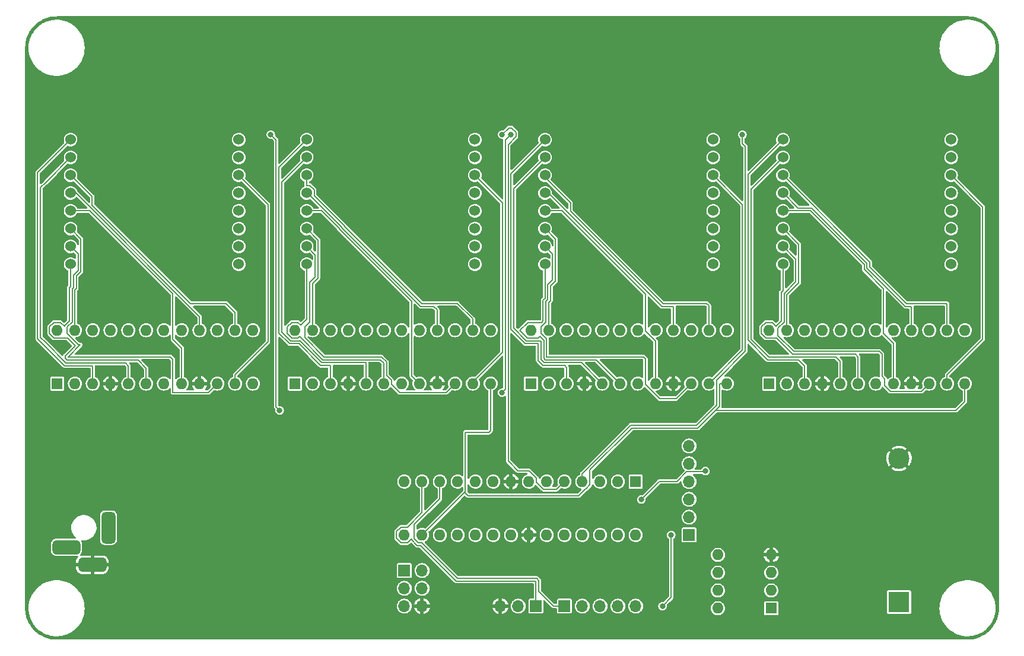
<source format=gbr>
%TF.GenerationSoftware,KiCad,Pcbnew,(6.0.5)*%
%TF.CreationDate,2022-07-18T02:26:31-07:00*%
%TF.ProjectId,CLOCK,434c4f43-4b2e-46b6-9963-61645f706362,rev?*%
%TF.SameCoordinates,PX4c8bb40PY8b0aba0*%
%TF.FileFunction,Copper,L2,Bot*%
%TF.FilePolarity,Positive*%
%FSLAX46Y46*%
G04 Gerber Fmt 4.6, Leading zero omitted, Abs format (unit mm)*
G04 Created by KiCad (PCBNEW (6.0.5)) date 2022-07-18 02:26:31*
%MOMM*%
%LPD*%
G01*
G04 APERTURE LIST*
G04 Aperture macros list*
%AMRoundRect*
0 Rectangle with rounded corners*
0 $1 Rounding radius*
0 $2 $3 $4 $5 $6 $7 $8 $9 X,Y pos of 4 corners*
0 Add a 4 corners polygon primitive as box body*
4,1,4,$2,$3,$4,$5,$6,$7,$8,$9,$2,$3,0*
0 Add four circle primitives for the rounded corners*
1,1,$1+$1,$2,$3*
1,1,$1+$1,$4,$5*
1,1,$1+$1,$6,$7*
1,1,$1+$1,$8,$9*
0 Add four rect primitives between the rounded corners*
20,1,$1+$1,$2,$3,$4,$5,0*
20,1,$1+$1,$4,$5,$6,$7,0*
20,1,$1+$1,$6,$7,$8,$9,0*
20,1,$1+$1,$8,$9,$2,$3,0*%
G04 Aperture macros list end*
%TA.AperFunction,ComponentPad*%
%ADD10C,1.524000*%
%TD*%
%TA.AperFunction,ComponentPad*%
%ADD11C,3.000000*%
%TD*%
%TA.AperFunction,ComponentPad*%
%ADD12R,3.000000X3.000000*%
%TD*%
%TA.AperFunction,ComponentPad*%
%ADD13R,1.600000X1.600000*%
%TD*%
%TA.AperFunction,ComponentPad*%
%ADD14O,1.600000X1.600000*%
%TD*%
%TA.AperFunction,ComponentPad*%
%ADD15R,1.700000X1.700000*%
%TD*%
%TA.AperFunction,ComponentPad*%
%ADD16O,1.700000X1.700000*%
%TD*%
%TA.AperFunction,ComponentPad*%
%ADD17RoundRect,0.500000X0.500000X-1.750000X0.500000X1.750000X-0.500000X1.750000X-0.500000X-1.750000X0*%
%TD*%
%TA.AperFunction,ComponentPad*%
%ADD18RoundRect,0.500000X1.500000X0.500000X-1.500000X0.500000X-1.500000X-0.500000X1.500000X-0.500000X0*%
%TD*%
%TA.AperFunction,ViaPad*%
%ADD19C,0.812800*%
%TD*%
%TA.AperFunction,Conductor*%
%ADD20C,0.203200*%
%TD*%
G04 APERTURE END LIST*
D10*
%TO.P,D3,1,R5*%
%TO.N,2DIG_4*%
X40436000Y72686000D03*
%TO.P,D3,2,R7*%
%TO.N,2DIG_6*%
X40436000Y70146000D03*
%TO.P,D3,3,C2*%
%TO.N,2SEG_A*%
X40436000Y67606000D03*
%TO.P,D3,4,C3*%
%TO.N,2SEG_B*%
X40436000Y65066000D03*
%TO.P,D3,5,R8*%
%TO.N,2DIG_7*%
X40436000Y62526000D03*
%TO.P,D3,6,C5*%
%TO.N,2SEG_D*%
X40436000Y59986000D03*
%TO.P,D3,7,R6*%
%TO.N,2DIG_5*%
X40436000Y57446000D03*
%TO.P,D3,8,R3*%
%TO.N,2DIG_2*%
X40436000Y54906000D03*
%TO.P,D3,9,R1*%
%TO.N,2DIG_0*%
X64436000Y54906000D03*
%TO.P,D3,10,C4*%
%TO.N,2SEG_C*%
X64436000Y57446000D03*
%TO.P,D3,11,C6*%
%TO.N,2SEG_E*%
X64436000Y59986000D03*
%TO.P,D3,12,R4*%
%TO.N,2DIG_3*%
X64436000Y62526000D03*
%TO.P,D3,13,C1*%
%TO.N,2SEG_DP*%
X64436000Y65066000D03*
%TO.P,D3,14,R2*%
%TO.N,2DIG_1*%
X64436000Y67606000D03*
%TO.P,D3,15,C7*%
%TO.N,2SEG_F*%
X64436000Y70146000D03*
%TO.P,D3,16,C8*%
%TO.N,2SEG_G*%
X64436000Y72686000D03*
%TD*%
D11*
%TO.P,BT1,2,-*%
%TO.N,GND*%
X124968025Y27164307D03*
D12*
%TO.P,BT1,1,+*%
%TO.N,Net-(BT1-Pad1)*%
X124968025Y6674307D03*
%TD*%
D10*
%TO.P,D4,1,R5*%
%TO.N,3DIG_4*%
X74436000Y72686000D03*
%TO.P,D4,2,R7*%
%TO.N,3DIG_6*%
X74436000Y70146000D03*
%TO.P,D4,3,C2*%
%TO.N,3SEG_A*%
X74436000Y67606000D03*
%TO.P,D4,4,C3*%
%TO.N,3SEG_B*%
X74436000Y65066000D03*
%TO.P,D4,5,R8*%
%TO.N,3DIG_7*%
X74436000Y62526000D03*
%TO.P,D4,6,C5*%
%TO.N,3SEG_D*%
X74436000Y59986000D03*
%TO.P,D4,7,R6*%
%TO.N,3DIG_5*%
X74436000Y57446000D03*
%TO.P,D4,8,R3*%
%TO.N,3DIG_2*%
X74436000Y54906000D03*
%TO.P,D4,9,R1*%
%TO.N,3DIG_0*%
X98436000Y54906000D03*
%TO.P,D4,10,C4*%
%TO.N,3SEG_C*%
X98436000Y57446000D03*
%TO.P,D4,11,C6*%
%TO.N,3SEG_E*%
X98436000Y59986000D03*
%TO.P,D4,12,R4*%
%TO.N,3DIG_3*%
X98436000Y62526000D03*
%TO.P,D4,13,C1*%
%TO.N,3SEG_DP*%
X98436000Y65066000D03*
%TO.P,D4,14,R2*%
%TO.N,3DIG_1*%
X98436000Y67606000D03*
%TO.P,D4,15,C7*%
%TO.N,3SEG_F*%
X98436000Y70146000D03*
%TO.P,D4,16,C8*%
%TO.N,3SEG_G*%
X98436000Y72686000D03*
%TD*%
D13*
%TO.P,U3,1,X1*%
%TO.N,Net-(U3-Pad1)*%
X106736000Y5796000D03*
D14*
%TO.P,U3,2,X2*%
%TO.N,Net-(U3-Pad2)*%
X106736000Y8336000D03*
%TO.P,U3,3,VBAT*%
%TO.N,Net-(BT1-Pad1)*%
X106736000Y10876000D03*
%TO.P,U3,4,GND*%
%TO.N,GND*%
X106736000Y13416000D03*
%TO.P,U3,5,SDA*%
%TO.N,SDA*%
X99116000Y13416000D03*
%TO.P,U3,6,SCL*%
%TO.N,SCL*%
X99116000Y10876000D03*
%TO.P,U3,7,SQW/OUT*%
%TO.N,unconnected-(U3-Pad7)*%
X99116000Y8336000D03*
%TO.P,U3,8,VCC*%
%TO.N,VCC*%
X99116000Y5796000D03*
%TD*%
D15*
%TO.P,J4,1,Pin_1*%
%TO.N,PD6*%
X77216000Y6096000D03*
D16*
%TO.P,J4,2,Pin_2*%
%TO.N,PC0*%
X79756000Y6096000D03*
%TO.P,J4,3,Pin_3*%
%TO.N,PC1*%
X82296000Y6096000D03*
%TO.P,J4,4,Pin_4*%
%TO.N,PC2*%
X84836000Y6096000D03*
%TO.P,J4,5,Pin_5*%
%TO.N,PC3*%
X87376000Y6096000D03*
%TD*%
D13*
%TO.P,U6,1,DIN*%
%TO.N,Net-(U6-Pad1)*%
X72436000Y37856000D03*
D14*
%TO.P,U6,2,DIG_0*%
%TO.N,3DIG_0*%
X74976000Y37856000D03*
%TO.P,U6,3,DIG_4*%
%TO.N,3DIG_4*%
X77516000Y37856000D03*
%TO.P,U6,4,GND*%
%TO.N,GND*%
X80056000Y37856000D03*
%TO.P,U6,5,DIG_6*%
%TO.N,3DIG_6*%
X82596000Y37856000D03*
%TO.P,U6,6,DIG_2*%
%TO.N,3DIG_2*%
X85136000Y37856000D03*
%TO.P,U6,7,DIG_3*%
%TO.N,3DIG_3*%
X87676000Y37856000D03*
%TO.P,U6,8,DIG_7*%
%TO.N,3DIG_7*%
X90216000Y37856000D03*
%TO.P,U6,9,GND*%
%TO.N,GND*%
X92756000Y37856000D03*
%TO.P,U6,10,DIG_5*%
%TO.N,3DIG_5*%
X95296000Y37856000D03*
%TO.P,U6,11,DIG_1*%
%TO.N,3DIG_1*%
X97836000Y37856000D03*
%TO.P,U6,12,LOAD*%
%TO.N,CS*%
X100376000Y37856000D03*
%TO.P,U6,13,CLK*%
%TO.N,CLK*%
X100376000Y45476000D03*
%TO.P,U6,14,SEG_A*%
%TO.N,3SEG_A*%
X97836000Y45476000D03*
%TO.P,U6,15,SEG_F*%
%TO.N,3SEG_F*%
X95296000Y45476000D03*
%TO.P,U6,16,SEG_B*%
%TO.N,3SEG_B*%
X92756000Y45476000D03*
%TO.P,U6,17,SEG_G*%
%TO.N,3SEG_G*%
X90216000Y45476000D03*
%TO.P,U6,18,ISET*%
%TO.N,Net-(R13-Pad2)*%
X87676000Y45476000D03*
%TO.P,U6,19,V+*%
%TO.N,VCC*%
X85136000Y45476000D03*
%TO.P,U6,20,SEG_C*%
%TO.N,3SEG_C*%
X82596000Y45476000D03*
%TO.P,U6,21,SEG_E*%
%TO.N,3SEG_E*%
X80056000Y45476000D03*
%TO.P,U6,22,SEG_DP*%
%TO.N,3SEG_DP*%
X77516000Y45476000D03*
%TO.P,U6,23,SEG_D*%
%TO.N,3SEG_D*%
X74976000Y45476000D03*
%TO.P,U6,24,DOUT*%
%TO.N,Net-(U5-Pad1)*%
X72436000Y45476000D03*
%TD*%
D15*
%TO.P,J3,1,Pin_1*%
%TO.N,MISO*%
X54356000Y11176000D03*
D16*
%TO.P,J3,2,Pin_2*%
%TO.N,VCC*%
X56896000Y11176000D03*
%TO.P,J3,3,Pin_3*%
%TO.N,LED_SCK*%
X54356000Y8636000D03*
%TO.P,J3,4,Pin_4*%
%TO.N,MOSI*%
X56896000Y8636000D03*
%TO.P,J3,5,Pin_5*%
%TO.N,RESET*%
X54356000Y6096000D03*
%TO.P,J3,6,Pin_6*%
%TO.N,GND*%
X56896000Y6096000D03*
%TD*%
D13*
%TO.P,U7,1,DIN*%
%TO.N,DIN*%
X106421000Y37856000D03*
D14*
%TO.P,U7,2,DIG_0*%
%TO.N,4DIG_0*%
X108961000Y37856000D03*
%TO.P,U7,3,DIG_4*%
%TO.N,4DIG_4*%
X111501000Y37856000D03*
%TO.P,U7,4,GND*%
%TO.N,GND*%
X114041000Y37856000D03*
%TO.P,U7,5,DIG_6*%
%TO.N,4DIG_6*%
X116581000Y37856000D03*
%TO.P,U7,6,DIG_2*%
%TO.N,4DIG_2*%
X119121000Y37856000D03*
%TO.P,U7,7,DIG_3*%
%TO.N,4DIG_3*%
X121661000Y37856000D03*
%TO.P,U7,8,DIG_7*%
%TO.N,4DIG_7*%
X124201000Y37856000D03*
%TO.P,U7,9,GND*%
%TO.N,GND*%
X126741000Y37856000D03*
%TO.P,U7,10,DIG_5*%
%TO.N,4DIG_5*%
X129281000Y37856000D03*
%TO.P,U7,11,DIG_1*%
%TO.N,4DIG_1*%
X131821000Y37856000D03*
%TO.P,U7,12,LOAD*%
%TO.N,CS*%
X134361000Y37856000D03*
%TO.P,U7,13,CLK*%
%TO.N,CLK*%
X134361000Y45476000D03*
%TO.P,U7,14,SEG_A*%
%TO.N,4SEG_A*%
X131821000Y45476000D03*
%TO.P,U7,15,SEG_F*%
%TO.N,4SEG_F*%
X129281000Y45476000D03*
%TO.P,U7,16,SEG_B*%
%TO.N,4SEG_B*%
X126741000Y45476000D03*
%TO.P,U7,17,SEG_G*%
%TO.N,4SEG_G*%
X124201000Y45476000D03*
%TO.P,U7,18,ISET*%
%TO.N,Net-(R14-Pad2)*%
X121661000Y45476000D03*
%TO.P,U7,19,V+*%
%TO.N,VCC*%
X119121000Y45476000D03*
%TO.P,U7,20,SEG_C*%
%TO.N,4SEG_C*%
X116581000Y45476000D03*
%TO.P,U7,21,SEG_E*%
%TO.N,4SEG_E*%
X114041000Y45476000D03*
%TO.P,U7,22,SEG_DP*%
%TO.N,4SEG_DP*%
X111501000Y45476000D03*
%TO.P,U7,23,SEG_D*%
%TO.N,4SEG_D*%
X108961000Y45476000D03*
%TO.P,U7,24,DOUT*%
%TO.N,Net-(U6-Pad1)*%
X106421000Y45476000D03*
%TD*%
D13*
%TO.P,U1,1,~{RESET}/PC6*%
%TO.N,RESET*%
X87376000Y23876000D03*
D14*
%TO.P,U1,2,PD0*%
%TO.N,RXD*%
X84836000Y23876000D03*
%TO.P,U1,3,PD1*%
%TO.N,TXD*%
X82296000Y23876000D03*
%TO.P,U1,4,PD2*%
%TO.N,BTN_DWN*%
X79756000Y23876000D03*
%TO.P,U1,5,PD3*%
%TO.N,BTN_SEL*%
X77216000Y23876000D03*
%TO.P,U1,6,PD4*%
%TO.N,BTN_UP*%
X74676000Y23876000D03*
%TO.P,U1,7,VCC*%
%TO.N,VCC*%
X72136000Y23876000D03*
%TO.P,U1,8,GND*%
%TO.N,GND*%
X69596000Y23876000D03*
%TO.P,U1,9,XTAL1/PB6*%
%TO.N,Net-(C4-Pad2)*%
X67056000Y23876000D03*
%TO.P,U1,10,XTAL2/PB7*%
%TO.N,Net-(C5-Pad1)*%
X64516000Y23876000D03*
%TO.P,U1,11,PD5*%
%TO.N,BTN_MODE*%
X61976000Y23876000D03*
%TO.P,U1,12,PD6*%
%TO.N,PD6*%
X59436000Y23876000D03*
%TO.P,U1,13,PD7*%
%TO.N,PD7*%
X56896000Y23876000D03*
%TO.P,U1,14,PB0*%
%TO.N,CLK*%
X54356000Y23876000D03*
%TO.P,U1,15,PB1*%
%TO.N,DIN*%
X54356000Y16256000D03*
%TO.P,U1,16,PB2*%
%TO.N,CS*%
X56896000Y16256000D03*
%TO.P,U1,17,PB3*%
%TO.N,MOSI*%
X59436000Y16256000D03*
%TO.P,U1,18,PB4*%
%TO.N,MISO*%
X61976000Y16256000D03*
%TO.P,U1,19,PB5*%
%TO.N,LED_SCK*%
X64516000Y16256000D03*
%TO.P,U1,20,AVCC*%
%TO.N,VCC*%
X67056000Y16256000D03*
%TO.P,U1,21,AREF*%
%TO.N,Net-(C1-Pad1)*%
X69596000Y16256000D03*
%TO.P,U1,22,GND*%
%TO.N,GND*%
X72136000Y16256000D03*
%TO.P,U1,23,PC0*%
%TO.N,PC0*%
X74676000Y16256000D03*
%TO.P,U1,24,PC1*%
%TO.N,PC1*%
X77216000Y16256000D03*
%TO.P,U1,25,PC2*%
%TO.N,PC2*%
X79756000Y16256000D03*
%TO.P,U1,26,PC3*%
%TO.N,PC3*%
X82296000Y16256000D03*
%TO.P,U1,27,PC4*%
%TO.N,SDA*%
X84836000Y16256000D03*
%TO.P,U1,28,PC5*%
%TO.N,SCL*%
X87376000Y16256000D03*
%TD*%
D13*
%TO.P,U4,1,DIN*%
%TO.N,Net-(U4-Pad1)*%
X4821000Y37856000D03*
D14*
%TO.P,U4,2,DIG_0*%
%TO.N,1DIG_0*%
X7361000Y37856000D03*
%TO.P,U4,3,DIG_4*%
%TO.N,1DIG_4*%
X9901000Y37856000D03*
%TO.P,U4,4,GND*%
%TO.N,GND*%
X12441000Y37856000D03*
%TO.P,U4,5,DIG_6*%
%TO.N,1DIG_6*%
X14981000Y37856000D03*
%TO.P,U4,6,DIG_2*%
%TO.N,1DIG_2*%
X17521000Y37856000D03*
%TO.P,U4,7,DIG_3*%
%TO.N,1DIG_3*%
X20061000Y37856000D03*
%TO.P,U4,8,DIG_7*%
%TO.N,1DIG_7*%
X22601000Y37856000D03*
%TO.P,U4,9,GND*%
%TO.N,GND*%
X25141000Y37856000D03*
%TO.P,U4,10,DIG_5*%
%TO.N,1DIG_5*%
X27681000Y37856000D03*
%TO.P,U4,11,DIG_1*%
%TO.N,1DIG_1*%
X30221000Y37856000D03*
%TO.P,U4,12,LOAD*%
%TO.N,CS*%
X32761000Y37856000D03*
%TO.P,U4,13,CLK*%
%TO.N,CLK*%
X32761000Y45476000D03*
%TO.P,U4,14,SEG_A*%
%TO.N,1SEG_A*%
X30221000Y45476000D03*
%TO.P,U4,15,SEG_F*%
%TO.N,1SEG_F*%
X27681000Y45476000D03*
%TO.P,U4,16,SEG_B*%
%TO.N,1SEG_B*%
X25141000Y45476000D03*
%TO.P,U4,17,SEG_G*%
%TO.N,1SEG_G*%
X22601000Y45476000D03*
%TO.P,U4,18,ISET*%
%TO.N,Net-(R11-Pad2)*%
X20061000Y45476000D03*
%TO.P,U4,19,V+*%
%TO.N,VCC*%
X17521000Y45476000D03*
%TO.P,U4,20,SEG_C*%
%TO.N,1SEG_C*%
X14981000Y45476000D03*
%TO.P,U4,21,SEG_E*%
%TO.N,1SEG_E*%
X12441000Y45476000D03*
%TO.P,U4,22,SEG_DP*%
%TO.N,1SEG_DP*%
X9901000Y45476000D03*
%TO.P,U4,23,SEG_D*%
%TO.N,1SEG_D*%
X7361000Y45476000D03*
%TO.P,U4,24,DOUT*%
%TO.N,D_OUT*%
X4821000Y45476000D03*
%TD*%
D15*
%TO.P,J1,1,Pin_1*%
%TO.N,Net-(C3-Pad2)*%
X94996000Y16256000D03*
D16*
%TO.P,J1,2,Pin_2*%
%TO.N,unconnected-(J1-Pad2)*%
X94996000Y18796000D03*
%TO.P,J1,3,Pin_3*%
%TO.N,unconnected-(J1-Pad3)*%
X94996000Y21336000D03*
%TO.P,J1,4,Pin_4*%
%TO.N,unconnected-(J1-Pad4)*%
X94996000Y23876000D03*
%TO.P,J1,5,Pin_5*%
%TO.N,Net-(J1-Pad5)*%
X94996000Y26416000D03*
%TO.P,J1,6,Pin_6*%
%TO.N,Net-(J1-Pad6)*%
X94996000Y28956000D03*
%TD*%
D10*
%TO.P,D5,1,R5*%
%TO.N,4DIG_4*%
X108396000Y72686000D03*
%TO.P,D5,2,R7*%
%TO.N,4DIG_6*%
X108396000Y70146000D03*
%TO.P,D5,3,C2*%
%TO.N,4SEG_A*%
X108396000Y67606000D03*
%TO.P,D5,4,C3*%
%TO.N,4SEG_B*%
X108396000Y65066000D03*
%TO.P,D5,5,R8*%
%TO.N,4DIG_7*%
X108396000Y62526000D03*
%TO.P,D5,6,C5*%
%TO.N,4SEG_D*%
X108396000Y59986000D03*
%TO.P,D5,7,R6*%
%TO.N,4DIG_5*%
X108396000Y57446000D03*
%TO.P,D5,8,R3*%
%TO.N,4DIG_2*%
X108396000Y54906000D03*
%TO.P,D5,9,R1*%
%TO.N,4DIG_0*%
X132396000Y54906000D03*
%TO.P,D5,10,C4*%
%TO.N,4SEG_C*%
X132396000Y57446000D03*
%TO.P,D5,11,C6*%
%TO.N,4SEG_E*%
X132396000Y59986000D03*
%TO.P,D5,12,R4*%
%TO.N,4DIG_3*%
X132396000Y62526000D03*
%TO.P,D5,13,C1*%
%TO.N,4SEG_DP*%
X132396000Y65066000D03*
%TO.P,D5,14,R2*%
%TO.N,4DIG_1*%
X132396000Y67606000D03*
%TO.P,D5,15,C7*%
%TO.N,4SEG_F*%
X132396000Y70146000D03*
%TO.P,D5,16,C8*%
%TO.N,4SEG_G*%
X132396000Y72686000D03*
%TD*%
D13*
%TO.P,U5,1,DIN*%
%TO.N,Net-(U5-Pad1)*%
X38736000Y37856000D03*
D14*
%TO.P,U5,2,DIG_0*%
%TO.N,2DIG_0*%
X41276000Y37856000D03*
%TO.P,U5,3,DIG_4*%
%TO.N,2DIG_4*%
X43816000Y37856000D03*
%TO.P,U5,4,GND*%
%TO.N,GND*%
X46356000Y37856000D03*
%TO.P,U5,5,DIG_6*%
%TO.N,2DIG_6*%
X48896000Y37856000D03*
%TO.P,U5,6,DIG_2*%
%TO.N,2DIG_2*%
X51436000Y37856000D03*
%TO.P,U5,7,DIG_3*%
%TO.N,2DIG_3*%
X53976000Y37856000D03*
%TO.P,U5,8,DIG_7*%
%TO.N,2DIG_7*%
X56516000Y37856000D03*
%TO.P,U5,9,GND*%
%TO.N,GND*%
X59056000Y37856000D03*
%TO.P,U5,10,DIG_5*%
%TO.N,2DIG_5*%
X61596000Y37856000D03*
%TO.P,U5,11,DIG_1*%
%TO.N,2DIG_1*%
X64136000Y37856000D03*
%TO.P,U5,12,LOAD*%
%TO.N,CS*%
X66676000Y37856000D03*
%TO.P,U5,13,CLK*%
%TO.N,CLK*%
X66676000Y45476000D03*
%TO.P,U5,14,SEG_A*%
%TO.N,2SEG_A*%
X64136000Y45476000D03*
%TO.P,U5,15,SEG_F*%
%TO.N,2SEG_F*%
X61596000Y45476000D03*
%TO.P,U5,16,SEG_B*%
%TO.N,2SEG_B*%
X59056000Y45476000D03*
%TO.P,U5,17,SEG_G*%
%TO.N,2SEG_G*%
X56516000Y45476000D03*
%TO.P,U5,18,ISET*%
%TO.N,Net-(R12-Pad2)*%
X53976000Y45476000D03*
%TO.P,U5,19,V+*%
%TO.N,VCC*%
X51436000Y45476000D03*
%TO.P,U5,20,SEG_C*%
%TO.N,2SEG_C*%
X48896000Y45476000D03*
%TO.P,U5,21,SEG_E*%
%TO.N,2SEG_E*%
X46356000Y45476000D03*
%TO.P,U5,22,SEG_DP*%
%TO.N,2SEG_DP*%
X43816000Y45476000D03*
%TO.P,U5,23,SEG_D*%
%TO.N,2SEG_D*%
X41276000Y45476000D03*
%TO.P,U5,24,DOUT*%
%TO.N,Net-(U4-Pad1)*%
X38736000Y45476000D03*
%TD*%
D15*
%TO.P,J5,1,Pin_1*%
%TO.N,PD7*%
X73152000Y6096000D03*
D16*
%TO.P,J5,2,Pin_2*%
%TO.N,VCC*%
X70612000Y6096000D03*
%TO.P,J5,3,Pin_3*%
%TO.N,GND*%
X68072000Y6096000D03*
%TD*%
D10*
%TO.P,D2,1,R5*%
%TO.N,1DIG_4*%
X6736000Y72686000D03*
%TO.P,D2,2,R7*%
%TO.N,1DIG_6*%
X6736000Y70146000D03*
%TO.P,D2,3,C2*%
%TO.N,1SEG_A*%
X6736000Y67606000D03*
%TO.P,D2,4,C3*%
%TO.N,1SEG_B*%
X6736000Y65066000D03*
%TO.P,D2,5,R8*%
%TO.N,1DIG_7*%
X6736000Y62526000D03*
%TO.P,D2,6,C5*%
%TO.N,1SEG_D*%
X6736000Y59986000D03*
%TO.P,D2,7,R6*%
%TO.N,1DIG_5*%
X6736000Y57446000D03*
%TO.P,D2,8,R3*%
%TO.N,1DIG_2*%
X6736000Y54906000D03*
%TO.P,D2,9,R1*%
%TO.N,1DIG_0*%
X30736000Y54906000D03*
%TO.P,D2,10,C4*%
%TO.N,1SEG_C*%
X30736000Y57446000D03*
%TO.P,D2,11,C6*%
%TO.N,1SEG_E*%
X30736000Y59986000D03*
%TO.P,D2,12,R4*%
%TO.N,1DIG_3*%
X30736000Y62526000D03*
%TO.P,D2,13,C1*%
%TO.N,1SEG_DP*%
X30736000Y65066000D03*
%TO.P,D2,14,R2*%
%TO.N,1DIG_1*%
X30736000Y67606000D03*
%TO.P,D2,15,C7*%
%TO.N,1SEG_F*%
X30736000Y70146000D03*
%TO.P,D2,16,C8*%
%TO.N,1SEG_G*%
X30736000Y72686000D03*
%TD*%
D17*
%TO.P,REF\u002A\u002A1,1,POLE*%
%TO.N,Net-(C6-Pad1)*%
X12136000Y17296000D03*
D18*
%TO.P,REF\u002A\u002A1,2,OUT*%
%TO.N,GND*%
X9836000Y11996000D03*
%TO.P,REF\u002A\u002A1,3,OUT*%
%TO.N,unconnected-(REF\u002A\u002A1-Pad3)*%
X6136000Y14496000D03*
%TD*%
D19*
%TO.N,GND*%
X108516000Y21336000D03*
X26416000Y82296000D03*
X82296000Y28956000D03*
X92456000Y82296000D03*
X128016000Y82296000D03*
X100896000Y21336000D03*
X56896000Y28956000D03*
X59436000Y82296000D03*
%TO.N,RESET*%
X91205990Y6096000D03*
X92456000Y16256000D03*
%TO.N,BTN_UP*%
X35306000Y73406000D03*
X36576000Y34036000D03*
%TO.N,BTN_DWN*%
X102616000Y73406000D03*
%TO.N,BTN_SEL*%
X68326000Y73406000D03*
%TO.N,DIN*%
X88196000Y21336000D03*
X97320995Y25380995D03*
%TO.N,BTN_MODE*%
X68326000Y36576000D03*
X69596000Y73406000D03*
%TD*%
D20*
%TO.N,RESET*%
X92456000Y7346010D02*
X92456000Y16256000D01*
X91205990Y6096000D02*
X92456000Y7346010D01*
%TO.N,1DIG_4*%
X2032000Y44281863D02*
X5927863Y40386000D01*
X5927863Y40386000D02*
X9901000Y40386000D01*
X9901000Y40386000D02*
X9901000Y37856000D01*
X2032000Y67982000D02*
X2032000Y44281863D01*
X6736000Y72686000D02*
X2032000Y67982000D01*
%TO.N,1DIG_6*%
X2437920Y65847927D02*
X3150083Y66560090D01*
X14981000Y40391000D02*
X14580080Y40791920D01*
X14580080Y40791920D02*
X6096002Y40791920D01*
X6096002Y40791920D02*
X3150080Y43737842D01*
X3150083Y43737835D02*
X2437920Y44449998D01*
X3150080Y66560080D02*
X6736000Y70146000D01*
X14981000Y37856000D02*
X14981000Y40391000D01*
X2437920Y44449998D02*
X2437920Y65847927D01*
%TO.N,1SEG_A*%
X23876000Y49276000D02*
X9826000Y63326000D01*
X30226000Y45481000D02*
X30226000Y48006000D01*
X9826000Y63326000D02*
X9826000Y64556000D01*
X9826000Y64556000D02*
X6776000Y67606000D01*
X30226000Y48006000D02*
X28956000Y49276000D01*
X6776000Y67606000D02*
X6736000Y67606000D01*
X28956000Y49276000D02*
X23876000Y49276000D01*
%TO.N,1SEG_B*%
X25141000Y47436941D02*
X25141000Y45476000D01*
X7511941Y65066000D02*
X25141000Y47436941D01*
X6736000Y65066000D02*
X7511941Y65066000D01*
%TO.N,1DIG_7*%
X21336000Y50667884D02*
X9477884Y62526000D01*
X22601000Y37856000D02*
X22601000Y42931000D01*
X22601000Y42931000D02*
X21336000Y44196000D01*
X21336000Y44196000D02*
X21336000Y50667884D01*
X9477884Y62526000D02*
X6736000Y62526000D01*
%TO.N,1SEG_D*%
X7547840Y53201782D02*
X8208231Y53862174D01*
X7361000Y45476000D02*
X7361000Y51236942D01*
X8208231Y58513769D02*
X6736000Y59986000D01*
X8208231Y53862174D02*
X8208231Y58513769D01*
X7547840Y51423783D02*
X7547840Y53201782D01*
X7361000Y51236942D02*
X7547840Y51423783D01*
%TO.N,1DIG_5*%
X20994622Y41656000D02*
X6380037Y41656000D01*
X21336000Y41314622D02*
X20994622Y41656000D01*
X7141920Y51591920D02*
X7141920Y53369920D01*
X6955080Y51405080D02*
X7141920Y51591920D01*
X7802311Y54030311D02*
X7802311Y56379689D01*
X6380037Y41656000D02*
X8128000Y43403963D01*
X6256689Y45933422D02*
X6955080Y46631813D01*
X7871304Y43403963D02*
X6256689Y45018578D01*
X27681000Y37856000D02*
X26401000Y36576000D01*
X7802311Y56379689D02*
X6736000Y57446000D01*
X7141920Y53369920D02*
X7802311Y54030311D01*
X6256689Y45018578D02*
X6256689Y45933422D01*
X6955080Y46631813D02*
X6955080Y51405080D01*
X26401000Y36576000D02*
X21336000Y36576000D01*
X8128000Y43403963D02*
X7871304Y43403963D01*
X21336000Y36576000D02*
X21336000Y41314622D01*
%TO.N,1DIG_2*%
X4363578Y46580311D02*
X3716689Y45933422D01*
X6549160Y46799951D02*
X5850769Y46101560D01*
X6329520Y44371689D02*
X7425594Y43275615D01*
X6736000Y51760058D02*
X6549160Y51573217D01*
X3716689Y45933422D02*
X3716689Y45018578D01*
X17521000Y40043029D02*
X17521000Y37856000D01*
X6549160Y51573217D02*
X6549160Y46799951D01*
X5850769Y46007964D02*
X5278422Y46580311D01*
X6264139Y41197840D02*
X16366189Y41197840D01*
X5974117Y41487862D02*
X6264139Y41197840D01*
X16366189Y41197840D02*
X17521000Y40043029D01*
X4363578Y44371689D02*
X6329520Y44371689D01*
X3716689Y45018578D02*
X4363578Y44371689D01*
X5278422Y46580311D02*
X4363578Y46580311D01*
X7425594Y43275615D02*
X5974117Y41824138D01*
X5974117Y41824138D02*
X5974117Y41487862D01*
X6736000Y54906000D02*
X6736000Y51760058D01*
X5850769Y46101560D02*
X5850769Y46007964D01*
%TO.N,1DIG_1*%
X30221000Y37856000D02*
X30221000Y39111000D01*
X30221000Y39111000D02*
X34920070Y43810070D01*
X34920070Y43810070D02*
X34920070Y63421930D01*
X34920070Y63421930D02*
X30736000Y67606000D01*
%TO.N,2DIG_4*%
X36473920Y45028232D02*
X36473920Y68723920D01*
X43816000Y40438240D02*
X42421587Y40438240D01*
X43816000Y37856000D02*
X43816000Y40438240D01*
X39299978Y43559849D02*
X37942302Y43559850D01*
X36473920Y68723920D02*
X40436000Y72686000D01*
X42421587Y40438240D02*
X39299978Y43559849D01*
X37942302Y43559850D02*
X36473920Y45028232D01*
%TO.N,2DIG_6*%
X36879840Y66589840D02*
X40436000Y70146000D01*
X48896000Y40766000D02*
X48817840Y40844160D01*
X48817840Y40844160D02*
X42589725Y40844160D01*
X42589725Y40844160D02*
X39414837Y44019048D01*
X39361559Y43965769D02*
X38110440Y43965769D01*
X39414837Y44019048D02*
X39361559Y43965769D01*
X36879840Y45196370D02*
X38110440Y43965769D01*
X36879840Y45196370D02*
X36879840Y66589840D01*
X48896000Y37856000D02*
X48896000Y40766000D01*
%TO.N,2SEG_A*%
X45871920Y60300080D02*
X45871920Y60324138D01*
X64136000Y47116000D02*
X61976000Y49276000D01*
X45871920Y60324138D02*
X41502311Y64693746D01*
X61976000Y49276000D02*
X56896000Y49276000D01*
X40877682Y66132311D02*
X40436000Y66132311D01*
X40436000Y66132311D02*
X40436000Y67606000D01*
X41502311Y64693746D02*
X41502311Y65507682D01*
X41502311Y65507682D02*
X40877682Y66132311D01*
X64136000Y45476000D02*
X64136000Y47116000D01*
X56896000Y49276000D02*
X45871920Y60300080D01*
%TO.N,2SEG_B*%
X45466000Y60131942D02*
X45466000Y60156000D01*
X58571920Y48870080D02*
X56727862Y48870080D01*
X59056000Y45476000D02*
X59056000Y48386000D01*
X40555999Y65066000D02*
X40436000Y65066000D01*
X56727862Y48870080D02*
X45466000Y60131942D01*
X45466000Y60156000D02*
X40555999Y65066000D01*
X59056000Y48386000D02*
X58571920Y48870080D01*
%TO.N,2DIG_7*%
X55411689Y38960311D02*
X55411689Y49612195D01*
X45060080Y59963804D02*
X45060080Y59987862D01*
X55411689Y49612195D02*
X45060080Y59963804D01*
X42521942Y62526000D02*
X40436000Y62526000D01*
X45060080Y59987862D02*
X42521942Y62526000D01*
X56516000Y37856000D02*
X55411689Y38960311D01*
%TO.N,2SEG_D*%
X42061920Y58360080D02*
X40436000Y59986000D01*
X41276000Y45476000D02*
X41276000Y52131942D01*
X42061920Y52917863D02*
X42061920Y58360080D01*
X41276000Y52131942D02*
X42061920Y52917863D01*
%TO.N,2DIG_5*%
X51841920Y39011813D02*
X51841920Y40934137D01*
X40870080Y52300081D02*
X41656000Y53086001D01*
X51841920Y40934137D02*
X51120058Y41656000D01*
X42926000Y41656000D02*
X40171689Y44410311D01*
X41656000Y56226000D02*
X40436000Y57446000D01*
X53694267Y36576000D02*
X52540311Y37729956D01*
X41656000Y53086001D02*
X41656000Y56226000D01*
X52540311Y38313422D02*
X51841920Y39011813D01*
X40171689Y44410311D02*
X40171689Y45933422D01*
X40870080Y46631813D02*
X40870080Y52300081D01*
X40171689Y45933422D02*
X40870080Y46631813D01*
X51120058Y41656000D02*
X42926000Y41656000D01*
X61596000Y37856000D02*
X60316000Y36576000D01*
X52540311Y37729956D02*
X52540311Y38313422D01*
X60316000Y36576000D02*
X53694267Y36576000D01*
%TO.N,2DIG_2*%
X39193422Y44371689D02*
X38278578Y44371689D01*
X51436000Y40766000D02*
X50951920Y41250080D01*
X39414837Y44593105D02*
X39193422Y44371689D01*
X37631689Y45018578D02*
X37631689Y45933422D01*
X38278578Y46580311D02*
X39193422Y46580311D01*
X51436000Y37856000D02*
X51436000Y40766000D01*
X50951920Y41250080D02*
X42757862Y41250080D01*
X40464160Y54877840D02*
X40436000Y54906000D01*
X37631689Y45933422D02*
X38278578Y46580311D01*
X38278578Y44371689D02*
X37631689Y45018578D01*
X39584867Y46188867D02*
X40464160Y47068160D01*
X42757862Y41250080D02*
X39414837Y44593105D01*
X39193422Y46580311D02*
X39584867Y46188867D01*
X40464160Y47068160D02*
X40464160Y54877840D01*
%TO.N,2DIG_1*%
X68378240Y42343240D02*
X68378240Y63663762D01*
X68326000Y63716000D02*
X64436000Y67606000D01*
X64136000Y37856000D02*
X64136000Y38101000D01*
X68378240Y63663762D02*
X68326000Y63716002D01*
X64136000Y38101000D02*
X68378240Y42343240D01*
%TO.N,3DIG_4*%
X77516000Y40146943D02*
X77516000Y37856000D01*
X69596000Y45589618D02*
X71625769Y43559849D01*
X73458240Y43559849D02*
X73458241Y41151587D01*
X69596000Y67846000D02*
X69596000Y45589618D01*
X73458241Y41151587D02*
X74171588Y40438240D01*
X71625769Y43559849D02*
X73458240Y43559849D01*
X74436000Y72686000D02*
X69596000Y67846000D01*
X74171588Y40438240D02*
X77224703Y40438240D01*
X77224703Y40438240D02*
X77516000Y40146943D01*
%TO.N,3DIG_6*%
X70001920Y45757756D02*
X71793907Y43965769D01*
X74436000Y70146000D02*
X70001920Y65711920D01*
X70001920Y65711920D02*
X70001920Y45757756D01*
X71793907Y43965769D02*
X73776383Y43965769D01*
X73864160Y43877992D02*
X73864160Y41319725D01*
X73776383Y43965769D02*
X73864160Y43877992D01*
X79607840Y40844160D02*
X82596000Y37856000D01*
X73864160Y41319725D02*
X74339726Y40844160D01*
X74339726Y40844160D02*
X79607840Y40844160D01*
%TO.N,3SEG_A*%
X97836000Y45476000D02*
X97836000Y48976000D01*
X97536000Y49276000D02*
X91280057Y49276000D01*
X78080080Y63651920D02*
X74436000Y67296000D01*
X74436000Y67296000D02*
X74436000Y67606000D01*
X97836000Y48976000D02*
X97536000Y49276000D01*
X78080080Y62475977D02*
X78080080Y63651920D01*
X91280057Y49276000D02*
X78080080Y62475977D01*
%TO.N,3SEG_B*%
X91111920Y48870080D02*
X74915999Y65066000D01*
X92756000Y48870080D02*
X91111920Y48870080D01*
X74915999Y65066000D02*
X74436000Y65066000D01*
X92756000Y45476000D02*
X92756000Y48870080D01*
%TO.N,3DIG_7*%
X90216000Y37856000D02*
X90216000Y43914267D01*
X88780311Y45349956D02*
X88780311Y50627631D01*
X88780311Y50627631D02*
X76881942Y62526000D01*
X76881942Y62526000D02*
X74436000Y62526000D01*
X90216000Y43914267D02*
X88780311Y45349956D01*
%TO.N,3SEG_D*%
X75946000Y52511942D02*
X75946000Y58476000D01*
X75247840Y49729725D02*
X75247840Y51813782D01*
X75946000Y58476000D02*
X74436000Y59986000D01*
X74976000Y45476000D02*
X74976000Y49457884D01*
X75247840Y51813782D02*
X75946000Y52511942D01*
X74976000Y49457884D02*
X75247840Y49729725D01*
%TO.N,3DIG_5*%
X88780311Y41387378D02*
X88511689Y41656000D01*
X74570080Y49626021D02*
X74841920Y49897862D01*
X88511689Y41656000D02*
X74676000Y41656000D01*
X74841920Y49897862D02*
X74841920Y51981920D01*
X88780311Y37711689D02*
X88780311Y41387378D01*
X93151920Y35711920D02*
X90780080Y35711920D01*
X74676000Y44371689D02*
X74518578Y44371689D01*
X75502311Y56379689D02*
X74436000Y57446000D01*
X74841920Y51981920D02*
X75502311Y52642311D01*
X74676000Y41656000D02*
X74676000Y44371689D01*
X74518578Y44371689D02*
X73871689Y45018578D01*
X73871689Y45933422D02*
X74570080Y46631813D01*
X74570080Y46631813D02*
X74570080Y49626021D01*
X95296000Y37856000D02*
X93151920Y35711920D01*
X90780080Y35711920D02*
X88780311Y37711689D01*
X75502311Y52642311D02*
X75502311Y56379689D01*
X73871689Y45018578D02*
X73871689Y45933422D01*
%TO.N,3DIG_2*%
X74436000Y50065999D02*
X74164160Y49794158D01*
X73703552Y44612658D02*
X74270080Y44046129D01*
X81741920Y41250080D02*
X85136000Y37856000D01*
X74270080Y44046129D02*
X74270080Y41487863D01*
X74436000Y54906000D02*
X74436000Y50065999D01*
X73462583Y44371689D02*
X73703552Y44612658D01*
X74270080Y41487863D02*
X74507863Y41250080D01*
X74164160Y49794158D02*
X74164160Y46799951D01*
X74507863Y41250080D02*
X81741920Y41250080D01*
X74164160Y46799951D02*
X73944520Y46580311D01*
X71962044Y44371689D02*
X73462583Y44371689D01*
X71978578Y46580311D02*
X70866000Y45467733D01*
X73944520Y46580311D02*
X71978578Y46580311D01*
X70866000Y45467733D02*
X71962044Y44371689D01*
%TO.N,3DIG_1*%
X97836000Y37856000D02*
X102616000Y42636000D01*
X102616000Y42636000D02*
X102616000Y63426000D01*
X102616000Y63426000D02*
X98436000Y67606000D01*
%TO.N,4DIG_4*%
X106257862Y41250080D02*
X103427840Y44080102D01*
X111501000Y37856000D02*
X111506000Y37861000D01*
X111506000Y37861000D02*
X111506000Y40386000D01*
X103427840Y67717840D02*
X108396000Y72686000D01*
X110641920Y41250080D02*
X106257862Y41250080D01*
X103427840Y44080102D02*
X103427840Y67717840D01*
X111506000Y40386000D02*
X110641920Y41250080D01*
%TO.N,4DIG_6*%
X115953500Y41656000D02*
X116581000Y41028500D01*
X116581000Y41028500D02*
X116581000Y37856000D01*
X103886000Y44196000D02*
X106426000Y41656000D01*
X106426000Y41656000D02*
X115953500Y41656000D01*
X108396000Y70146000D02*
X103886000Y65636000D01*
X103886000Y65636000D02*
X103886000Y44196000D01*
%TO.N,4SEG_A*%
X131821000Y49281000D02*
X131816000Y49276000D01*
X120801920Y55200080D02*
X108396000Y67606000D01*
X131816000Y49276000D02*
X126050058Y49276000D01*
X126050058Y49276000D02*
X120801920Y54524138D01*
X131821000Y45476000D02*
X131821000Y49281000D01*
X120801920Y54524138D02*
X120801920Y55200080D01*
%TO.N,4SEG_B*%
X120396000Y54356000D02*
X120396000Y55031942D01*
X110530080Y62931920D02*
X108396000Y65066000D01*
X126741000Y48870080D02*
X125881920Y48870080D01*
X126741000Y45476000D02*
X126741000Y48870080D01*
X112496022Y62931920D02*
X110530080Y62931920D01*
X120396000Y55031942D02*
X112496022Y62931920D01*
X125881920Y48870080D02*
X120396000Y54356000D01*
%TO.N,4DIG_7*%
X124206000Y37861000D02*
X124206000Y43577889D01*
X124206000Y43577889D02*
X122765311Y45018578D01*
X122765311Y51412631D02*
X119990080Y54187863D01*
X119990080Y54187863D02*
X119990080Y54863804D01*
X122765311Y45018578D02*
X122765311Y51412631D01*
X124201000Y37856000D02*
X124206000Y37861000D01*
X112327884Y62526000D02*
X108396000Y62526000D01*
X119990080Y54863804D02*
X112327884Y62526000D01*
%TO.N,4SEG_D*%
X108961000Y45476000D02*
X108961000Y50541000D01*
X110641920Y52221920D02*
X110641920Y57760080D01*
X110641920Y57760080D02*
X108416000Y59986000D01*
X108961000Y50541000D02*
X110641920Y52221920D01*
X108416000Y59986000D02*
X108396000Y59986000D01*
%TO.N,4DIG_5*%
X107696000Y44704000D02*
X107696000Y45772733D01*
X129281000Y37856000D02*
X128176689Y36751689D01*
X123743578Y36751689D02*
X122936000Y37559267D01*
X110236000Y55606000D02*
X108396000Y57446000D01*
X122530080Y42061920D02*
X122124160Y42467840D01*
X107696000Y45772733D02*
X108555080Y46631813D01*
X108555080Y50709137D02*
X110236000Y52390058D01*
X108555080Y46631813D02*
X108555080Y50709137D01*
X110236000Y52390058D02*
X110236000Y55606000D01*
X122936000Y37559267D02*
X122936000Y38546942D01*
X128176689Y36751689D02*
X123743578Y36751689D01*
X122530080Y38952863D02*
X122530080Y42061920D01*
X109932160Y42467840D02*
X107696000Y44704000D01*
X122936000Y38546942D02*
X122530080Y38952863D01*
X122124160Y42467840D02*
X109932160Y42467840D01*
%TO.N,4DIG_2*%
X106878422Y46580311D02*
X107403971Y46054762D01*
X105316689Y45933422D02*
X105963578Y46580311D01*
X105963578Y44371689D02*
X105316689Y45018578D01*
X108396000Y51124115D02*
X108396000Y54906000D01*
X107403971Y46054762D02*
X108149160Y46799951D01*
X108149160Y46799951D02*
X108149160Y50877275D01*
X119121000Y41661000D02*
X118720080Y42061920D01*
X109764022Y42061920D02*
X107454253Y44371689D01*
X119121000Y37856000D02*
X119121000Y41661000D01*
X108149160Y50877275D02*
X108396000Y51124115D01*
X105963578Y46580311D02*
X106878422Y46580311D01*
X107454253Y44371689D02*
X105963578Y44371689D01*
X105316689Y45018578D02*
X105316689Y45933422D01*
X118720080Y42061920D02*
X109764022Y42061920D01*
%TO.N,4DIG_1*%
X131821000Y37856000D02*
X131821000Y39111000D01*
X136906000Y63096000D02*
X132396000Y67606000D01*
X131821000Y39111000D02*
X136906000Y44196000D01*
X136906000Y44196000D02*
X136906000Y63096000D01*
%TO.N,BTN_UP*%
X36068000Y34544000D02*
X36068000Y72644000D01*
X36068000Y72644000D02*
X35306000Y73406000D01*
X36576000Y34036000D02*
X36068000Y34544000D01*
%TO.N,BTN_DWN*%
X79756000Y25007369D02*
X79756000Y23876000D01*
X103021920Y71730080D02*
X103021920Y42467863D01*
X96097862Y31901920D02*
X86650551Y31901920D01*
X103021920Y42467863D02*
X98903895Y38349838D01*
X102616000Y73406000D02*
X102616000Y72136000D01*
X98940311Y34744369D02*
X96097862Y31901920D01*
X98940311Y38313422D02*
X98940311Y34744369D01*
X98903895Y38349838D02*
X98940311Y38313422D01*
X86650551Y31901920D02*
X79756000Y25007369D01*
X102616000Y72136000D02*
X103021920Y71730080D01*
%TO.N,BTN_SEL*%
X68326000Y73406000D02*
X69286845Y74366845D01*
X70306711Y73111613D02*
X69190080Y71994982D01*
X70612000Y25400000D02*
X72173733Y25400000D01*
X69190080Y26821920D02*
X70612000Y25400000D01*
X76111689Y22771689D02*
X77216000Y23876000D01*
X73240311Y24333422D02*
X73240311Y23749956D01*
X72173733Y25400000D02*
X73240311Y24333422D01*
X69640253Y74366845D02*
X70306711Y73700387D01*
X69190080Y71994982D02*
X69190080Y26821920D01*
X74218578Y22771689D02*
X76111689Y22771689D01*
X69286845Y74366845D02*
X69640253Y74366845D01*
X73240311Y23749956D02*
X74218578Y22771689D01*
X70306711Y73700387D02*
X70306711Y73111613D01*
%TO.N,DIN*%
X94661689Y25261689D02*
X97201689Y25261689D01*
X93276000Y23876000D02*
X94661689Y25261689D01*
X88196000Y21336000D02*
X90736000Y23876000D01*
X97201689Y25261689D02*
X97320995Y25380995D01*
X90736000Y23876000D02*
X93276000Y23876000D01*
%TO.N,CS*%
X66676000Y37856000D02*
X66676000Y31116000D01*
X63080311Y30899689D02*
X63080311Y22440311D01*
X99346231Y37856000D02*
X100376000Y37856000D01*
X80860311Y25537622D02*
X80860311Y23418578D01*
X98806000Y34036000D02*
X96266000Y31496000D01*
X80860311Y23418578D02*
X80301733Y22860000D01*
X79248000Y21844000D02*
X63500000Y21844000D01*
X98806000Y34036000D02*
X133096000Y34036000D01*
X134366000Y35306000D02*
X134366000Y37851000D01*
X99346231Y34576231D02*
X99346231Y37856000D01*
X80264000Y22860000D02*
X79248000Y21844000D01*
X86818689Y31496000D02*
X80860311Y25537622D01*
X63080311Y22440311D02*
X62992000Y22352000D01*
X80301733Y22860000D02*
X80264000Y22860000D01*
X63500000Y21844000D02*
X62992000Y22352000D01*
X133096000Y34036000D02*
X134366000Y35306000D01*
X96266000Y31496000D02*
X86818689Y31496000D01*
X98806000Y34036000D02*
X99346231Y34576231D01*
X66459689Y30899689D02*
X63080311Y30899689D01*
X66676000Y31116000D02*
X66459689Y30899689D01*
X134366000Y37851000D02*
X134361000Y37856000D01*
X62992000Y22352000D02*
X56896000Y16256000D01*
%TO.N,PD7*%
X56714092Y14745769D02*
X56219862Y14745769D01*
X54813422Y17360311D02*
X56896000Y19442889D01*
X55385769Y15579862D02*
X55385769Y15724036D01*
X56219862Y14745769D02*
X55385769Y15579862D01*
X53251689Y15798578D02*
X53251689Y16713422D01*
X55385769Y15724036D02*
X54813422Y15151689D01*
X53251689Y16713422D02*
X53898578Y17360311D01*
X56896000Y19442889D02*
X56896000Y23876000D01*
X53898571Y15151684D02*
X53251684Y15798571D01*
X73152000Y6292000D02*
X73152000Y9585942D01*
X54813422Y15151689D02*
X53898578Y15151689D01*
X73085942Y9652000D02*
X61807862Y9652000D01*
X53898578Y17360311D02*
X54813422Y17360311D01*
X61807862Y9652000D02*
X56714092Y14745769D01*
X73152000Y9585942D02*
X73085942Y9652000D01*
%TO.N,PD6*%
X55791684Y16256000D02*
X55791684Y17764515D01*
X55791689Y15748000D02*
X55791689Y16382045D01*
X56882231Y15151689D02*
X56388000Y15151689D01*
X73254079Y10057920D02*
X61976000Y10057920D01*
X61976000Y10057920D02*
X56882231Y15151689D01*
X56388000Y15151689D02*
X55791689Y15748000D01*
X75692000Y6096000D02*
X73557920Y8230080D01*
X77216000Y6096000D02*
X75692000Y6096000D01*
X55791684Y17764515D02*
X59436000Y21408831D01*
X73557920Y8230080D02*
X73557920Y9754080D01*
X73557920Y9754080D02*
X73254079Y10057920D01*
X59436000Y21408831D02*
X59436000Y23876000D01*
%TO.N,BTN_MODE*%
X68784160Y72594160D02*
X69596000Y73406000D01*
X68784160Y37034160D02*
X68784160Y72594160D01*
X68326000Y36576000D02*
X68784160Y37034160D01*
%TD*%
%TA.AperFunction,Conductor*%
%TO.N,GND*%
G36*
X134706018Y90286000D02*
G01*
X134720851Y90283690D01*
X134720855Y90283690D01*
X134729724Y90282309D01*
X134750183Y90284984D01*
X134772007Y90285928D01*
X135121965Y90270648D01*
X135132913Y90269690D01*
X135510498Y90219981D01*
X135521307Y90218074D01*
X135893114Y90135647D01*
X135903731Y90132802D01*
X136266939Y90018282D01*
X136277254Y90014529D01*
X136629123Y89868780D01*
X136639067Y89864142D01*
X136847825Y89755470D01*
X136976867Y89688295D01*
X136986387Y89682799D01*
X137307574Y89478180D01*
X137316578Y89471876D01*
X137618716Y89240038D01*
X137627137Y89232972D01*
X137907914Y88975686D01*
X137915686Y88967914D01*
X138172972Y88687137D01*
X138180038Y88678716D01*
X138411876Y88376578D01*
X138418180Y88367574D01*
X138622799Y88046387D01*
X138628294Y88036868D01*
X138785515Y87734851D01*
X138804138Y87699076D01*
X138808780Y87689123D01*
X138938203Y87376668D01*
X138954526Y87337261D01*
X138958285Y87326932D01*
X139072802Y86963732D01*
X139075647Y86953115D01*
X139152948Y86604434D01*
X139158073Y86581315D01*
X139159982Y86570490D01*
X139209690Y86192914D01*
X139210648Y86181964D01*
X139225603Y85839448D01*
X139224223Y85814571D01*
X139222309Y85802276D01*
X139223473Y85793374D01*
X139223473Y85793372D01*
X139226436Y85770717D01*
X139227500Y85754379D01*
X139227500Y5845367D01*
X139226000Y5825982D01*
X139223690Y5811149D01*
X139223690Y5811145D01*
X139222309Y5802276D01*
X139224984Y5781817D01*
X139225928Y5759993D01*
X139212138Y5444159D01*
X139210648Y5410036D01*
X139209690Y5399087D01*
X139160764Y5027447D01*
X139159982Y5021510D01*
X139158074Y5010693D01*
X139075647Y4638886D01*
X139072802Y4628269D01*
X139055920Y4574724D01*
X138958285Y4265068D01*
X138954529Y4254746D01*
X138851439Y4005864D01*
X138808784Y3902886D01*
X138804142Y3892933D01*
X138771309Y3829861D01*
X138628295Y3555133D01*
X138622800Y3545615D01*
X138605958Y3519178D01*
X138418180Y3224426D01*
X138411876Y3215422D01*
X138180038Y2913284D01*
X138172972Y2904863D01*
X137915686Y2624086D01*
X137907914Y2616314D01*
X137627137Y2359028D01*
X137618716Y2351962D01*
X137316578Y2120124D01*
X137307574Y2113820D01*
X137202609Y2046950D01*
X137010727Y1924707D01*
X136986387Y1909201D01*
X136976868Y1903706D01*
X136639067Y1727858D01*
X136629123Y1723220D01*
X136277254Y1577471D01*
X136266939Y1573718D01*
X135903732Y1459198D01*
X135893115Y1456353D01*
X135521307Y1373926D01*
X135510498Y1372019D01*
X135132914Y1322310D01*
X135121965Y1321352D01*
X134779446Y1306397D01*
X134754571Y1307777D01*
X134742276Y1309691D01*
X134733374Y1308527D01*
X134733372Y1308527D01*
X134718323Y1306559D01*
X134710714Y1305564D01*
X134694379Y1304500D01*
X4785367Y1304500D01*
X4765982Y1306000D01*
X4751149Y1308310D01*
X4751145Y1308310D01*
X4742276Y1309691D01*
X4721817Y1307016D01*
X4699993Y1306072D01*
X4350035Y1321352D01*
X4339086Y1322310D01*
X3961502Y1372019D01*
X3950693Y1373926D01*
X3578885Y1456353D01*
X3568268Y1459198D01*
X3205061Y1573718D01*
X3194746Y1577471D01*
X2842877Y1723220D01*
X2832933Y1727858D01*
X2495132Y1903706D01*
X2485613Y1909201D01*
X2461274Y1924707D01*
X2269391Y2046950D01*
X2164426Y2113820D01*
X2155422Y2120124D01*
X1853284Y2351962D01*
X1844863Y2359028D01*
X1564086Y2616314D01*
X1556314Y2624086D01*
X1299028Y2904863D01*
X1291962Y2913284D01*
X1060124Y3215422D01*
X1053820Y3224426D01*
X866042Y3519178D01*
X849200Y3545615D01*
X843705Y3555133D01*
X700691Y3829861D01*
X667858Y3892933D01*
X663216Y3902886D01*
X620562Y4005864D01*
X517471Y4254746D01*
X513715Y4265068D01*
X416081Y4574724D01*
X399198Y4628269D01*
X396353Y4638886D01*
X313926Y5010693D01*
X312018Y5021510D01*
X311237Y5027447D01*
X262310Y5399087D01*
X261352Y5410036D01*
X259862Y5444159D01*
X246561Y5748794D01*
X248188Y5775195D01*
X248769Y5778648D01*
X248770Y5778655D01*
X249576Y5783448D01*
X249664Y5790682D01*
X249670Y5791140D01*
X249670Y5791143D01*
X249729Y5796000D01*
X247727Y5809981D01*
X730883Y5809981D01*
X731033Y5806800D01*
X749052Y5424726D01*
X749974Y5405167D01*
X750445Y5402014D01*
X750446Y5402006D01*
X772396Y5255139D01*
X809876Y5004354D01*
X810662Y5001272D01*
X810662Y5001270D01*
X863928Y4792300D01*
X909975Y4611648D01*
X1049248Y4231067D01*
X1050640Y4228201D01*
X1213442Y3892924D01*
X1226268Y3866509D01*
X1227940Y3863802D01*
X1227941Y3863800D01*
X1424458Y3545613D01*
X1439223Y3521706D01*
X1441155Y3519188D01*
X1441162Y3519178D01*
X1683991Y3202717D01*
X1685932Y3200188D01*
X1688114Y3197872D01*
X1688123Y3197862D01*
X1844597Y3031817D01*
X1963869Y2905249D01*
X2270189Y2639906D01*
X2272799Y2638071D01*
X2272805Y2638067D01*
X2472373Y2497808D01*
X2601755Y2406877D01*
X2955173Y2208548D01*
X2958087Y2207281D01*
X2958091Y2207279D01*
X3111386Y2140625D01*
X3326825Y2046950D01*
X3510813Y1988232D01*
X3709860Y1924707D01*
X3709869Y1924705D01*
X3712904Y1923736D01*
X3928469Y1878309D01*
X4106339Y1840826D01*
X4106344Y1840825D01*
X4109458Y1840169D01*
X4512427Y1797104D01*
X4515614Y1797087D01*
X4515620Y1797087D01*
X4699626Y1796124D01*
X4917685Y1794982D01*
X5070498Y1809696D01*
X5317918Y1833520D01*
X5317923Y1833521D01*
X5321083Y1833825D01*
X5324202Y1834448D01*
X5324207Y1834449D01*
X5520157Y1873604D01*
X5718491Y1913235D01*
X5987745Y1996068D01*
X6102794Y2031462D01*
X6102798Y2031464D01*
X6105839Y2032399D01*
X6108775Y2033639D01*
X6108780Y2033641D01*
X6313514Y2120124D01*
X6479162Y2190096D01*
X6834637Y2384714D01*
X7168626Y2614257D01*
X7198870Y2639906D01*
X7475278Y2874317D01*
X7475280Y2874319D01*
X7477708Y2876378D01*
X7758718Y3168391D01*
X8008781Y3487307D01*
X8045641Y3545613D01*
X8223625Y3827158D01*
X8225334Y3829861D01*
X8226754Y3832710D01*
X8226759Y3832718D01*
X8404742Y4189698D01*
X8406162Y4192546D01*
X8549412Y4571647D01*
X8560056Y4611648D01*
X8652798Y4960199D01*
X8653619Y4963284D01*
X8654347Y4967825D01*
X8692503Y5206047D01*
X8717715Y5363447D01*
X8719341Y5391636D01*
X8735122Y5665348D01*
X8741043Y5768039D01*
X8741141Y5796000D01*
X8741056Y5797683D01*
X8725195Y6110783D01*
X53297305Y6110783D01*
X53297821Y6104639D01*
X53314080Y5911006D01*
X53314081Y5911001D01*
X53314596Y5904867D01*
X53341983Y5809358D01*
X53368455Y5717042D01*
X53371555Y5706230D01*
X53466010Y5522440D01*
X53469835Y5517614D01*
X53469837Y5517611D01*
X53538759Y5430653D01*
X53594364Y5360497D01*
X53599057Y5356503D01*
X53599058Y5356502D01*
X53698062Y5272244D01*
X53751730Y5226569D01*
X53932111Y5125757D01*
X54128639Y5061901D01*
X54333826Y5037434D01*
X54339961Y5037906D01*
X54339963Y5037906D01*
X54533715Y5052815D01*
X54533718Y5052816D01*
X54539858Y5053288D01*
X54738887Y5108857D01*
X54923332Y5202027D01*
X54950899Y5223564D01*
X55081307Y5325450D01*
X55081308Y5325451D01*
X55086168Y5329248D01*
X55221191Y5485675D01*
X55230240Y5501603D01*
X55268019Y5568107D01*
X55323260Y5665348D01*
X55377712Y5829038D01*
X55772255Y5829038D01*
X55801351Y5714470D01*
X55805193Y5703621D01*
X55889213Y5521370D01*
X55894963Y5511411D01*
X56010789Y5347519D01*
X56018255Y5338778D01*
X56162014Y5198734D01*
X56170947Y5191500D01*
X56337813Y5080004D01*
X56347923Y5074514D01*
X56532311Y4995295D01*
X56543254Y4991740D01*
X56624331Y4973394D01*
X56638405Y4974283D01*
X56642000Y4983682D01*
X56642000Y4983985D01*
X57150000Y4983985D01*
X57153966Y4970479D01*
X57166243Y4968722D01*
X57172208Y4970154D01*
X57362240Y5034660D01*
X57372755Y5039342D01*
X57547841Y5137395D01*
X57557334Y5143920D01*
X57711627Y5272244D01*
X57719756Y5280373D01*
X57848080Y5434666D01*
X57854605Y5444159D01*
X57952658Y5619245D01*
X57957340Y5629760D01*
X58021846Y5819792D01*
X58023286Y5825787D01*
X58022822Y5829038D01*
X66948255Y5829038D01*
X66977351Y5714470D01*
X66981193Y5703621D01*
X67065213Y5521370D01*
X67070963Y5511411D01*
X67186789Y5347519D01*
X67194255Y5338778D01*
X67338014Y5198734D01*
X67346947Y5191500D01*
X67513813Y5080004D01*
X67523923Y5074514D01*
X67708311Y4995295D01*
X67719254Y4991740D01*
X67800331Y4973394D01*
X67814405Y4974283D01*
X67818000Y4983682D01*
X67818000Y4983985D01*
X68326000Y4983985D01*
X68329966Y4970479D01*
X68342243Y4968722D01*
X68348208Y4970154D01*
X68538240Y5034660D01*
X68548755Y5039342D01*
X68723841Y5137395D01*
X68733334Y5143920D01*
X68887627Y5272244D01*
X68895756Y5280373D01*
X69024080Y5434666D01*
X69030605Y5444159D01*
X69128658Y5619245D01*
X69133340Y5629760D01*
X69197846Y5819792D01*
X69199286Y5825787D01*
X69197543Y5838007D01*
X69183974Y5842000D01*
X68344115Y5842000D01*
X68328876Y5837525D01*
X68327671Y5836135D01*
X68326000Y5828452D01*
X68326000Y4983985D01*
X67818000Y4983985D01*
X67818000Y5823885D01*
X67813525Y5839124D01*
X67812135Y5840329D01*
X67804452Y5842000D01*
X66963078Y5842000D01*
X66949547Y5838027D01*
X66948255Y5829038D01*
X58022822Y5829038D01*
X58021543Y5838007D01*
X58007974Y5842000D01*
X57168115Y5842000D01*
X57152876Y5837525D01*
X57151671Y5836135D01*
X57150000Y5828452D01*
X57150000Y4983985D01*
X56642000Y4983985D01*
X56642000Y5823885D01*
X56637525Y5839124D01*
X56636135Y5840329D01*
X56628452Y5842000D01*
X55787078Y5842000D01*
X55773547Y5838027D01*
X55772255Y5829038D01*
X55377712Y5829038D01*
X55388486Y5861425D01*
X55414385Y6066437D01*
X55414798Y6096000D01*
X55413348Y6110783D01*
X69553305Y6110783D01*
X69553821Y6104639D01*
X69570080Y5911006D01*
X69570081Y5911001D01*
X69570596Y5904867D01*
X69597983Y5809358D01*
X69624455Y5717042D01*
X69627555Y5706230D01*
X69722010Y5522440D01*
X69725835Y5517614D01*
X69725837Y5517611D01*
X69794759Y5430653D01*
X69850364Y5360497D01*
X69855057Y5356503D01*
X69855058Y5356502D01*
X69954062Y5272244D01*
X70007730Y5226569D01*
X70188111Y5125757D01*
X70384639Y5061901D01*
X70589826Y5037434D01*
X70595961Y5037906D01*
X70595963Y5037906D01*
X70789715Y5052815D01*
X70789718Y5052816D01*
X70795858Y5053288D01*
X70994887Y5108857D01*
X71179332Y5202027D01*
X71206899Y5223564D01*
X71337307Y5325450D01*
X71337308Y5325451D01*
X71342168Y5329248D01*
X71477191Y5485675D01*
X71486240Y5501603D01*
X71524019Y5568107D01*
X71579260Y5665348D01*
X71644486Y5861425D01*
X71670385Y6066437D01*
X71670798Y6096000D01*
X71650633Y6301655D01*
X71635169Y6352876D01*
X71592688Y6493578D01*
X71590907Y6499477D01*
X71518815Y6635062D01*
X71496789Y6676488D01*
X71496787Y6676491D01*
X71493895Y6681930D01*
X71490005Y6686700D01*
X71490002Y6686704D01*
X71367187Y6837290D01*
X71367184Y6837293D01*
X71363292Y6842065D01*
X71358111Y6846351D01*
X71208822Y6969854D01*
X71208819Y6969856D01*
X71204072Y6973783D01*
X71022301Y7072067D01*
X70915281Y7105195D01*
X70830788Y7131350D01*
X70830785Y7131351D01*
X70824901Y7133172D01*
X70818776Y7133816D01*
X70818775Y7133816D01*
X70625520Y7154128D01*
X70625519Y7154128D01*
X70619392Y7154772D01*
X70524079Y7146098D01*
X70419742Y7136603D01*
X70419741Y7136603D01*
X70413601Y7136044D01*
X70215367Y7077700D01*
X70032241Y6981964D01*
X70027441Y6978104D01*
X70027440Y6978104D01*
X70004770Y6959877D01*
X69871198Y6852482D01*
X69867239Y6847764D01*
X69867238Y6847763D01*
X69771730Y6733942D01*
X69738371Y6694186D01*
X69735408Y6688797D01*
X69735405Y6688792D01*
X69689029Y6604434D01*
X69638821Y6513105D01*
X69576339Y6316136D01*
X69575653Y6310019D01*
X69575652Y6310015D01*
X69564600Y6211480D01*
X69553305Y6110783D01*
X55413348Y6110783D01*
X55394633Y6301655D01*
X55379169Y6352876D01*
X55379071Y6353201D01*
X55770748Y6353201D01*
X55777479Y6350000D01*
X56623885Y6350000D01*
X56639124Y6354475D01*
X56640329Y6355865D01*
X56642000Y6363548D01*
X56642000Y6368115D01*
X57150000Y6368115D01*
X57154475Y6352876D01*
X57155865Y6351671D01*
X57163548Y6350000D01*
X58006183Y6350000D01*
X58017085Y6353201D01*
X66946748Y6353201D01*
X66953479Y6350000D01*
X67799885Y6350000D01*
X67815124Y6354475D01*
X67816329Y6355865D01*
X67818000Y6363548D01*
X67818000Y6368115D01*
X68326000Y6368115D01*
X68330475Y6352876D01*
X68331865Y6351671D01*
X68339548Y6350000D01*
X69182183Y6350000D01*
X69195714Y6353973D01*
X69196883Y6362107D01*
X69156285Y6506057D01*
X69152163Y6516796D01*
X69063402Y6696785D01*
X69057392Y6706593D01*
X68937313Y6867398D01*
X68929623Y6875938D01*
X68782249Y7012170D01*
X68773124Y7019171D01*
X68603397Y7126261D01*
X68593150Y7131482D01*
X68406750Y7205848D01*
X68395723Y7209115D01*
X68343770Y7219448D01*
X68330894Y7218296D01*
X68326000Y7203143D01*
X68326000Y6368115D01*
X67818000Y6368115D01*
X67818000Y7206048D01*
X67814194Y7219010D01*
X67799279Y7220946D01*
X67777523Y7217207D01*
X67766420Y7214232D01*
X67578132Y7144769D01*
X67567754Y7139819D01*
X67395283Y7037209D01*
X67385974Y7030445D01*
X67235088Y6898122D01*
X67227178Y6889787D01*
X67102931Y6732180D01*
X67096663Y6722529D01*
X67003225Y6544932D01*
X66998820Y6534298D01*
X66946966Y6367300D01*
X66946748Y6353201D01*
X58017085Y6353201D01*
X58019714Y6353973D01*
X58020883Y6362107D01*
X57980285Y6506057D01*
X57976163Y6516796D01*
X57887402Y6696785D01*
X57881392Y6706593D01*
X57761313Y6867398D01*
X57753623Y6875938D01*
X57606249Y7012170D01*
X57597124Y7019171D01*
X57427397Y7126261D01*
X57417150Y7131482D01*
X57230750Y7205848D01*
X57219723Y7209115D01*
X57167770Y7219448D01*
X57154894Y7218296D01*
X57150000Y7203143D01*
X57150000Y6368115D01*
X56642000Y6368115D01*
X56642000Y7206048D01*
X56638194Y7219010D01*
X56623279Y7220946D01*
X56601523Y7217207D01*
X56590420Y7214232D01*
X56402132Y7144769D01*
X56391754Y7139819D01*
X56219283Y7037209D01*
X56209974Y7030445D01*
X56059088Y6898122D01*
X56051178Y6889787D01*
X55926931Y6732180D01*
X55920663Y6722529D01*
X55827225Y6544932D01*
X55822820Y6534298D01*
X55770966Y6367300D01*
X55770748Y6353201D01*
X55379071Y6353201D01*
X55336688Y6493578D01*
X55334907Y6499477D01*
X55262815Y6635062D01*
X55240789Y6676488D01*
X55240787Y6676491D01*
X55237895Y6681930D01*
X55234005Y6686700D01*
X55234002Y6686704D01*
X55111187Y6837290D01*
X55111184Y6837293D01*
X55107292Y6842065D01*
X55102111Y6846351D01*
X54952822Y6969854D01*
X54952819Y6969856D01*
X54948072Y6973783D01*
X54766301Y7072067D01*
X54659281Y7105195D01*
X54574788Y7131350D01*
X54574785Y7131351D01*
X54568901Y7133172D01*
X54562776Y7133816D01*
X54562775Y7133816D01*
X54369520Y7154128D01*
X54369519Y7154128D01*
X54363392Y7154772D01*
X54268079Y7146098D01*
X54163742Y7136603D01*
X54163741Y7136603D01*
X54157601Y7136044D01*
X53959367Y7077700D01*
X53776241Y6981964D01*
X53771441Y6978104D01*
X53771440Y6978104D01*
X53748770Y6959877D01*
X53615198Y6852482D01*
X53611239Y6847764D01*
X53611238Y6847763D01*
X53515730Y6733942D01*
X53482371Y6694186D01*
X53479408Y6688797D01*
X53479405Y6688792D01*
X53433029Y6604434D01*
X53382821Y6513105D01*
X53320339Y6316136D01*
X53319653Y6310019D01*
X53319652Y6310015D01*
X53308600Y6211480D01*
X53297305Y6110783D01*
X8725195Y6110783D01*
X8720799Y6197572D01*
X8720798Y6197577D01*
X8720638Y6200745D01*
X8674556Y6501888D01*
X8659821Y6598185D01*
X8659819Y6598194D01*
X8659337Y6601345D01*
X8627921Y6722821D01*
X8558664Y6990621D01*
X8558661Y6990629D01*
X8557867Y6993701D01*
X8552935Y7007034D01*
X8418376Y7370796D01*
X8418373Y7370802D01*
X8417267Y7373793D01*
X8252871Y7709365D01*
X8240386Y7734851D01*
X8240385Y7734853D01*
X8238975Y7737731D01*
X8024818Y8081788D01*
X7929320Y8205348D01*
X7778941Y8399917D01*
X7778936Y8399922D01*
X7776989Y8402442D01*
X7641051Y8545691D01*
X7541323Y8650783D01*
X53297305Y8650783D01*
X53297821Y8644639D01*
X53314080Y8451006D01*
X53314081Y8451001D01*
X53314596Y8444867D01*
X53328731Y8395573D01*
X53353889Y8307839D01*
X53371555Y8246230D01*
X53395089Y8200438D01*
X53456067Y8081788D01*
X53466010Y8062440D01*
X53469835Y8057614D01*
X53469837Y8057611D01*
X53538759Y7970653D01*
X53594364Y7900497D01*
X53751730Y7766569D01*
X53932111Y7665757D01*
X54128639Y7601901D01*
X54333826Y7577434D01*
X54339961Y7577906D01*
X54339963Y7577906D01*
X54533715Y7592815D01*
X54533718Y7592816D01*
X54539858Y7593288D01*
X54738887Y7648857D01*
X54923332Y7742027D01*
X54929808Y7747086D01*
X55081307Y7865450D01*
X55081308Y7865451D01*
X55086168Y7869248D01*
X55221191Y8025675D01*
X55323260Y8205348D01*
X55388486Y8401425D01*
X55414385Y8606437D01*
X55414798Y8636000D01*
X55413348Y8650783D01*
X55837305Y8650783D01*
X55837821Y8644639D01*
X55854080Y8451006D01*
X55854081Y8451001D01*
X55854596Y8444867D01*
X55868731Y8395573D01*
X55893889Y8307839D01*
X55911555Y8246230D01*
X55935089Y8200438D01*
X55996067Y8081788D01*
X56006010Y8062440D01*
X56009835Y8057614D01*
X56009837Y8057611D01*
X56078759Y7970653D01*
X56134364Y7900497D01*
X56291730Y7766569D01*
X56472111Y7665757D01*
X56668639Y7601901D01*
X56873826Y7577434D01*
X56879961Y7577906D01*
X56879963Y7577906D01*
X57073715Y7592815D01*
X57073718Y7592816D01*
X57079858Y7593288D01*
X57278887Y7648857D01*
X57463332Y7742027D01*
X57469808Y7747086D01*
X57621307Y7865450D01*
X57621308Y7865451D01*
X57626168Y7869248D01*
X57761191Y8025675D01*
X57863260Y8205348D01*
X57928486Y8401425D01*
X57954385Y8606437D01*
X57954798Y8636000D01*
X57934633Y8841655D01*
X57874907Y9039477D01*
X57802815Y9175062D01*
X57780789Y9216488D01*
X57780787Y9216491D01*
X57777895Y9221930D01*
X57774005Y9226700D01*
X57774002Y9226704D01*
X57651187Y9377290D01*
X57651184Y9377293D01*
X57647292Y9382065D01*
X57642543Y9385994D01*
X57492822Y9509854D01*
X57492819Y9509856D01*
X57488072Y9513783D01*
X57306301Y9612067D01*
X57207601Y9642619D01*
X57114788Y9671350D01*
X57114785Y9671351D01*
X57108901Y9673172D01*
X57102776Y9673816D01*
X57102775Y9673816D01*
X56909520Y9694128D01*
X56909519Y9694128D01*
X56903392Y9694772D01*
X56776582Y9683232D01*
X56703742Y9676603D01*
X56703741Y9676603D01*
X56697601Y9676044D01*
X56499367Y9617700D01*
X56316241Y9521964D01*
X56155198Y9392482D01*
X56151239Y9387764D01*
X56151238Y9387763D01*
X56054975Y9273042D01*
X56022371Y9234186D01*
X56019408Y9228797D01*
X56019405Y9228792D01*
X55998480Y9190729D01*
X55922821Y9053105D01*
X55860339Y8856136D01*
X55859653Y8850019D01*
X55859652Y8850015D01*
X55847167Y8738707D01*
X55837305Y8650783D01*
X55413348Y8650783D01*
X55394633Y8841655D01*
X55334907Y9039477D01*
X55262815Y9175062D01*
X55240789Y9216488D01*
X55240787Y9216491D01*
X55237895Y9221930D01*
X55234005Y9226700D01*
X55234002Y9226704D01*
X55111187Y9377290D01*
X55111184Y9377293D01*
X55107292Y9382065D01*
X55102543Y9385994D01*
X54952822Y9509854D01*
X54952819Y9509856D01*
X54948072Y9513783D01*
X54766301Y9612067D01*
X54667601Y9642619D01*
X54574788Y9671350D01*
X54574785Y9671351D01*
X54568901Y9673172D01*
X54562776Y9673816D01*
X54562775Y9673816D01*
X54369520Y9694128D01*
X54369519Y9694128D01*
X54363392Y9694772D01*
X54236582Y9683232D01*
X54163742Y9676603D01*
X54163741Y9676603D01*
X54157601Y9676044D01*
X53959367Y9617700D01*
X53776241Y9521964D01*
X53615198Y9392482D01*
X53611239Y9387764D01*
X53611238Y9387763D01*
X53514975Y9273042D01*
X53482371Y9234186D01*
X53479408Y9228797D01*
X53479405Y9228792D01*
X53458480Y9190729D01*
X53382821Y9053105D01*
X53320339Y8856136D01*
X53319653Y8850019D01*
X53319652Y8850015D01*
X53307167Y8738707D01*
X53297305Y8650783D01*
X7541323Y8650783D01*
X7500223Y8694093D01*
X7500220Y8694095D01*
X7498024Y8696410D01*
X7322298Y8847558D01*
X7193194Y8958605D01*
X7193191Y8958607D01*
X7190779Y8960682D01*
X6858401Y9192552D01*
X6580325Y9347327D01*
X6507078Y9388096D01*
X6507076Y9388097D01*
X6504293Y9389646D01*
X6501373Y9390904D01*
X6501368Y9390906D01*
X6135014Y9548684D01*
X6135004Y9548688D01*
X6132080Y9549947D01*
X5745573Y9671812D01*
X5461282Y9730686D01*
X5351855Y9753347D01*
X5351852Y9753347D01*
X5348730Y9753994D01*
X5037937Y9786111D01*
X4948769Y9795326D01*
X4948766Y9795326D01*
X4945613Y9795652D01*
X4942447Y9795658D01*
X4942438Y9795658D01*
X4742225Y9796007D01*
X4540350Y9796359D01*
X4401228Y9782473D01*
X4140274Y9756427D01*
X4140270Y9756426D01*
X4137090Y9756109D01*
X4133950Y9755470D01*
X4133949Y9755470D01*
X3743096Y9675950D01*
X3743089Y9675948D01*
X3739962Y9675312D01*
X3353032Y9554797D01*
X3350092Y9553543D01*
X2983199Y9397050D01*
X2983195Y9397048D01*
X2980262Y9395797D01*
X2977475Y9394258D01*
X2977474Y9394258D01*
X2892459Y9347327D01*
X2625468Y9199940D01*
X2622847Y9198125D01*
X2622842Y9198122D01*
X2313119Y8983659D01*
X2292283Y8969232D01*
X2289855Y8967158D01*
X2289852Y8967156D01*
X1986545Y8708107D01*
X1984118Y8706034D01*
X1981918Y8703732D01*
X1981915Y8703729D01*
X1920541Y8639505D01*
X1704128Y8413042D01*
X1702171Y8410529D01*
X1702170Y8410527D01*
X1465651Y8106704D01*
X1455181Y8093255D01*
X1453485Y8090551D01*
X1453482Y8090547D01*
X1378273Y7970653D01*
X1239824Y7749947D01*
X1060263Y7386633D01*
X918337Y7007034D01*
X917529Y7003955D01*
X917527Y7003948D01*
X834440Y6687237D01*
X815498Y6615036D01*
X752800Y6214651D01*
X752629Y6211485D01*
X752628Y6211480D01*
X740403Y5985762D01*
X730883Y5809981D01*
X247727Y5809981D01*
X245773Y5823624D01*
X244500Y5841486D01*
X244500Y10305936D01*
X53302300Y10305936D01*
X53314119Y10246520D01*
X53359140Y10179140D01*
X53392426Y10156899D01*
X53412024Y10143805D01*
X53426520Y10134119D01*
X53485936Y10122300D01*
X55226064Y10122300D01*
X55285480Y10134119D01*
X55299977Y10143805D01*
X55319574Y10156899D01*
X55352860Y10179140D01*
X55397881Y10246520D01*
X55409700Y10305936D01*
X55409700Y11190783D01*
X55837305Y11190783D01*
X55837821Y11184639D01*
X55854080Y10991006D01*
X55854081Y10991001D01*
X55854596Y10984867D01*
X55856294Y10978947D01*
X55893889Y10847839D01*
X55911555Y10786230D01*
X56006010Y10602440D01*
X56009835Y10597614D01*
X56009837Y10597611D01*
X56078759Y10510653D01*
X56134364Y10440497D01*
X56139057Y10436503D01*
X56139058Y10436502D01*
X56284718Y10312537D01*
X56291730Y10306569D01*
X56472111Y10205757D01*
X56668639Y10141901D01*
X56873826Y10117434D01*
X56879961Y10117906D01*
X56879963Y10117906D01*
X57073715Y10132815D01*
X57073718Y10132816D01*
X57079858Y10133288D01*
X57278887Y10188857D01*
X57463332Y10282027D01*
X57473242Y10289769D01*
X57621307Y10405450D01*
X57621308Y10405451D01*
X57626168Y10409248D01*
X57761191Y10565675D01*
X57863260Y10745348D01*
X57928486Y10941425D01*
X57954385Y11146437D01*
X57954798Y11176000D01*
X57934633Y11381655D01*
X57926224Y11409509D01*
X57876688Y11573578D01*
X57874907Y11579477D01*
X57802815Y11715062D01*
X57780789Y11756488D01*
X57780787Y11756491D01*
X57777895Y11761930D01*
X57774005Y11766700D01*
X57774002Y11766704D01*
X57651187Y11917290D01*
X57651184Y11917293D01*
X57647292Y11922065D01*
X57642543Y11925994D01*
X57492822Y12049854D01*
X57492819Y12049856D01*
X57488072Y12053783D01*
X57306301Y12152067D01*
X57207601Y12182619D01*
X57114788Y12211350D01*
X57114785Y12211351D01*
X57108901Y12213172D01*
X57102776Y12213816D01*
X57102775Y12213816D01*
X56909520Y12234128D01*
X56909519Y12234128D01*
X56903392Y12234772D01*
X56776582Y12223232D01*
X56703742Y12216603D01*
X56703741Y12216603D01*
X56697601Y12216044D01*
X56499367Y12157700D01*
X56316241Y12061964D01*
X56155198Y11932482D01*
X56151239Y11927764D01*
X56151238Y11927763D01*
X56054819Y11812856D01*
X56022371Y11774186D01*
X56019408Y11768797D01*
X56019405Y11768792D01*
X55994109Y11722778D01*
X55922821Y11593105D01*
X55860339Y11396136D01*
X55859653Y11390019D01*
X55859652Y11390015D01*
X55847167Y11278707D01*
X55837305Y11190783D01*
X55409700Y11190783D01*
X55409700Y12046064D01*
X55397881Y12105480D01*
X55352860Y12172860D01*
X55285480Y12217881D01*
X55226064Y12229700D01*
X53485936Y12229700D01*
X53426520Y12217881D01*
X53359140Y12172860D01*
X53314119Y12105480D01*
X53302300Y12046064D01*
X53302300Y10305936D01*
X244500Y10305936D01*
X244500Y11409478D01*
X7531201Y11409478D01*
X7531253Y11407657D01*
X7532677Y11397707D01*
X7570508Y11233846D01*
X7575158Y11220643D01*
X7647608Y11070772D01*
X7655069Y11058924D01*
X7758931Y10928818D01*
X7768818Y10918931D01*
X7898924Y10815069D01*
X7910772Y10807608D01*
X8060643Y10735158D01*
X8073846Y10730508D01*
X8237716Y10692675D01*
X8247640Y10691254D01*
X8249509Y10691200D01*
X9563885Y10691200D01*
X9579124Y10695675D01*
X9580329Y10697065D01*
X9582000Y10704748D01*
X9582000Y10709316D01*
X10090000Y10709316D01*
X10094475Y10694077D01*
X10095865Y10692872D01*
X10103548Y10691201D01*
X11422522Y10691201D01*
X11424343Y10691253D01*
X11434293Y10692677D01*
X11598154Y10730508D01*
X11611357Y10735158D01*
X11761228Y10807608D01*
X11773076Y10815069D01*
X11903182Y10918931D01*
X11913069Y10928818D01*
X12016931Y11058924D01*
X12024392Y11070772D01*
X12096842Y11220643D01*
X12101492Y11233846D01*
X12139325Y11397716D01*
X12140746Y11407640D01*
X12140800Y11409509D01*
X12140800Y11723885D01*
X12136325Y11739124D01*
X12134935Y11740329D01*
X12127252Y11742000D01*
X10108115Y11742000D01*
X10092876Y11737525D01*
X10091671Y11736135D01*
X10090000Y11728452D01*
X10090000Y10709316D01*
X9582000Y10709316D01*
X9582000Y11723885D01*
X9577525Y11739124D01*
X9576135Y11740329D01*
X9568452Y11742000D01*
X7549316Y11742000D01*
X7534077Y11737525D01*
X7532872Y11736135D01*
X7531201Y11728452D01*
X7531201Y11409478D01*
X244500Y11409478D01*
X244500Y15052243D01*
X3932300Y15052243D01*
X3932301Y13939758D01*
X3932564Y13936900D01*
X3932564Y13936891D01*
X3935822Y13901438D01*
X3939002Y13866819D01*
X3941001Y13860440D01*
X3958134Y13805770D01*
X3989935Y13704291D01*
X3993869Y13697796D01*
X3993869Y13697795D01*
X4000223Y13687303D01*
X4078167Y13558603D01*
X4198603Y13438167D01*
X4344291Y13349935D01*
X4351538Y13347664D01*
X4351540Y13347663D01*
X4418079Y13326811D01*
X4506819Y13299002D01*
X4579757Y13292300D01*
X5379401Y13292300D01*
X7683860Y13292301D01*
X7751981Y13272299D01*
X7798474Y13218643D01*
X7808578Y13148369D01*
X7779084Y13083789D01*
X7772955Y13077206D01*
X7758931Y13063182D01*
X7655069Y12933076D01*
X7647608Y12921228D01*
X7575158Y12771357D01*
X7570508Y12758154D01*
X7532675Y12594284D01*
X7531254Y12584360D01*
X7531200Y12582491D01*
X7531200Y12268115D01*
X7535675Y12252876D01*
X7537065Y12251671D01*
X7544748Y12250000D01*
X9563885Y12250000D01*
X9579124Y12254475D01*
X9580329Y12255865D01*
X9582000Y12263548D01*
X9582000Y12268115D01*
X10090000Y12268115D01*
X10094475Y12252876D01*
X10095865Y12251671D01*
X10103548Y12250000D01*
X12122684Y12250000D01*
X12137923Y12254475D01*
X12139128Y12255865D01*
X12140799Y12263548D01*
X12140799Y12582522D01*
X12140747Y12584343D01*
X12139323Y12594293D01*
X12101492Y12758154D01*
X12096842Y12771357D01*
X12024392Y12921228D01*
X12016931Y12933076D01*
X11913069Y13063182D01*
X11903182Y13073069D01*
X11773076Y13176931D01*
X11761228Y13184392D01*
X11611357Y13256842D01*
X11598154Y13261492D01*
X11434284Y13299325D01*
X11424360Y13300746D01*
X11422491Y13300800D01*
X10108115Y13300800D01*
X10092876Y13296325D01*
X10091671Y13294935D01*
X10090000Y13287252D01*
X10090000Y12268115D01*
X9582000Y12268115D01*
X9582000Y13282684D01*
X9577525Y13297923D01*
X9576135Y13299128D01*
X9568452Y13300799D01*
X8249478Y13300799D01*
X8244069Y13300644D01*
X8244045Y13301488D01*
X8177989Y13316872D01*
X8128527Y13367803D01*
X8114451Y13437390D01*
X8140231Y13503540D01*
X8150890Y13515660D01*
X8193833Y13558603D01*
X8271777Y13687303D01*
X8278131Y13697795D01*
X8278131Y13697796D01*
X8282065Y13704291D01*
X8332998Y13866819D01*
X8339700Y13939757D01*
X8339699Y15052242D01*
X8339434Y15055134D01*
X8333609Y15118527D01*
X8332998Y15125181D01*
X8314080Y15185550D01*
X8284337Y15280460D01*
X8284336Y15280462D01*
X8282065Y15287709D01*
X8261063Y15322388D01*
X8242884Y15391017D01*
X8264694Y15458580D01*
X8319569Y15503627D01*
X8382556Y15512910D01*
X8514535Y15498456D01*
X8573005Y15492053D01*
X8577668Y15492236D01*
X8577673Y15492236D01*
X8713379Y15497568D01*
X8840337Y15502556D01*
X8844923Y15503427D01*
X8844926Y15503427D01*
X9098588Y15551586D01*
X9103181Y15552458D01*
X9130162Y15561880D01*
X9190376Y15582908D01*
X9355761Y15640663D01*
X9472653Y15702163D01*
X9588390Y15763055D01*
X9588394Y15763057D01*
X9592529Y15765233D01*
X9628482Y15791595D01*
X9804519Y15920670D01*
X9804522Y15920673D01*
X9808284Y15923431D01*
X9881625Y15996135D01*
X9994972Y16108497D01*
X9994977Y16108503D01*
X9998286Y16111783D01*
X10001073Y16115515D01*
X10001078Y16115521D01*
X10155564Y16322403D01*
X10155566Y16322406D01*
X10158361Y16326149D01*
X10284992Y16561821D01*
X10375398Y16813622D01*
X10427592Y17076020D01*
X10435659Y17243956D01*
X10440204Y17338580D01*
X10440204Y17338585D01*
X10440428Y17343251D01*
X10413624Y17609443D01*
X10380934Y17738163D01*
X10348921Y17864215D01*
X10348920Y17864218D01*
X10347769Y17868750D01*
X10323524Y17926569D01*
X10246119Y18111158D01*
X10246118Y18111160D01*
X10244309Y18115474D01*
X10105517Y18344196D01*
X9934442Y18549891D01*
X9921520Y18561425D01*
X9834643Y18638965D01*
X9734843Y18728040D01*
X9730935Y18730602D01*
X9730930Y18730606D01*
X9515013Y18872167D01*
X9511104Y18874730D01*
X9309772Y18967545D01*
X9272395Y18984776D01*
X9272394Y18984776D01*
X9268141Y18986737D01*
X9084546Y19040250D01*
X9015778Y19060294D01*
X9015776Y19060294D01*
X9011290Y19061602D01*
X8746195Y19097680D01*
X8741521Y19097619D01*
X8741518Y19097619D01*
X8608586Y19095879D01*
X8478680Y19094178D01*
X8474068Y19093427D01*
X8474069Y19093427D01*
X8219230Y19051924D01*
X8219227Y19051923D01*
X8214620Y19051173D01*
X8086042Y19010015D01*
X8007196Y18984776D01*
X7959817Y18969610D01*
X7955632Y18967546D01*
X7955629Y18967545D01*
X7724060Y18853348D01*
X7719869Y18851281D01*
X7500047Y18698785D01*
X7305180Y18515472D01*
X7139548Y18305369D01*
X7071137Y18185675D01*
X7033301Y18119475D01*
X7006791Y18073093D01*
X7005099Y18068742D01*
X7005098Y18068740D01*
X6951364Y17930562D01*
X6909825Y17823745D01*
X6850780Y17562803D01*
X6850435Y17558155D01*
X6850434Y17558151D01*
X6837672Y17386419D01*
X6830953Y17296000D01*
X6833427Y17201531D01*
X6833825Y17198405D01*
X6833825Y17198401D01*
X6859855Y16993792D01*
X6867190Y16936132D01*
X6868459Y16931631D01*
X6868460Y16931628D01*
X6883194Y16879385D01*
X6939811Y16678638D01*
X7049694Y16434706D01*
X7052217Y16430783D01*
X7052219Y16430780D01*
X7185008Y16224336D01*
X7194425Y16209696D01*
X7197504Y16206186D01*
X7197507Y16206181D01*
X7300183Y16089102D01*
X7370826Y16008549D01*
X7374391Y16005531D01*
X7374392Y16005530D01*
X7399960Y15983885D01*
X7471372Y15923431D01*
X7473219Y15921867D01*
X7512287Y15862587D01*
X7513103Y15791595D01*
X7475409Y15731431D01*
X7411172Y15701197D01*
X7391807Y15699700D01*
X4609342Y15699699D01*
X4579758Y15699699D01*
X4576900Y15699436D01*
X4576891Y15699436D01*
X4545133Y15696518D01*
X4506819Y15692998D01*
X4500440Y15690999D01*
X4351540Y15644337D01*
X4351538Y15644336D01*
X4344291Y15642065D01*
X4337796Y15638131D01*
X4337795Y15638131D01*
X4309223Y15620827D01*
X4198603Y15553833D01*
X4078167Y15433397D01*
X3989935Y15287709D01*
X3987664Y15280462D01*
X3987663Y15280460D01*
X3982638Y15264424D01*
X3939002Y15125181D01*
X3932300Y15052243D01*
X244500Y15052243D01*
X244500Y19099345D01*
X10932300Y19099345D01*
X10932301Y17292840D01*
X10932301Y15489758D01*
X10932564Y15486900D01*
X10932564Y15486891D01*
X10933576Y15475880D01*
X10939002Y15416819D01*
X10941001Y15410440D01*
X10986760Y15264424D01*
X10989935Y15254291D01*
X11078167Y15108603D01*
X11198603Y14988167D01*
X11205099Y14984233D01*
X11323465Y14912548D01*
X11344291Y14899935D01*
X11351538Y14897664D01*
X11351540Y14897663D01*
X11407910Y14879998D01*
X11506819Y14849002D01*
X11579757Y14842300D01*
X11582655Y14842300D01*
X12137443Y14842301D01*
X12692242Y14842301D01*
X12695100Y14842564D01*
X12695109Y14842564D01*
X12735770Y14846300D01*
X12765181Y14849002D01*
X12806345Y14861902D01*
X12920460Y14897663D01*
X12920462Y14897664D01*
X12927709Y14899935D01*
X12948536Y14912548D01*
X13066901Y14984233D01*
X13073397Y14988167D01*
X13193833Y15108603D01*
X13282065Y15254291D01*
X13285241Y15264424D01*
X13310622Y15345417D01*
X13332998Y15416819D01*
X13339700Y15489757D01*
X13339700Y16728594D01*
X52941472Y16728594D01*
X52943041Y16717065D01*
X52943041Y16717064D01*
X52945238Y16700922D01*
X52946389Y16683931D01*
X52946389Y15851892D01*
X52946180Y15849045D01*
X52944428Y15843943D01*
X52946090Y15799671D01*
X52946300Y15794082D01*
X52946389Y15789355D01*
X52946389Y15770185D01*
X52947276Y15765419D01*
X52947512Y15761783D01*
X52948695Y15730289D01*
X52953286Y15719603D01*
X52954197Y15715562D01*
X52958268Y15702163D01*
X52959795Y15698206D01*
X52961925Y15686767D01*
X52975120Y15665361D01*
X52983623Y15648992D01*
X52993590Y15625792D01*
X52997669Y15620827D01*
X53000021Y15618475D01*
X53000128Y15618339D01*
X53001907Y15616378D01*
X53001774Y15616257D01*
X53009583Y15606379D01*
X53015499Y15599855D01*
X53021604Y15589950D01*
X53030865Y15582908D01*
X53043788Y15573081D01*
X53056616Y15561880D01*
X53645049Y14973447D01*
X53646876Y14971331D01*
X53649233Y14966509D01*
X53657762Y14958598D01*
X53657762Y14958597D01*
X53685563Y14932808D01*
X53688968Y14929528D01*
X53702768Y14915728D01*
X53706815Y14912952D01*
X53709688Y14910429D01*
X53732615Y14889161D01*
X53743419Y14884851D01*
X53746999Y14882587D01*
X53759372Y14875981D01*
X53763146Y14874308D01*
X53772739Y14867728D01*
X53797303Y14861899D01*
X53814892Y14856335D01*
X53838251Y14847016D01*
X53844646Y14846389D01*
X53847912Y14846389D01*
X53848043Y14846374D01*
X53850798Y14846239D01*
X53850789Y14846052D01*
X53863375Y14844579D01*
X53872078Y14844153D01*
X53883398Y14841467D01*
X53894927Y14843036D01*
X53894928Y14843036D01*
X53911107Y14845238D01*
X53928098Y14846389D01*
X54760132Y14846389D01*
X54762957Y14846182D01*
X54768050Y14844433D01*
X54817779Y14846300D01*
X54822505Y14846389D01*
X54841815Y14846389D01*
X54846602Y14847281D01*
X54850320Y14847522D01*
X54881704Y14848700D01*
X54892396Y14853294D01*
X54896481Y14854214D01*
X54909897Y14858290D01*
X54913796Y14859795D01*
X54925233Y14861925D01*
X54946675Y14875142D01*
X54963054Y14883650D01*
X54978026Y14890082D01*
X54978030Y14890085D01*
X54986201Y14893595D01*
X54991166Y14897674D01*
X54993492Y14900000D01*
X54993607Y14900091D01*
X54995615Y14901912D01*
X54995738Y14901776D01*
X55005672Y14909629D01*
X55012145Y14915499D01*
X55022050Y14921604D01*
X55038964Y14943847D01*
X55050158Y14956666D01*
X55224586Y15131094D01*
X55286898Y15165120D01*
X55357713Y15160055D01*
X55402776Y15131094D01*
X55966305Y14567565D01*
X55968154Y14565423D01*
X55970517Y14560589D01*
X55979046Y14552677D01*
X55979047Y14552676D01*
X56006999Y14526747D01*
X56010404Y14523467D01*
X56024059Y14509812D01*
X56028078Y14507055D01*
X56030870Y14504603D01*
X56045367Y14491154D01*
X56045372Y14491151D01*
X56053899Y14483241D01*
X56064703Y14478931D01*
X56068249Y14476689D01*
X56080617Y14470085D01*
X56084440Y14468391D01*
X56094030Y14461812D01*
X56105344Y14459127D01*
X56105347Y14459126D01*
X56118544Y14455995D01*
X56136139Y14450430D01*
X56159535Y14441096D01*
X56165930Y14440469D01*
X56169226Y14440469D01*
X56169379Y14440451D01*
X56172082Y14440319D01*
X56172073Y14440136D01*
X56184630Y14438666D01*
X56193369Y14438239D01*
X56204690Y14435552D01*
X56216219Y14437121D01*
X56216220Y14437121D01*
X56232362Y14439318D01*
X56249353Y14440469D01*
X56535443Y14440469D01*
X56603564Y14420467D01*
X56624538Y14403564D01*
X61554302Y9473800D01*
X61556153Y9471655D01*
X61558517Y9466820D01*
X61567046Y9458908D01*
X61567047Y9458907D01*
X61594999Y9432978D01*
X61598404Y9429698D01*
X61612059Y9416043D01*
X61616078Y9413286D01*
X61618870Y9410834D01*
X61633369Y9397384D01*
X61633372Y9397382D01*
X61641899Y9389472D01*
X61652701Y9385162D01*
X61656229Y9382932D01*
X61668622Y9376316D01*
X61672434Y9374627D01*
X61682030Y9368044D01*
X61706545Y9362226D01*
X61724132Y9356663D01*
X61747535Y9347327D01*
X61753930Y9346700D01*
X61757226Y9346700D01*
X61757379Y9346682D01*
X61760082Y9346550D01*
X61760073Y9346367D01*
X61772630Y9344897D01*
X61781369Y9344470D01*
X61792690Y9341783D01*
X61804219Y9343352D01*
X61804220Y9343352D01*
X61820362Y9345549D01*
X61837353Y9346700D01*
X72720700Y9346700D01*
X72788821Y9326698D01*
X72835314Y9273042D01*
X72846700Y9220700D01*
X72846700Y7275700D01*
X72826698Y7207579D01*
X72773042Y7161086D01*
X72720700Y7149700D01*
X72281936Y7149700D01*
X72222520Y7137881D01*
X72155140Y7092860D01*
X72110119Y7025480D01*
X72098300Y6966064D01*
X72098300Y5225936D01*
X72110119Y5166520D01*
X72117013Y5156203D01*
X72117013Y5156202D01*
X72129579Y5137395D01*
X72155140Y5099140D01*
X72177037Y5084509D01*
X72208024Y5063805D01*
X72222520Y5054119D01*
X72281936Y5042300D01*
X74022064Y5042300D01*
X74081480Y5054119D01*
X74095977Y5063805D01*
X74126963Y5084509D01*
X74148860Y5099140D01*
X74174421Y5137395D01*
X74186987Y5156202D01*
X74186987Y5156203D01*
X74193881Y5166520D01*
X74205700Y5225936D01*
X74205700Y6846351D01*
X74225702Y6914472D01*
X74279358Y6960965D01*
X74349632Y6971069D01*
X74414212Y6941575D01*
X74420788Y6935453D01*
X74934938Y6421302D01*
X75438440Y5917800D01*
X75440291Y5915655D01*
X75442655Y5910820D01*
X75451184Y5902908D01*
X75451185Y5902907D01*
X75479137Y5876978D01*
X75482542Y5873698D01*
X75496197Y5860043D01*
X75500216Y5857286D01*
X75503008Y5854834D01*
X75517507Y5841384D01*
X75517510Y5841382D01*
X75526037Y5833472D01*
X75536839Y5829162D01*
X75540367Y5826932D01*
X75552760Y5820316D01*
X75556572Y5818627D01*
X75566168Y5812044D01*
X75590683Y5806226D01*
X75608270Y5800663D01*
X75631673Y5791327D01*
X75638068Y5790700D01*
X75641364Y5790700D01*
X75641517Y5790682D01*
X75644220Y5790550D01*
X75644211Y5790367D01*
X75656768Y5788897D01*
X75665507Y5788470D01*
X75676828Y5785783D01*
X75688357Y5787352D01*
X75688358Y5787352D01*
X75704500Y5789549D01*
X75721491Y5790700D01*
X76036300Y5790700D01*
X76104421Y5770698D01*
X76150914Y5717042D01*
X76162300Y5664700D01*
X76162300Y5225936D01*
X76174119Y5166520D01*
X76181013Y5156203D01*
X76181013Y5156202D01*
X76193579Y5137395D01*
X76219140Y5099140D01*
X76241037Y5084509D01*
X76272024Y5063805D01*
X76286520Y5054119D01*
X76345936Y5042300D01*
X78086064Y5042300D01*
X78145480Y5054119D01*
X78159977Y5063805D01*
X78190963Y5084509D01*
X78212860Y5099140D01*
X78238421Y5137395D01*
X78250987Y5156202D01*
X78250987Y5156203D01*
X78257881Y5166520D01*
X78269700Y5225936D01*
X78269700Y6110783D01*
X78697305Y6110783D01*
X78697821Y6104639D01*
X78714080Y5911006D01*
X78714081Y5911001D01*
X78714596Y5904867D01*
X78741983Y5809358D01*
X78768455Y5717042D01*
X78771555Y5706230D01*
X78866010Y5522440D01*
X78869835Y5517614D01*
X78869837Y5517611D01*
X78938759Y5430653D01*
X78994364Y5360497D01*
X78999057Y5356503D01*
X78999058Y5356502D01*
X79098062Y5272244D01*
X79151730Y5226569D01*
X79332111Y5125757D01*
X79528639Y5061901D01*
X79733826Y5037434D01*
X79739961Y5037906D01*
X79739963Y5037906D01*
X79933715Y5052815D01*
X79933718Y5052816D01*
X79939858Y5053288D01*
X80138887Y5108857D01*
X80323332Y5202027D01*
X80350899Y5223564D01*
X80481307Y5325450D01*
X80481308Y5325451D01*
X80486168Y5329248D01*
X80621191Y5485675D01*
X80630240Y5501603D01*
X80668019Y5568107D01*
X80723260Y5665348D01*
X80788486Y5861425D01*
X80814385Y6066437D01*
X80814798Y6096000D01*
X80813348Y6110783D01*
X81237305Y6110783D01*
X81237821Y6104639D01*
X81254080Y5911006D01*
X81254081Y5911001D01*
X81254596Y5904867D01*
X81281983Y5809358D01*
X81308455Y5717042D01*
X81311555Y5706230D01*
X81406010Y5522440D01*
X81409835Y5517614D01*
X81409837Y5517611D01*
X81478759Y5430653D01*
X81534364Y5360497D01*
X81539057Y5356503D01*
X81539058Y5356502D01*
X81638062Y5272244D01*
X81691730Y5226569D01*
X81872111Y5125757D01*
X82068639Y5061901D01*
X82273826Y5037434D01*
X82279961Y5037906D01*
X82279963Y5037906D01*
X82473715Y5052815D01*
X82473718Y5052816D01*
X82479858Y5053288D01*
X82678887Y5108857D01*
X82863332Y5202027D01*
X82890899Y5223564D01*
X83021307Y5325450D01*
X83021308Y5325451D01*
X83026168Y5329248D01*
X83161191Y5485675D01*
X83170240Y5501603D01*
X83208019Y5568107D01*
X83263260Y5665348D01*
X83328486Y5861425D01*
X83354385Y6066437D01*
X83354798Y6096000D01*
X83353348Y6110783D01*
X83777305Y6110783D01*
X83777821Y6104639D01*
X83794080Y5911006D01*
X83794081Y5911001D01*
X83794596Y5904867D01*
X83821983Y5809358D01*
X83848455Y5717042D01*
X83851555Y5706230D01*
X83946010Y5522440D01*
X83949835Y5517614D01*
X83949837Y5517611D01*
X84018759Y5430653D01*
X84074364Y5360497D01*
X84079057Y5356503D01*
X84079058Y5356502D01*
X84178062Y5272244D01*
X84231730Y5226569D01*
X84412111Y5125757D01*
X84608639Y5061901D01*
X84813826Y5037434D01*
X84819961Y5037906D01*
X84819963Y5037906D01*
X85013715Y5052815D01*
X85013718Y5052816D01*
X85019858Y5053288D01*
X85218887Y5108857D01*
X85403332Y5202027D01*
X85430899Y5223564D01*
X85561307Y5325450D01*
X85561308Y5325451D01*
X85566168Y5329248D01*
X85701191Y5485675D01*
X85710240Y5501603D01*
X85748019Y5568107D01*
X85803260Y5665348D01*
X85868486Y5861425D01*
X85894385Y6066437D01*
X85894798Y6096000D01*
X85893348Y6110783D01*
X86317305Y6110783D01*
X86317821Y6104639D01*
X86334080Y5911006D01*
X86334081Y5911001D01*
X86334596Y5904867D01*
X86361983Y5809358D01*
X86388455Y5717042D01*
X86391555Y5706230D01*
X86486010Y5522440D01*
X86489835Y5517614D01*
X86489837Y5517611D01*
X86558759Y5430653D01*
X86614364Y5360497D01*
X86619057Y5356503D01*
X86619058Y5356502D01*
X86718062Y5272244D01*
X86771730Y5226569D01*
X86952111Y5125757D01*
X87148639Y5061901D01*
X87353826Y5037434D01*
X87359961Y5037906D01*
X87359963Y5037906D01*
X87553715Y5052815D01*
X87553718Y5052816D01*
X87559858Y5053288D01*
X87758887Y5108857D01*
X87943332Y5202027D01*
X87970899Y5223564D01*
X88101307Y5325450D01*
X88101308Y5325451D01*
X88106168Y5329248D01*
X88241191Y5485675D01*
X88250240Y5501603D01*
X88288019Y5568107D01*
X88343260Y5665348D01*
X88408486Y5861425D01*
X88434385Y6066437D01*
X88434798Y6096000D01*
X90590625Y6096000D01*
X90611593Y5936732D01*
X90614752Y5929105D01*
X90614753Y5929102D01*
X90627244Y5898947D01*
X90673068Y5788318D01*
X90703397Y5748792D01*
X90762935Y5671201D01*
X90770861Y5660871D01*
X90898307Y5563078D01*
X90972514Y5532341D01*
X91039092Y5504763D01*
X91039095Y5504762D01*
X91046722Y5501603D01*
X91205990Y5480635D01*
X91214178Y5481713D01*
X91357070Y5500525D01*
X91365258Y5501603D01*
X91372885Y5504762D01*
X91372888Y5504763D01*
X91439466Y5532341D01*
X91513673Y5563078D01*
X91641119Y5660871D01*
X91649046Y5671201D01*
X91708583Y5748792D01*
X91738912Y5788318D01*
X91747927Y5810082D01*
X98107542Y5810082D01*
X98109779Y5783448D01*
X98119522Y5667422D01*
X98124013Y5613936D01*
X98125712Y5608011D01*
X98175418Y5434666D01*
X98178268Y5424726D01*
X98181087Y5419241D01*
X98265424Y5255139D01*
X98265427Y5255134D01*
X98268242Y5249657D01*
X98390506Y5095398D01*
X98395200Y5091403D01*
X98530873Y4975936D01*
X98540403Y4967825D01*
X98545781Y4964819D01*
X98545783Y4964818D01*
X98632203Y4916520D01*
X98712226Y4871797D01*
X98718085Y4869893D01*
X98718088Y4869892D01*
X98778201Y4850360D01*
X98899427Y4810971D01*
X98905537Y4810242D01*
X98905539Y4810242D01*
X98972203Y4802293D01*
X99094878Y4787665D01*
X99101013Y4788137D01*
X99101015Y4788137D01*
X99284992Y4802293D01*
X99284996Y4802294D01*
X99291134Y4802766D01*
X99480719Y4855699D01*
X99656411Y4944448D01*
X99676572Y4960199D01*
X99696714Y4975936D01*
X105732300Y4975936D01*
X105744119Y4916520D01*
X105789140Y4849140D01*
X105856520Y4804119D01*
X105915936Y4792300D01*
X107556064Y4792300D01*
X107615480Y4804119D01*
X107682860Y4849140D01*
X107727881Y4916520D01*
X107739700Y4975936D01*
X107739700Y5154243D01*
X123264325Y5154243D01*
X123276144Y5094827D01*
X123321165Y5027447D01*
X123388545Y4982426D01*
X123447961Y4970607D01*
X126488089Y4970607D01*
X126547505Y4982426D01*
X126614885Y5027447D01*
X126659906Y5094827D01*
X126671725Y5154243D01*
X126671725Y5809981D01*
X130730883Y5809981D01*
X130731033Y5806800D01*
X130749052Y5424726D01*
X130749974Y5405167D01*
X130750445Y5402014D01*
X130750446Y5402006D01*
X130772396Y5255139D01*
X130809876Y5004354D01*
X130810662Y5001272D01*
X130810662Y5001270D01*
X130863928Y4792300D01*
X130909975Y4611648D01*
X131049248Y4231067D01*
X131050640Y4228201D01*
X131213442Y3892924D01*
X131226268Y3866509D01*
X131227940Y3863802D01*
X131227941Y3863800D01*
X131424458Y3545613D01*
X131439223Y3521706D01*
X131441155Y3519188D01*
X131441162Y3519178D01*
X131683991Y3202717D01*
X131685932Y3200188D01*
X131688114Y3197872D01*
X131688123Y3197862D01*
X131844597Y3031817D01*
X131963869Y2905249D01*
X132270189Y2639906D01*
X132272799Y2638071D01*
X132272805Y2638067D01*
X132472373Y2497808D01*
X132601755Y2406877D01*
X132955173Y2208548D01*
X132958087Y2207281D01*
X132958091Y2207279D01*
X133111386Y2140625D01*
X133326825Y2046950D01*
X133510813Y1988232D01*
X133709860Y1924707D01*
X133709869Y1924705D01*
X133712904Y1923736D01*
X133928469Y1878309D01*
X134106339Y1840826D01*
X134106344Y1840825D01*
X134109458Y1840169D01*
X134512427Y1797104D01*
X134515614Y1797087D01*
X134515620Y1797087D01*
X134699626Y1796124D01*
X134917685Y1794982D01*
X135070498Y1809696D01*
X135317918Y1833520D01*
X135317923Y1833521D01*
X135321083Y1833825D01*
X135324202Y1834448D01*
X135324207Y1834449D01*
X135520157Y1873604D01*
X135718491Y1913235D01*
X135987745Y1996068D01*
X136102794Y2031462D01*
X136102798Y2031464D01*
X136105839Y2032399D01*
X136108775Y2033639D01*
X136108780Y2033641D01*
X136313514Y2120124D01*
X136479162Y2190096D01*
X136834637Y2384714D01*
X137168626Y2614257D01*
X137198870Y2639906D01*
X137475278Y2874317D01*
X137475280Y2874319D01*
X137477708Y2876378D01*
X137758718Y3168391D01*
X138008781Y3487307D01*
X138045641Y3545613D01*
X138223625Y3827158D01*
X138225334Y3829861D01*
X138226754Y3832710D01*
X138226759Y3832718D01*
X138404742Y4189698D01*
X138406162Y4192546D01*
X138549412Y4571647D01*
X138560056Y4611648D01*
X138652798Y4960199D01*
X138653619Y4963284D01*
X138654347Y4967825D01*
X138692503Y5206047D01*
X138717715Y5363447D01*
X138719341Y5391636D01*
X138735122Y5665348D01*
X138741043Y5768039D01*
X138741141Y5796000D01*
X138741056Y5797683D01*
X138720799Y6197572D01*
X138720798Y6197577D01*
X138720638Y6200745D01*
X138674556Y6501888D01*
X138659821Y6598185D01*
X138659819Y6598194D01*
X138659337Y6601345D01*
X138627921Y6722821D01*
X138558664Y6990621D01*
X138558661Y6990629D01*
X138557867Y6993701D01*
X138552935Y7007034D01*
X138418376Y7370796D01*
X138418373Y7370802D01*
X138417267Y7373793D01*
X138252871Y7709365D01*
X138240386Y7734851D01*
X138240385Y7734853D01*
X138238975Y7737731D01*
X138024818Y8081788D01*
X137929320Y8205348D01*
X137778941Y8399917D01*
X137778936Y8399922D01*
X137776989Y8402442D01*
X137641051Y8545691D01*
X137500223Y8694093D01*
X137500220Y8694095D01*
X137498024Y8696410D01*
X137322298Y8847558D01*
X137193194Y8958605D01*
X137193191Y8958607D01*
X137190779Y8960682D01*
X136858401Y9192552D01*
X136580325Y9347327D01*
X136507078Y9388096D01*
X136507076Y9388097D01*
X136504293Y9389646D01*
X136501373Y9390904D01*
X136501368Y9390906D01*
X136135014Y9548684D01*
X136135004Y9548688D01*
X136132080Y9549947D01*
X135745573Y9671812D01*
X135461282Y9730686D01*
X135351855Y9753347D01*
X135351852Y9753347D01*
X135348730Y9753994D01*
X135037937Y9786111D01*
X134948769Y9795326D01*
X134948766Y9795326D01*
X134945613Y9795652D01*
X134942447Y9795658D01*
X134942438Y9795658D01*
X134742225Y9796007D01*
X134540350Y9796359D01*
X134401228Y9782473D01*
X134140274Y9756427D01*
X134140270Y9756426D01*
X134137090Y9756109D01*
X134133950Y9755470D01*
X134133949Y9755470D01*
X133743096Y9675950D01*
X133743089Y9675948D01*
X133739962Y9675312D01*
X133353032Y9554797D01*
X133350092Y9553543D01*
X132983199Y9397050D01*
X132983195Y9397048D01*
X132980262Y9395797D01*
X132977475Y9394258D01*
X132977474Y9394258D01*
X132892459Y9347327D01*
X132625468Y9199940D01*
X132622847Y9198125D01*
X132622842Y9198122D01*
X132313119Y8983659D01*
X132292283Y8969232D01*
X132289855Y8967158D01*
X132289852Y8967156D01*
X131986545Y8708107D01*
X131984118Y8706034D01*
X131981918Y8703732D01*
X131981915Y8703729D01*
X131920541Y8639505D01*
X131704128Y8413042D01*
X131702171Y8410529D01*
X131702170Y8410527D01*
X131465651Y8106704D01*
X131455181Y8093255D01*
X131453485Y8090551D01*
X131453482Y8090547D01*
X131378273Y7970653D01*
X131239824Y7749947D01*
X131060263Y7386633D01*
X130918337Y7007034D01*
X130917529Y7003955D01*
X130917527Y7003948D01*
X130834440Y6687237D01*
X130815498Y6615036D01*
X130752800Y6214651D01*
X130752629Y6211485D01*
X130752628Y6211480D01*
X130740403Y5985762D01*
X130730883Y5809981D01*
X126671725Y5809981D01*
X126671725Y8194371D01*
X126659906Y8253787D01*
X126614885Y8321167D01*
X126547505Y8366188D01*
X126488089Y8378007D01*
X123447961Y8378007D01*
X123388545Y8366188D01*
X123321165Y8321167D01*
X123276144Y8253787D01*
X123264325Y8194371D01*
X123264325Y5154243D01*
X107739700Y5154243D01*
X107739700Y6616064D01*
X107727881Y6675480D01*
X107720026Y6687237D01*
X107689752Y6732545D01*
X107682860Y6742860D01*
X107615480Y6787881D01*
X107556064Y6799700D01*
X105915936Y6799700D01*
X105856520Y6787881D01*
X105789140Y6742860D01*
X105782248Y6732545D01*
X105751975Y6687237D01*
X105744119Y6675480D01*
X105732300Y6616064D01*
X105732300Y4975936D01*
X99696714Y4975936D01*
X99806659Y5061834D01*
X99806660Y5061835D01*
X99811520Y5065632D01*
X99940136Y5214636D01*
X99945208Y5223564D01*
X100034316Y5380420D01*
X100034318Y5380425D01*
X100037362Y5385783D01*
X100099493Y5572556D01*
X100111134Y5664700D01*
X100123721Y5764336D01*
X100123722Y5764345D01*
X100124163Y5767839D01*
X100124556Y5796000D01*
X100105348Y5991896D01*
X100103031Y5999572D01*
X100069454Y6110783D01*
X100048456Y6180331D01*
X99956048Y6354126D01*
X99837503Y6499477D01*
X99835537Y6501888D01*
X99835534Y6501891D01*
X99831642Y6506663D01*
X99826893Y6510592D01*
X99684727Y6628202D01*
X99684723Y6628204D01*
X99679977Y6632131D01*
X99506831Y6725751D01*
X99412815Y6754853D01*
X99324685Y6782134D01*
X99324682Y6782135D01*
X99318798Y6783956D01*
X99312673Y6784600D01*
X99312672Y6784600D01*
X99129169Y6803887D01*
X99129168Y6803887D01*
X99123041Y6804531D01*
X99056692Y6798493D01*
X98933153Y6787251D01*
X98933149Y6787250D01*
X98927015Y6786692D01*
X98738188Y6731117D01*
X98563752Y6639924D01*
X98410350Y6516586D01*
X98283827Y6365801D01*
X98189001Y6193312D01*
X98129483Y6005691D01*
X98107542Y5810082D01*
X91747927Y5810082D01*
X91784736Y5898947D01*
X91797227Y5929102D01*
X91797228Y5929105D01*
X91800387Y5936732D01*
X91821355Y6096000D01*
X91808105Y6196642D01*
X91819044Y6266789D01*
X91843932Y6302183D01*
X92218238Y6676488D01*
X92634204Y7092454D01*
X92636344Y7094301D01*
X92641180Y7096665D01*
X92673478Y7131482D01*
X92675022Y7133147D01*
X92678302Y7136552D01*
X92691957Y7150207D01*
X92694714Y7154226D01*
X92697166Y7157018D01*
X92710616Y7171517D01*
X92710618Y7171520D01*
X92718528Y7180047D01*
X92722838Y7190849D01*
X92725068Y7194377D01*
X92731684Y7206770D01*
X92733373Y7210582D01*
X92739956Y7220178D01*
X92745774Y7244693D01*
X92751338Y7262285D01*
X92756690Y7275700D01*
X92760673Y7285683D01*
X92761300Y7292078D01*
X92761300Y7295374D01*
X92761318Y7295527D01*
X92761450Y7298230D01*
X92761633Y7298221D01*
X92763103Y7310778D01*
X92763530Y7319517D01*
X92766217Y7330838D01*
X92762451Y7358510D01*
X92761300Y7375501D01*
X92761300Y8350082D01*
X98107542Y8350082D01*
X98108058Y8343938D01*
X98120618Y8194371D01*
X98124013Y8153936D01*
X98125712Y8148011D01*
X98151634Y8057611D01*
X98178268Y7964726D01*
X98181087Y7959241D01*
X98265424Y7795139D01*
X98265427Y7795134D01*
X98268242Y7789657D01*
X98390506Y7635398D01*
X98395200Y7631403D01*
X98458059Y7577906D01*
X98540403Y7507825D01*
X98545781Y7504819D01*
X98545783Y7504818D01*
X98632169Y7456539D01*
X98712226Y7411797D01*
X98718085Y7409893D01*
X98718088Y7409892D01*
X98778201Y7390360D01*
X98899427Y7350971D01*
X98905537Y7350242D01*
X98905539Y7350242D01*
X98971574Y7342368D01*
X99094878Y7327665D01*
X99101013Y7328137D01*
X99101015Y7328137D01*
X99284992Y7342293D01*
X99284996Y7342294D01*
X99291134Y7342766D01*
X99480719Y7395699D01*
X99656411Y7484448D01*
X99686333Y7507825D01*
X99806659Y7601834D01*
X99806660Y7601835D01*
X99811520Y7605632D01*
X99940136Y7754636D01*
X99946915Y7766569D01*
X100034316Y7920420D01*
X100034318Y7920425D01*
X100037362Y7925783D01*
X100099493Y8112556D01*
X100110595Y8200438D01*
X100123721Y8304336D01*
X100123722Y8304345D01*
X100124163Y8307839D01*
X100124556Y8336000D01*
X100123175Y8350082D01*
X105727542Y8350082D01*
X105728058Y8343938D01*
X105740618Y8194371D01*
X105744013Y8153936D01*
X105745712Y8148011D01*
X105771634Y8057611D01*
X105798268Y7964726D01*
X105801087Y7959241D01*
X105885424Y7795139D01*
X105885427Y7795134D01*
X105888242Y7789657D01*
X106010506Y7635398D01*
X106015200Y7631403D01*
X106078059Y7577906D01*
X106160403Y7507825D01*
X106165781Y7504819D01*
X106165783Y7504818D01*
X106252169Y7456539D01*
X106332226Y7411797D01*
X106338085Y7409893D01*
X106338088Y7409892D01*
X106398201Y7390360D01*
X106519427Y7350971D01*
X106525537Y7350242D01*
X106525539Y7350242D01*
X106591574Y7342368D01*
X106714878Y7327665D01*
X106721013Y7328137D01*
X106721015Y7328137D01*
X106904992Y7342293D01*
X106904996Y7342294D01*
X106911134Y7342766D01*
X107100719Y7395699D01*
X107276411Y7484448D01*
X107306333Y7507825D01*
X107426659Y7601834D01*
X107426660Y7601835D01*
X107431520Y7605632D01*
X107560136Y7754636D01*
X107566915Y7766569D01*
X107654316Y7920420D01*
X107654318Y7920425D01*
X107657362Y7925783D01*
X107719493Y8112556D01*
X107730595Y8200438D01*
X107743721Y8304336D01*
X107743722Y8304345D01*
X107744163Y8307839D01*
X107744556Y8336000D01*
X107725348Y8531896D01*
X107723031Y8539572D01*
X107689454Y8650783D01*
X107668456Y8720331D01*
X107576048Y8894126D01*
X107457503Y9039477D01*
X107455537Y9041888D01*
X107455534Y9041891D01*
X107451642Y9046663D01*
X107446893Y9050592D01*
X107304727Y9168202D01*
X107304723Y9168204D01*
X107299977Y9172131D01*
X107126831Y9265751D01*
X107032815Y9294853D01*
X106944685Y9322134D01*
X106944682Y9322135D01*
X106938798Y9323956D01*
X106932673Y9324600D01*
X106932672Y9324600D01*
X106749169Y9343887D01*
X106749168Y9343887D01*
X106743041Y9344531D01*
X106670275Y9337909D01*
X106553153Y9327251D01*
X106553149Y9327250D01*
X106547015Y9326692D01*
X106358188Y9271117D01*
X106183752Y9179924D01*
X106030350Y9056586D01*
X105903827Y8905801D01*
X105809001Y8733312D01*
X105807140Y8727445D01*
X105807139Y8727443D01*
X105797956Y8698495D01*
X105749483Y8545691D01*
X105727542Y8350082D01*
X100123175Y8350082D01*
X100105348Y8531896D01*
X100103031Y8539572D01*
X100069454Y8650783D01*
X100048456Y8720331D01*
X99956048Y8894126D01*
X99837503Y9039477D01*
X99835537Y9041888D01*
X99835534Y9041891D01*
X99831642Y9046663D01*
X99826893Y9050592D01*
X99684727Y9168202D01*
X99684723Y9168204D01*
X99679977Y9172131D01*
X99506831Y9265751D01*
X99412815Y9294853D01*
X99324685Y9322134D01*
X99324682Y9322135D01*
X99318798Y9323956D01*
X99312673Y9324600D01*
X99312672Y9324600D01*
X99129169Y9343887D01*
X99129168Y9343887D01*
X99123041Y9344531D01*
X99050275Y9337909D01*
X98933153Y9327251D01*
X98933149Y9327250D01*
X98927015Y9326692D01*
X98738188Y9271117D01*
X98563752Y9179924D01*
X98410350Y9056586D01*
X98283827Y8905801D01*
X98189001Y8733312D01*
X98187140Y8727445D01*
X98187139Y8727443D01*
X98177956Y8698495D01*
X98129483Y8545691D01*
X98107542Y8350082D01*
X92761300Y8350082D01*
X92761300Y10890082D01*
X98107542Y10890082D01*
X98124013Y10693936D01*
X98125712Y10688011D01*
X98151634Y10597611D01*
X98178268Y10504726D01*
X98181087Y10499241D01*
X98265424Y10335139D01*
X98265427Y10335134D01*
X98268242Y10329657D01*
X98390506Y10175398D01*
X98395200Y10171403D01*
X98458059Y10117906D01*
X98540403Y10047825D01*
X98712226Y9951797D01*
X98718085Y9949893D01*
X98718088Y9949892D01*
X98773693Y9931825D01*
X98899427Y9890971D01*
X98905537Y9890242D01*
X98905539Y9890242D01*
X98972203Y9882293D01*
X99094878Y9867665D01*
X99101013Y9868137D01*
X99101015Y9868137D01*
X99284992Y9882293D01*
X99284996Y9882294D01*
X99291134Y9882766D01*
X99480719Y9935699D01*
X99656411Y10024448D01*
X99686333Y10047825D01*
X99806659Y10141834D01*
X99806660Y10141835D01*
X99811520Y10145632D01*
X99940136Y10294636D01*
X99945208Y10303564D01*
X100034316Y10460420D01*
X100034318Y10460425D01*
X100037362Y10465783D01*
X100099493Y10652556D01*
X100106086Y10704748D01*
X100123721Y10844336D01*
X100123722Y10844345D01*
X100124163Y10847839D01*
X100124556Y10876000D01*
X100123175Y10890082D01*
X105727542Y10890082D01*
X105744013Y10693936D01*
X105745712Y10688011D01*
X105771634Y10597611D01*
X105798268Y10504726D01*
X105801087Y10499241D01*
X105885424Y10335139D01*
X105885427Y10335134D01*
X105888242Y10329657D01*
X106010506Y10175398D01*
X106015200Y10171403D01*
X106078059Y10117906D01*
X106160403Y10047825D01*
X106332226Y9951797D01*
X106338085Y9949893D01*
X106338088Y9949892D01*
X106393693Y9931825D01*
X106519427Y9890971D01*
X106525537Y9890242D01*
X106525539Y9890242D01*
X106592203Y9882293D01*
X106714878Y9867665D01*
X106721013Y9868137D01*
X106721015Y9868137D01*
X106904992Y9882293D01*
X106904996Y9882294D01*
X106911134Y9882766D01*
X107100719Y9935699D01*
X107276411Y10024448D01*
X107306333Y10047825D01*
X107426659Y10141834D01*
X107426660Y10141835D01*
X107431520Y10145632D01*
X107560136Y10294636D01*
X107565208Y10303564D01*
X107654316Y10460420D01*
X107654318Y10460425D01*
X107657362Y10465783D01*
X107719493Y10652556D01*
X107726086Y10704748D01*
X107743721Y10844336D01*
X107743722Y10844345D01*
X107744163Y10847839D01*
X107744556Y10876000D01*
X107725348Y11071896D01*
X107723031Y11079572D01*
X107689454Y11190783D01*
X107668456Y11260331D01*
X107576048Y11434126D01*
X107457503Y11579477D01*
X107455537Y11581888D01*
X107455534Y11581891D01*
X107451642Y11586663D01*
X107446893Y11590592D01*
X107304727Y11708202D01*
X107304723Y11708204D01*
X107299977Y11712131D01*
X107126831Y11805751D01*
X107032814Y11834854D01*
X106944685Y11862134D01*
X106944682Y11862135D01*
X106938798Y11863956D01*
X106932673Y11864600D01*
X106932672Y11864600D01*
X106749169Y11883887D01*
X106749168Y11883887D01*
X106743041Y11884531D01*
X106670275Y11877909D01*
X106553153Y11867251D01*
X106553149Y11867250D01*
X106547015Y11866692D01*
X106358188Y11811117D01*
X106183752Y11719924D01*
X106030350Y11596586D01*
X105903827Y11445801D01*
X105809001Y11273312D01*
X105749483Y11085691D01*
X105727542Y10890082D01*
X100123175Y10890082D01*
X100105348Y11071896D01*
X100103031Y11079572D01*
X100069454Y11190783D01*
X100048456Y11260331D01*
X99956048Y11434126D01*
X99837503Y11579477D01*
X99835537Y11581888D01*
X99835534Y11581891D01*
X99831642Y11586663D01*
X99826893Y11590592D01*
X99684727Y11708202D01*
X99684723Y11708204D01*
X99679977Y11712131D01*
X99506831Y11805751D01*
X99412814Y11834854D01*
X99324685Y11862134D01*
X99324682Y11862135D01*
X99318798Y11863956D01*
X99312673Y11864600D01*
X99312672Y11864600D01*
X99129169Y11883887D01*
X99129168Y11883887D01*
X99123041Y11884531D01*
X99050275Y11877909D01*
X98933153Y11867251D01*
X98933149Y11867250D01*
X98927015Y11866692D01*
X98738188Y11811117D01*
X98563752Y11719924D01*
X98410350Y11596586D01*
X98283827Y11445801D01*
X98189001Y11273312D01*
X98129483Y11085691D01*
X98107542Y10890082D01*
X92761300Y10890082D01*
X92761300Y13430082D01*
X98107542Y13430082D01*
X98108058Y13423938D01*
X98122090Y13256842D01*
X98124013Y13233936D01*
X98125712Y13228011D01*
X98172976Y13063182D01*
X98178268Y13044726D01*
X98181087Y13039241D01*
X98265424Y12875139D01*
X98265427Y12875134D01*
X98268242Y12869657D01*
X98390506Y12715398D01*
X98395200Y12711403D01*
X98532814Y12594284D01*
X98540403Y12587825D01*
X98545781Y12584819D01*
X98545783Y12584818D01*
X98549947Y12582491D01*
X98712226Y12491797D01*
X98718085Y12489893D01*
X98718088Y12489892D01*
X98778201Y12470360D01*
X98899427Y12430971D01*
X98905537Y12430242D01*
X98905539Y12430242D01*
X98972203Y12422293D01*
X99094878Y12407665D01*
X99101013Y12408137D01*
X99101015Y12408137D01*
X99284992Y12422293D01*
X99284996Y12422294D01*
X99291134Y12422766D01*
X99480719Y12475699D01*
X99656411Y12564448D01*
X99681898Y12584360D01*
X99806659Y12681834D01*
X99806660Y12681835D01*
X99811520Y12685632D01*
X99940136Y12834636D01*
X99952567Y12856518D01*
X100034316Y13000420D01*
X100034318Y13000425D01*
X100037362Y13005783D01*
X100085017Y13149038D01*
X105663846Y13149038D01*
X105688686Y13051230D01*
X105692527Y13040383D01*
X105772698Y12866479D01*
X105778449Y12856518D01*
X105888972Y12700131D01*
X105896438Y12691389D01*
X106033614Y12557758D01*
X106042547Y12550524D01*
X106201773Y12444133D01*
X106211883Y12438643D01*
X106387828Y12363051D01*
X106398771Y12359496D01*
X106464331Y12344661D01*
X106478405Y12345550D01*
X106481832Y12354511D01*
X106990000Y12354511D01*
X106993966Y12341005D01*
X107002746Y12339747D01*
X107181816Y12400533D01*
X107192329Y12405214D01*
X107359408Y12498783D01*
X107368887Y12505298D01*
X107516120Y12627751D01*
X107524249Y12635880D01*
X107646702Y12783113D01*
X107653217Y12792592D01*
X107746786Y12959671D01*
X107751467Y12970184D01*
X107812262Y13149282D01*
X107811018Y13158007D01*
X107797450Y13162000D01*
X107008115Y13162000D01*
X106992876Y13157525D01*
X106991671Y13156135D01*
X106990000Y13148452D01*
X106990000Y12354511D01*
X106481832Y12354511D01*
X106482000Y12354949D01*
X106482000Y13143885D01*
X106477525Y13159124D01*
X106476135Y13160329D01*
X106468452Y13162000D01*
X105678669Y13162000D01*
X105665138Y13158027D01*
X105663846Y13149038D01*
X100085017Y13149038D01*
X100099493Y13192556D01*
X100112127Y13292566D01*
X100123721Y13384336D01*
X100123722Y13384345D01*
X100124163Y13387839D01*
X100124556Y13416000D01*
X100105348Y13611896D01*
X100103031Y13619572D01*
X100086839Y13673201D01*
X105663106Y13673201D01*
X105669837Y13670000D01*
X106463885Y13670000D01*
X106479124Y13674475D01*
X106480329Y13675865D01*
X106482000Y13683548D01*
X106482000Y13688115D01*
X106990000Y13688115D01*
X106994475Y13672876D01*
X106995865Y13671671D01*
X107003548Y13670000D01*
X107794229Y13670000D01*
X107807760Y13673973D01*
X107808929Y13682107D01*
X107773406Y13808061D01*
X107769284Y13818800D01*
X107684586Y13990550D01*
X107678576Y14000357D01*
X107564001Y14153792D01*
X107556299Y14162346D01*
X107415686Y14292328D01*
X107406554Y14299335D01*
X107244601Y14401520D01*
X107234353Y14406741D01*
X107056488Y14477702D01*
X107045461Y14480968D01*
X107007770Y14488465D01*
X106994894Y14487313D01*
X106990000Y14472160D01*
X106990000Y13688115D01*
X106482000Y13688115D01*
X106482000Y14475311D01*
X106478194Y14488273D01*
X106463278Y14490209D01*
X106454528Y14488706D01*
X106443411Y14485727D01*
X106263750Y14419446D01*
X106253372Y14414496D01*
X106088798Y14316585D01*
X106079489Y14309821D01*
X105935512Y14183557D01*
X105927601Y14175222D01*
X105809045Y14024833D01*
X105802774Y14015177D01*
X105713618Y13845719D01*
X105709210Y13835076D01*
X105663325Y13687303D01*
X105663106Y13673201D01*
X100086839Y13673201D01*
X100081527Y13690794D01*
X100048456Y13800331D01*
X99956048Y13974126D01*
X99886182Y14059790D01*
X99835537Y14121888D01*
X99835534Y14121891D01*
X99831642Y14126663D01*
X99826893Y14130592D01*
X99684727Y14248202D01*
X99684723Y14248204D01*
X99679977Y14252131D01*
X99506831Y14345751D01*
X99412815Y14374853D01*
X99324685Y14402134D01*
X99324682Y14402135D01*
X99318798Y14403956D01*
X99312673Y14404600D01*
X99312672Y14404600D01*
X99129169Y14423887D01*
X99129168Y14423887D01*
X99123041Y14424531D01*
X99050275Y14417909D01*
X98933153Y14407251D01*
X98933149Y14407250D01*
X98927015Y14406692D01*
X98738188Y14351117D01*
X98563752Y14259924D01*
X98410350Y14136586D01*
X98283827Y13985801D01*
X98189001Y13813312D01*
X98129483Y13625691D01*
X98107542Y13430082D01*
X92761300Y13430082D01*
X92761300Y15385936D01*
X93942300Y15385936D01*
X93954119Y15326520D01*
X93999140Y15259140D01*
X94066520Y15214119D01*
X94125936Y15202300D01*
X95866064Y15202300D01*
X95925480Y15214119D01*
X95992860Y15259140D01*
X96037881Y15326520D01*
X96049700Y15385936D01*
X96049700Y17126064D01*
X96037881Y17185480D01*
X95992860Y17252860D01*
X95925480Y17297881D01*
X95866064Y17309700D01*
X94125936Y17309700D01*
X94066520Y17297881D01*
X93999140Y17252860D01*
X93954119Y17185480D01*
X93942300Y17126064D01*
X93942300Y15385936D01*
X92761300Y15385936D01*
X92761300Y15659114D01*
X92781302Y15727235D01*
X92810592Y15759073D01*
X92891129Y15820871D01*
X92906130Y15840420D01*
X92967707Y15920670D01*
X92988922Y15948318D01*
X93019660Y16022525D01*
X93047237Y16089102D01*
X93047238Y16089105D01*
X93050397Y16096732D01*
X93052379Y16111783D01*
X93070287Y16247812D01*
X93071365Y16256000D01*
X93050397Y16415268D01*
X92988922Y16563682D01*
X92934635Y16634431D01*
X92896156Y16684578D01*
X92896155Y16684579D01*
X92891129Y16691129D01*
X92763683Y16788922D01*
X92687676Y16820405D01*
X92622898Y16847237D01*
X92622895Y16847238D01*
X92615268Y16850397D01*
X92456000Y16871365D01*
X92296732Y16850397D01*
X92289105Y16847238D01*
X92289102Y16847237D01*
X92269830Y16839254D01*
X92148318Y16788922D01*
X92069697Y16728594D01*
X92033634Y16700922D01*
X92020871Y16691129D01*
X92015848Y16684583D01*
X91996086Y16658828D01*
X91923078Y16563682D01*
X91861603Y16415268D01*
X91840635Y16256000D01*
X91841713Y16247812D01*
X91859622Y16111783D01*
X91861603Y16096732D01*
X91864762Y16089105D01*
X91864763Y16089102D01*
X91892341Y16022525D01*
X91923078Y15948318D01*
X91944293Y15920670D01*
X92005871Y15840420D01*
X92020871Y15820871D01*
X92101406Y15759074D01*
X92143271Y15701739D01*
X92150700Y15659114D01*
X92150700Y7524660D01*
X92130698Y7456539D01*
X92113795Y7435565D01*
X91412172Y6733942D01*
X91349860Y6699916D01*
X91306633Y6698115D01*
X91205990Y6711365D01*
X91046722Y6690397D01*
X91039095Y6687238D01*
X91039092Y6687237D01*
X91010709Y6675480D01*
X90898308Y6628922D01*
X90862369Y6601345D01*
X90788850Y6544932D01*
X90770861Y6531129D01*
X90673068Y6403682D01*
X90611593Y6255268D01*
X90590625Y6096000D01*
X88434798Y6096000D01*
X88414633Y6301655D01*
X88399169Y6352876D01*
X88356688Y6493578D01*
X88354907Y6499477D01*
X88282815Y6635062D01*
X88260789Y6676488D01*
X88260787Y6676491D01*
X88257895Y6681930D01*
X88254005Y6686700D01*
X88254002Y6686704D01*
X88131187Y6837290D01*
X88131184Y6837293D01*
X88127292Y6842065D01*
X88122111Y6846351D01*
X87972822Y6969854D01*
X87972819Y6969856D01*
X87968072Y6973783D01*
X87786301Y7072067D01*
X87679281Y7105195D01*
X87594788Y7131350D01*
X87594785Y7131351D01*
X87588901Y7133172D01*
X87582776Y7133816D01*
X87582775Y7133816D01*
X87389520Y7154128D01*
X87389519Y7154128D01*
X87383392Y7154772D01*
X87288079Y7146098D01*
X87183742Y7136603D01*
X87183741Y7136603D01*
X87177601Y7136044D01*
X86979367Y7077700D01*
X86796241Y6981964D01*
X86791441Y6978104D01*
X86791440Y6978104D01*
X86768770Y6959877D01*
X86635198Y6852482D01*
X86631239Y6847764D01*
X86631238Y6847763D01*
X86535730Y6733942D01*
X86502371Y6694186D01*
X86499408Y6688797D01*
X86499405Y6688792D01*
X86453029Y6604434D01*
X86402821Y6513105D01*
X86340339Y6316136D01*
X86339653Y6310019D01*
X86339652Y6310015D01*
X86328600Y6211480D01*
X86317305Y6110783D01*
X85893348Y6110783D01*
X85874633Y6301655D01*
X85859169Y6352876D01*
X85816688Y6493578D01*
X85814907Y6499477D01*
X85742815Y6635062D01*
X85720789Y6676488D01*
X85720787Y6676491D01*
X85717895Y6681930D01*
X85714005Y6686700D01*
X85714002Y6686704D01*
X85591187Y6837290D01*
X85591184Y6837293D01*
X85587292Y6842065D01*
X85582111Y6846351D01*
X85432822Y6969854D01*
X85432819Y6969856D01*
X85428072Y6973783D01*
X85246301Y7072067D01*
X85139281Y7105195D01*
X85054788Y7131350D01*
X85054785Y7131351D01*
X85048901Y7133172D01*
X85042776Y7133816D01*
X85042775Y7133816D01*
X84849520Y7154128D01*
X84849519Y7154128D01*
X84843392Y7154772D01*
X84748079Y7146098D01*
X84643742Y7136603D01*
X84643741Y7136603D01*
X84637601Y7136044D01*
X84439367Y7077700D01*
X84256241Y6981964D01*
X84251441Y6978104D01*
X84251440Y6978104D01*
X84228770Y6959877D01*
X84095198Y6852482D01*
X84091239Y6847764D01*
X84091238Y6847763D01*
X83995730Y6733942D01*
X83962371Y6694186D01*
X83959408Y6688797D01*
X83959405Y6688792D01*
X83913029Y6604434D01*
X83862821Y6513105D01*
X83800339Y6316136D01*
X83799653Y6310019D01*
X83799652Y6310015D01*
X83788600Y6211480D01*
X83777305Y6110783D01*
X83353348Y6110783D01*
X83334633Y6301655D01*
X83319169Y6352876D01*
X83276688Y6493578D01*
X83274907Y6499477D01*
X83202815Y6635062D01*
X83180789Y6676488D01*
X83180787Y6676491D01*
X83177895Y6681930D01*
X83174005Y6686700D01*
X83174002Y6686704D01*
X83051187Y6837290D01*
X83051184Y6837293D01*
X83047292Y6842065D01*
X83042111Y6846351D01*
X82892822Y6969854D01*
X82892819Y6969856D01*
X82888072Y6973783D01*
X82706301Y7072067D01*
X82599281Y7105195D01*
X82514788Y7131350D01*
X82514785Y7131351D01*
X82508901Y7133172D01*
X82502776Y7133816D01*
X82502775Y7133816D01*
X82309520Y7154128D01*
X82309519Y7154128D01*
X82303392Y7154772D01*
X82208079Y7146098D01*
X82103742Y7136603D01*
X82103741Y7136603D01*
X82097601Y7136044D01*
X81899367Y7077700D01*
X81716241Y6981964D01*
X81711441Y6978104D01*
X81711440Y6978104D01*
X81688770Y6959877D01*
X81555198Y6852482D01*
X81551239Y6847764D01*
X81551238Y6847763D01*
X81455730Y6733942D01*
X81422371Y6694186D01*
X81419408Y6688797D01*
X81419405Y6688792D01*
X81373029Y6604434D01*
X81322821Y6513105D01*
X81260339Y6316136D01*
X81259653Y6310019D01*
X81259652Y6310015D01*
X81248600Y6211480D01*
X81237305Y6110783D01*
X80813348Y6110783D01*
X80794633Y6301655D01*
X80779169Y6352876D01*
X80736688Y6493578D01*
X80734907Y6499477D01*
X80662815Y6635062D01*
X80640789Y6676488D01*
X80640787Y6676491D01*
X80637895Y6681930D01*
X80634005Y6686700D01*
X80634002Y6686704D01*
X80511187Y6837290D01*
X80511184Y6837293D01*
X80507292Y6842065D01*
X80502111Y6846351D01*
X80352822Y6969854D01*
X80352819Y6969856D01*
X80348072Y6973783D01*
X80166301Y7072067D01*
X80059281Y7105195D01*
X79974788Y7131350D01*
X79974785Y7131351D01*
X79968901Y7133172D01*
X79962776Y7133816D01*
X79962775Y7133816D01*
X79769520Y7154128D01*
X79769519Y7154128D01*
X79763392Y7154772D01*
X79668079Y7146098D01*
X79563742Y7136603D01*
X79563741Y7136603D01*
X79557601Y7136044D01*
X79359367Y7077700D01*
X79176241Y6981964D01*
X79171441Y6978104D01*
X79171440Y6978104D01*
X79148770Y6959877D01*
X79015198Y6852482D01*
X79011239Y6847764D01*
X79011238Y6847763D01*
X78915730Y6733942D01*
X78882371Y6694186D01*
X78879408Y6688797D01*
X78879405Y6688792D01*
X78833029Y6604434D01*
X78782821Y6513105D01*
X78720339Y6316136D01*
X78719653Y6310019D01*
X78719652Y6310015D01*
X78708600Y6211480D01*
X78697305Y6110783D01*
X78269700Y6110783D01*
X78269700Y6966064D01*
X78257881Y7025480D01*
X78212860Y7092860D01*
X78145480Y7137881D01*
X78086064Y7149700D01*
X76345936Y7149700D01*
X76286520Y7137881D01*
X76219140Y7092860D01*
X76174119Y7025480D01*
X76162300Y6966064D01*
X76162300Y6527300D01*
X76142298Y6459179D01*
X76088642Y6412686D01*
X76036300Y6401300D01*
X75870649Y6401300D01*
X75802528Y6421302D01*
X75781554Y6438205D01*
X73900125Y8319635D01*
X73866099Y8381947D01*
X73863220Y8408730D01*
X73863220Y9700799D01*
X73863427Y9703618D01*
X73865175Y9708709D01*
X73863309Y9758423D01*
X73863220Y9763149D01*
X73863220Y9782473D01*
X73862329Y9787259D01*
X73862087Y9790988D01*
X73861346Y9810736D01*
X73861345Y9810739D01*
X73860909Y9822363D01*
X73856315Y9833055D01*
X73855395Y9837137D01*
X73851321Y9850547D01*
X73849814Y9854453D01*
X73847684Y9865891D01*
X73841580Y9875794D01*
X73841579Y9875796D01*
X73834461Y9887344D01*
X73825956Y9903717D01*
X73819522Y9918691D01*
X73816013Y9926859D01*
X73811935Y9931825D01*
X73809607Y9934153D01*
X73809518Y9934266D01*
X73807687Y9936285D01*
X73807824Y9936409D01*
X73799982Y9946329D01*
X73794108Y9952806D01*
X73788005Y9962708D01*
X73765771Y9979615D01*
X73752950Y9990810D01*
X73507638Y10236121D01*
X73505789Y10238263D01*
X73503424Y10243100D01*
X73466930Y10276953D01*
X73463525Y10280233D01*
X73449881Y10293877D01*
X73445860Y10296636D01*
X73443097Y10299062D01*
X73420042Y10320448D01*
X73409235Y10324760D01*
X73405696Y10326997D01*
X73393312Y10333609D01*
X73389501Y10335298D01*
X73379910Y10341877D01*
X73355391Y10347696D01*
X73337805Y10353258D01*
X73322667Y10359298D01*
X73322661Y10359299D01*
X73314406Y10362593D01*
X73308011Y10363220D01*
X73304715Y10363220D01*
X73304562Y10363238D01*
X73301859Y10363370D01*
X73301868Y10363553D01*
X73289311Y10365023D01*
X73280572Y10365450D01*
X73269251Y10368137D01*
X73257722Y10366568D01*
X73257721Y10366568D01*
X73241579Y10364371D01*
X73224588Y10363220D01*
X62154649Y10363220D01*
X62086528Y10383222D01*
X62065554Y10400125D01*
X57310226Y15155454D01*
X57276200Y15217766D01*
X57281265Y15288581D01*
X57323812Y15345417D01*
X57342510Y15357015D01*
X57387753Y15379869D01*
X57436411Y15404448D01*
X57444081Y15410440D01*
X57586659Y15521834D01*
X57586660Y15521835D01*
X57591520Y15525632D01*
X57720136Y15674636D01*
X57723180Y15679994D01*
X57814316Y15840420D01*
X57814318Y15840425D01*
X57817362Y15845783D01*
X57879493Y16032556D01*
X57902368Y16213629D01*
X57903721Y16224336D01*
X57903722Y16224345D01*
X57904163Y16227839D01*
X57904556Y16256000D01*
X57903175Y16270082D01*
X58427542Y16270082D01*
X58444013Y16073936D01*
X58445712Y16068011D01*
X58487170Y15923431D01*
X58498268Y15884726D01*
X58501087Y15879241D01*
X58585424Y15715139D01*
X58585427Y15715134D01*
X58588242Y15709657D01*
X58710506Y15555398D01*
X58715200Y15551403D01*
X58847543Y15438770D01*
X58860403Y15427825D01*
X58865781Y15424819D01*
X58865783Y15424818D01*
X58927146Y15390524D01*
X59032226Y15331797D01*
X59038085Y15329893D01*
X59038088Y15329892D01*
X59098201Y15310360D01*
X59219427Y15270971D01*
X59225537Y15270242D01*
X59225539Y15270242D01*
X59292203Y15262293D01*
X59414878Y15247665D01*
X59421013Y15248137D01*
X59421015Y15248137D01*
X59604992Y15262293D01*
X59604996Y15262294D01*
X59611134Y15262766D01*
X59800719Y15315699D01*
X59976411Y15404448D01*
X59984081Y15410440D01*
X60126659Y15521834D01*
X60126660Y15521835D01*
X60131520Y15525632D01*
X60260136Y15674636D01*
X60263180Y15679994D01*
X60354316Y15840420D01*
X60354318Y15840425D01*
X60357362Y15845783D01*
X60419493Y16032556D01*
X60442368Y16213629D01*
X60443721Y16224336D01*
X60443722Y16224345D01*
X60444163Y16227839D01*
X60444556Y16256000D01*
X60443175Y16270082D01*
X60967542Y16270082D01*
X60984013Y16073936D01*
X60985712Y16068011D01*
X61027170Y15923431D01*
X61038268Y15884726D01*
X61041087Y15879241D01*
X61125424Y15715139D01*
X61125427Y15715134D01*
X61128242Y15709657D01*
X61250506Y15555398D01*
X61255200Y15551403D01*
X61387543Y15438770D01*
X61400403Y15427825D01*
X61405781Y15424819D01*
X61405783Y15424818D01*
X61467146Y15390524D01*
X61572226Y15331797D01*
X61578085Y15329893D01*
X61578088Y15329892D01*
X61638201Y15310360D01*
X61759427Y15270971D01*
X61765537Y15270242D01*
X61765539Y15270242D01*
X61832203Y15262293D01*
X61954878Y15247665D01*
X61961013Y15248137D01*
X61961015Y15248137D01*
X62144992Y15262293D01*
X62144996Y15262294D01*
X62151134Y15262766D01*
X62340719Y15315699D01*
X62516411Y15404448D01*
X62524081Y15410440D01*
X62666659Y15521834D01*
X62666660Y15521835D01*
X62671520Y15525632D01*
X62800136Y15674636D01*
X62803180Y15679994D01*
X62894316Y15840420D01*
X62894318Y15840425D01*
X62897362Y15845783D01*
X62959493Y16032556D01*
X62982368Y16213629D01*
X62983721Y16224336D01*
X62983722Y16224345D01*
X62984163Y16227839D01*
X62984556Y16256000D01*
X62983175Y16270082D01*
X63507542Y16270082D01*
X63524013Y16073936D01*
X63525712Y16068011D01*
X63567170Y15923431D01*
X63578268Y15884726D01*
X63581087Y15879241D01*
X63665424Y15715139D01*
X63665427Y15715134D01*
X63668242Y15709657D01*
X63790506Y15555398D01*
X63795200Y15551403D01*
X63927543Y15438770D01*
X63940403Y15427825D01*
X63945781Y15424819D01*
X63945783Y15424818D01*
X64007146Y15390524D01*
X64112226Y15331797D01*
X64118085Y15329893D01*
X64118088Y15329892D01*
X64178201Y15310360D01*
X64299427Y15270971D01*
X64305537Y15270242D01*
X64305539Y15270242D01*
X64372203Y15262293D01*
X64494878Y15247665D01*
X64501013Y15248137D01*
X64501015Y15248137D01*
X64684992Y15262293D01*
X64684996Y15262294D01*
X64691134Y15262766D01*
X64880719Y15315699D01*
X65056411Y15404448D01*
X65064081Y15410440D01*
X65206659Y15521834D01*
X65206660Y15521835D01*
X65211520Y15525632D01*
X65340136Y15674636D01*
X65343180Y15679994D01*
X65434316Y15840420D01*
X65434318Y15840425D01*
X65437362Y15845783D01*
X65499493Y16032556D01*
X65522368Y16213629D01*
X65523721Y16224336D01*
X65523722Y16224345D01*
X65524163Y16227839D01*
X65524556Y16256000D01*
X65523175Y16270082D01*
X66047542Y16270082D01*
X66064013Y16073936D01*
X66065712Y16068011D01*
X66107170Y15923431D01*
X66118268Y15884726D01*
X66121087Y15879241D01*
X66205424Y15715139D01*
X66205427Y15715134D01*
X66208242Y15709657D01*
X66330506Y15555398D01*
X66335200Y15551403D01*
X66467543Y15438770D01*
X66480403Y15427825D01*
X66485781Y15424819D01*
X66485783Y15424818D01*
X66547146Y15390524D01*
X66652226Y15331797D01*
X66658085Y15329893D01*
X66658088Y15329892D01*
X66718201Y15310360D01*
X66839427Y15270971D01*
X66845537Y15270242D01*
X66845539Y15270242D01*
X66912203Y15262293D01*
X67034878Y15247665D01*
X67041013Y15248137D01*
X67041015Y15248137D01*
X67224992Y15262293D01*
X67224996Y15262294D01*
X67231134Y15262766D01*
X67420719Y15315699D01*
X67596411Y15404448D01*
X67604081Y15410440D01*
X67746659Y15521834D01*
X67746660Y15521835D01*
X67751520Y15525632D01*
X67880136Y15674636D01*
X67883180Y15679994D01*
X67974316Y15840420D01*
X67974318Y15840425D01*
X67977362Y15845783D01*
X68039493Y16032556D01*
X68062368Y16213629D01*
X68063721Y16224336D01*
X68063722Y16224345D01*
X68064163Y16227839D01*
X68064556Y16256000D01*
X68063175Y16270082D01*
X68587542Y16270082D01*
X68604013Y16073936D01*
X68605712Y16068011D01*
X68647170Y15923431D01*
X68658268Y15884726D01*
X68661087Y15879241D01*
X68745424Y15715139D01*
X68745427Y15715134D01*
X68748242Y15709657D01*
X68870506Y15555398D01*
X68875200Y15551403D01*
X69007543Y15438770D01*
X69020403Y15427825D01*
X69025781Y15424819D01*
X69025783Y15424818D01*
X69087146Y15390524D01*
X69192226Y15331797D01*
X69198085Y15329893D01*
X69198088Y15329892D01*
X69258201Y15310360D01*
X69379427Y15270971D01*
X69385537Y15270242D01*
X69385539Y15270242D01*
X69452203Y15262293D01*
X69574878Y15247665D01*
X69581013Y15248137D01*
X69581015Y15248137D01*
X69764992Y15262293D01*
X69764996Y15262294D01*
X69771134Y15262766D01*
X69960719Y15315699D01*
X70136411Y15404448D01*
X70144081Y15410440D01*
X70286659Y15521834D01*
X70286660Y15521835D01*
X70291520Y15525632D01*
X70420136Y15674636D01*
X70423180Y15679994D01*
X70514316Y15840420D01*
X70514318Y15840425D01*
X70517362Y15845783D01*
X70565017Y15989038D01*
X71063846Y15989038D01*
X71088686Y15891230D01*
X71092527Y15880383D01*
X71172698Y15706479D01*
X71178449Y15696518D01*
X71288972Y15540131D01*
X71296438Y15531389D01*
X71433614Y15397758D01*
X71442547Y15390524D01*
X71601773Y15284133D01*
X71611883Y15278643D01*
X71787828Y15203051D01*
X71798771Y15199496D01*
X71864331Y15184661D01*
X71878405Y15185550D01*
X71881832Y15194511D01*
X72390000Y15194511D01*
X72393966Y15181005D01*
X72402746Y15179747D01*
X72581816Y15240533D01*
X72592329Y15245214D01*
X72759408Y15338783D01*
X72768887Y15345298D01*
X72916120Y15467751D01*
X72924249Y15475880D01*
X73046702Y15623113D01*
X73053217Y15632592D01*
X73146786Y15799671D01*
X73151467Y15810184D01*
X73212262Y15989282D01*
X73211018Y15998007D01*
X73197450Y16002000D01*
X72408115Y16002000D01*
X72392876Y15997525D01*
X72391671Y15996135D01*
X72390000Y15988452D01*
X72390000Y15194511D01*
X71881832Y15194511D01*
X71882000Y15194949D01*
X71882000Y15983885D01*
X71877525Y15999124D01*
X71876135Y16000329D01*
X71868452Y16002000D01*
X71078669Y16002000D01*
X71065138Y15998027D01*
X71063846Y15989038D01*
X70565017Y15989038D01*
X70579493Y16032556D01*
X70602368Y16213629D01*
X70603721Y16224336D01*
X70603722Y16224345D01*
X70604163Y16227839D01*
X70604556Y16256000D01*
X70603175Y16270082D01*
X73667542Y16270082D01*
X73684013Y16073936D01*
X73685712Y16068011D01*
X73727170Y15923431D01*
X73738268Y15884726D01*
X73741087Y15879241D01*
X73825424Y15715139D01*
X73825427Y15715134D01*
X73828242Y15709657D01*
X73950506Y15555398D01*
X73955200Y15551403D01*
X74087543Y15438770D01*
X74100403Y15427825D01*
X74105781Y15424819D01*
X74105783Y15424818D01*
X74167146Y15390524D01*
X74272226Y15331797D01*
X74278085Y15329893D01*
X74278088Y15329892D01*
X74338201Y15310360D01*
X74459427Y15270971D01*
X74465537Y15270242D01*
X74465539Y15270242D01*
X74532203Y15262293D01*
X74654878Y15247665D01*
X74661013Y15248137D01*
X74661015Y15248137D01*
X74844992Y15262293D01*
X74844996Y15262294D01*
X74851134Y15262766D01*
X75040719Y15315699D01*
X75216411Y15404448D01*
X75224081Y15410440D01*
X75366659Y15521834D01*
X75366660Y15521835D01*
X75371520Y15525632D01*
X75500136Y15674636D01*
X75503180Y15679994D01*
X75594316Y15840420D01*
X75594318Y15840425D01*
X75597362Y15845783D01*
X75659493Y16032556D01*
X75682368Y16213629D01*
X75683721Y16224336D01*
X75683722Y16224345D01*
X75684163Y16227839D01*
X75684556Y16256000D01*
X75683175Y16270082D01*
X76207542Y16270082D01*
X76224013Y16073936D01*
X76225712Y16068011D01*
X76267170Y15923431D01*
X76278268Y15884726D01*
X76281087Y15879241D01*
X76365424Y15715139D01*
X76365427Y15715134D01*
X76368242Y15709657D01*
X76490506Y15555398D01*
X76495200Y15551403D01*
X76627543Y15438770D01*
X76640403Y15427825D01*
X76645781Y15424819D01*
X76645783Y15424818D01*
X76707146Y15390524D01*
X76812226Y15331797D01*
X76818085Y15329893D01*
X76818088Y15329892D01*
X76878201Y15310360D01*
X76999427Y15270971D01*
X77005537Y15270242D01*
X77005539Y15270242D01*
X77072203Y15262293D01*
X77194878Y15247665D01*
X77201013Y15248137D01*
X77201015Y15248137D01*
X77384992Y15262293D01*
X77384996Y15262294D01*
X77391134Y15262766D01*
X77580719Y15315699D01*
X77756411Y15404448D01*
X77764081Y15410440D01*
X77906659Y15521834D01*
X77906660Y15521835D01*
X77911520Y15525632D01*
X78040136Y15674636D01*
X78043180Y15679994D01*
X78134316Y15840420D01*
X78134318Y15840425D01*
X78137362Y15845783D01*
X78199493Y16032556D01*
X78222368Y16213629D01*
X78223721Y16224336D01*
X78223722Y16224345D01*
X78224163Y16227839D01*
X78224556Y16256000D01*
X78223175Y16270082D01*
X78747542Y16270082D01*
X78764013Y16073936D01*
X78765712Y16068011D01*
X78807170Y15923431D01*
X78818268Y15884726D01*
X78821087Y15879241D01*
X78905424Y15715139D01*
X78905427Y15715134D01*
X78908242Y15709657D01*
X79030506Y15555398D01*
X79035200Y15551403D01*
X79167543Y15438770D01*
X79180403Y15427825D01*
X79185781Y15424819D01*
X79185783Y15424818D01*
X79247146Y15390524D01*
X79352226Y15331797D01*
X79358085Y15329893D01*
X79358088Y15329892D01*
X79418201Y15310360D01*
X79539427Y15270971D01*
X79545537Y15270242D01*
X79545539Y15270242D01*
X79612203Y15262293D01*
X79734878Y15247665D01*
X79741013Y15248137D01*
X79741015Y15248137D01*
X79924992Y15262293D01*
X79924996Y15262294D01*
X79931134Y15262766D01*
X80120719Y15315699D01*
X80296411Y15404448D01*
X80304081Y15410440D01*
X80446659Y15521834D01*
X80446660Y15521835D01*
X80451520Y15525632D01*
X80580136Y15674636D01*
X80583180Y15679994D01*
X80674316Y15840420D01*
X80674318Y15840425D01*
X80677362Y15845783D01*
X80739493Y16032556D01*
X80762368Y16213629D01*
X80763721Y16224336D01*
X80763722Y16224345D01*
X80764163Y16227839D01*
X80764556Y16256000D01*
X80763175Y16270082D01*
X81287542Y16270082D01*
X81304013Y16073936D01*
X81305712Y16068011D01*
X81347170Y15923431D01*
X81358268Y15884726D01*
X81361087Y15879241D01*
X81445424Y15715139D01*
X81445427Y15715134D01*
X81448242Y15709657D01*
X81570506Y15555398D01*
X81575200Y15551403D01*
X81707543Y15438770D01*
X81720403Y15427825D01*
X81725781Y15424819D01*
X81725783Y15424818D01*
X81787146Y15390524D01*
X81892226Y15331797D01*
X81898085Y15329893D01*
X81898088Y15329892D01*
X81958201Y15310360D01*
X82079427Y15270971D01*
X82085537Y15270242D01*
X82085539Y15270242D01*
X82152203Y15262293D01*
X82274878Y15247665D01*
X82281013Y15248137D01*
X82281015Y15248137D01*
X82464992Y15262293D01*
X82464996Y15262294D01*
X82471134Y15262766D01*
X82660719Y15315699D01*
X82836411Y15404448D01*
X82844081Y15410440D01*
X82986659Y15521834D01*
X82986660Y15521835D01*
X82991520Y15525632D01*
X83120136Y15674636D01*
X83123180Y15679994D01*
X83214316Y15840420D01*
X83214318Y15840425D01*
X83217362Y15845783D01*
X83279493Y16032556D01*
X83302368Y16213629D01*
X83303721Y16224336D01*
X83303722Y16224345D01*
X83304163Y16227839D01*
X83304556Y16256000D01*
X83303175Y16270082D01*
X83827542Y16270082D01*
X83844013Y16073936D01*
X83845712Y16068011D01*
X83887170Y15923431D01*
X83898268Y15884726D01*
X83901087Y15879241D01*
X83985424Y15715139D01*
X83985427Y15715134D01*
X83988242Y15709657D01*
X84110506Y15555398D01*
X84115200Y15551403D01*
X84247543Y15438770D01*
X84260403Y15427825D01*
X84265781Y15424819D01*
X84265783Y15424818D01*
X84327146Y15390524D01*
X84432226Y15331797D01*
X84438085Y15329893D01*
X84438088Y15329892D01*
X84498201Y15310360D01*
X84619427Y15270971D01*
X84625537Y15270242D01*
X84625539Y15270242D01*
X84692203Y15262293D01*
X84814878Y15247665D01*
X84821013Y15248137D01*
X84821015Y15248137D01*
X85004992Y15262293D01*
X85004996Y15262294D01*
X85011134Y15262766D01*
X85200719Y15315699D01*
X85376411Y15404448D01*
X85384081Y15410440D01*
X85526659Y15521834D01*
X85526660Y15521835D01*
X85531520Y15525632D01*
X85660136Y15674636D01*
X85663180Y15679994D01*
X85754316Y15840420D01*
X85754318Y15840425D01*
X85757362Y15845783D01*
X85819493Y16032556D01*
X85842368Y16213629D01*
X85843721Y16224336D01*
X85843722Y16224345D01*
X85844163Y16227839D01*
X85844556Y16256000D01*
X85843175Y16270082D01*
X86367542Y16270082D01*
X86384013Y16073936D01*
X86385712Y16068011D01*
X86427170Y15923431D01*
X86438268Y15884726D01*
X86441087Y15879241D01*
X86525424Y15715139D01*
X86525427Y15715134D01*
X86528242Y15709657D01*
X86650506Y15555398D01*
X86655200Y15551403D01*
X86787543Y15438770D01*
X86800403Y15427825D01*
X86805781Y15424819D01*
X86805783Y15424818D01*
X86867146Y15390524D01*
X86972226Y15331797D01*
X86978085Y15329893D01*
X86978088Y15329892D01*
X87038201Y15310360D01*
X87159427Y15270971D01*
X87165537Y15270242D01*
X87165539Y15270242D01*
X87232203Y15262293D01*
X87354878Y15247665D01*
X87361013Y15248137D01*
X87361015Y15248137D01*
X87544992Y15262293D01*
X87544996Y15262294D01*
X87551134Y15262766D01*
X87740719Y15315699D01*
X87916411Y15404448D01*
X87924081Y15410440D01*
X88066659Y15521834D01*
X88066660Y15521835D01*
X88071520Y15525632D01*
X88200136Y15674636D01*
X88203180Y15679994D01*
X88294316Y15840420D01*
X88294318Y15840425D01*
X88297362Y15845783D01*
X88359493Y16032556D01*
X88382368Y16213629D01*
X88383721Y16224336D01*
X88383722Y16224345D01*
X88384163Y16227839D01*
X88384556Y16256000D01*
X88365348Y16451896D01*
X88363031Y16459572D01*
X88310237Y16634431D01*
X88308456Y16640331D01*
X88216048Y16814126D01*
X88125982Y16924558D01*
X88095537Y16961888D01*
X88095534Y16961891D01*
X88091642Y16966663D01*
X88086893Y16970592D01*
X87944727Y17088202D01*
X87944723Y17088204D01*
X87939977Y17092131D01*
X87766831Y17185751D01*
X87672815Y17214853D01*
X87584685Y17242134D01*
X87584682Y17242135D01*
X87578798Y17243956D01*
X87572673Y17244600D01*
X87572672Y17244600D01*
X87389169Y17263887D01*
X87389168Y17263887D01*
X87383041Y17264531D01*
X87310275Y17257909D01*
X87193153Y17247251D01*
X87193149Y17247250D01*
X87187015Y17246692D01*
X86998188Y17191117D01*
X86823752Y17099924D01*
X86670350Y16976586D01*
X86543827Y16825801D01*
X86449001Y16653312D01*
X86389483Y16465691D01*
X86367542Y16270082D01*
X85843175Y16270082D01*
X85825348Y16451896D01*
X85823031Y16459572D01*
X85770237Y16634431D01*
X85768456Y16640331D01*
X85676048Y16814126D01*
X85585982Y16924558D01*
X85555537Y16961888D01*
X85555534Y16961891D01*
X85551642Y16966663D01*
X85546893Y16970592D01*
X85404727Y17088202D01*
X85404723Y17088204D01*
X85399977Y17092131D01*
X85226831Y17185751D01*
X85132815Y17214853D01*
X85044685Y17242134D01*
X85044682Y17242135D01*
X85038798Y17243956D01*
X85032673Y17244600D01*
X85032672Y17244600D01*
X84849169Y17263887D01*
X84849168Y17263887D01*
X84843041Y17264531D01*
X84770275Y17257909D01*
X84653153Y17247251D01*
X84653149Y17247250D01*
X84647015Y17246692D01*
X84458188Y17191117D01*
X84283752Y17099924D01*
X84130350Y16976586D01*
X84003827Y16825801D01*
X83909001Y16653312D01*
X83849483Y16465691D01*
X83827542Y16270082D01*
X83303175Y16270082D01*
X83285348Y16451896D01*
X83283031Y16459572D01*
X83230237Y16634431D01*
X83228456Y16640331D01*
X83136048Y16814126D01*
X83045982Y16924558D01*
X83015537Y16961888D01*
X83015534Y16961891D01*
X83011642Y16966663D01*
X83006893Y16970592D01*
X82864727Y17088202D01*
X82864723Y17088204D01*
X82859977Y17092131D01*
X82686831Y17185751D01*
X82592815Y17214853D01*
X82504685Y17242134D01*
X82504682Y17242135D01*
X82498798Y17243956D01*
X82492673Y17244600D01*
X82492672Y17244600D01*
X82309169Y17263887D01*
X82309168Y17263887D01*
X82303041Y17264531D01*
X82230275Y17257909D01*
X82113153Y17247251D01*
X82113149Y17247250D01*
X82107015Y17246692D01*
X81918188Y17191117D01*
X81743752Y17099924D01*
X81590350Y16976586D01*
X81463827Y16825801D01*
X81369001Y16653312D01*
X81309483Y16465691D01*
X81287542Y16270082D01*
X80763175Y16270082D01*
X80745348Y16451896D01*
X80743031Y16459572D01*
X80690237Y16634431D01*
X80688456Y16640331D01*
X80596048Y16814126D01*
X80505982Y16924558D01*
X80475537Y16961888D01*
X80475534Y16961891D01*
X80471642Y16966663D01*
X80466893Y16970592D01*
X80324727Y17088202D01*
X80324723Y17088204D01*
X80319977Y17092131D01*
X80146831Y17185751D01*
X80052815Y17214853D01*
X79964685Y17242134D01*
X79964682Y17242135D01*
X79958798Y17243956D01*
X79952673Y17244600D01*
X79952672Y17244600D01*
X79769169Y17263887D01*
X79769168Y17263887D01*
X79763041Y17264531D01*
X79690275Y17257909D01*
X79573153Y17247251D01*
X79573149Y17247250D01*
X79567015Y17246692D01*
X79378188Y17191117D01*
X79203752Y17099924D01*
X79050350Y16976586D01*
X78923827Y16825801D01*
X78829001Y16653312D01*
X78769483Y16465691D01*
X78747542Y16270082D01*
X78223175Y16270082D01*
X78205348Y16451896D01*
X78203031Y16459572D01*
X78150237Y16634431D01*
X78148456Y16640331D01*
X78056048Y16814126D01*
X77965982Y16924558D01*
X77935537Y16961888D01*
X77935534Y16961891D01*
X77931642Y16966663D01*
X77926893Y16970592D01*
X77784727Y17088202D01*
X77784723Y17088204D01*
X77779977Y17092131D01*
X77606831Y17185751D01*
X77512815Y17214853D01*
X77424685Y17242134D01*
X77424682Y17242135D01*
X77418798Y17243956D01*
X77412673Y17244600D01*
X77412672Y17244600D01*
X77229169Y17263887D01*
X77229168Y17263887D01*
X77223041Y17264531D01*
X77150275Y17257909D01*
X77033153Y17247251D01*
X77033149Y17247250D01*
X77027015Y17246692D01*
X76838188Y17191117D01*
X76663752Y17099924D01*
X76510350Y16976586D01*
X76383827Y16825801D01*
X76289001Y16653312D01*
X76229483Y16465691D01*
X76207542Y16270082D01*
X75683175Y16270082D01*
X75665348Y16451896D01*
X75663031Y16459572D01*
X75610237Y16634431D01*
X75608456Y16640331D01*
X75516048Y16814126D01*
X75425982Y16924558D01*
X75395537Y16961888D01*
X75395534Y16961891D01*
X75391642Y16966663D01*
X75386893Y16970592D01*
X75244727Y17088202D01*
X75244723Y17088204D01*
X75239977Y17092131D01*
X75066831Y17185751D01*
X74972815Y17214853D01*
X74884685Y17242134D01*
X74884682Y17242135D01*
X74878798Y17243956D01*
X74872673Y17244600D01*
X74872672Y17244600D01*
X74689169Y17263887D01*
X74689168Y17263887D01*
X74683041Y17264531D01*
X74610275Y17257909D01*
X74493153Y17247251D01*
X74493149Y17247250D01*
X74487015Y17246692D01*
X74298188Y17191117D01*
X74123752Y17099924D01*
X73970350Y16976586D01*
X73843827Y16825801D01*
X73749001Y16653312D01*
X73689483Y16465691D01*
X73667542Y16270082D01*
X70603175Y16270082D01*
X70585348Y16451896D01*
X70583031Y16459572D01*
X70566839Y16513201D01*
X71063106Y16513201D01*
X71069837Y16510000D01*
X71863885Y16510000D01*
X71879124Y16514475D01*
X71880329Y16515865D01*
X71882000Y16523548D01*
X71882000Y16528115D01*
X72390000Y16528115D01*
X72394475Y16512876D01*
X72395865Y16511671D01*
X72403548Y16510000D01*
X73194229Y16510000D01*
X73207760Y16513973D01*
X73208929Y16522107D01*
X73173406Y16648061D01*
X73169284Y16658800D01*
X73084586Y16830550D01*
X73078576Y16840357D01*
X72964001Y16993792D01*
X72956299Y17002346D01*
X72815686Y17132328D01*
X72806554Y17139335D01*
X72644601Y17241520D01*
X72634353Y17246741D01*
X72456488Y17317702D01*
X72445461Y17320968D01*
X72407770Y17328465D01*
X72394894Y17327313D01*
X72390000Y17312160D01*
X72390000Y16528115D01*
X71882000Y16528115D01*
X71882000Y17315311D01*
X71878194Y17328273D01*
X71863278Y17330209D01*
X71854528Y17328706D01*
X71843411Y17325727D01*
X71663750Y17259446D01*
X71653372Y17254496D01*
X71488798Y17156585D01*
X71479489Y17149821D01*
X71335512Y17023557D01*
X71327601Y17015222D01*
X71209045Y16864833D01*
X71202774Y16855177D01*
X71113618Y16685719D01*
X71109210Y16675076D01*
X71063325Y16527303D01*
X71063106Y16513201D01*
X70566839Y16513201D01*
X70530237Y16634431D01*
X70528456Y16640331D01*
X70436048Y16814126D01*
X70345982Y16924558D01*
X70315537Y16961888D01*
X70315534Y16961891D01*
X70311642Y16966663D01*
X70306893Y16970592D01*
X70164727Y17088202D01*
X70164723Y17088204D01*
X70159977Y17092131D01*
X69986831Y17185751D01*
X69892815Y17214853D01*
X69804685Y17242134D01*
X69804682Y17242135D01*
X69798798Y17243956D01*
X69792673Y17244600D01*
X69792672Y17244600D01*
X69609169Y17263887D01*
X69609168Y17263887D01*
X69603041Y17264531D01*
X69530275Y17257909D01*
X69413153Y17247251D01*
X69413149Y17247250D01*
X69407015Y17246692D01*
X69218188Y17191117D01*
X69043752Y17099924D01*
X68890350Y16976586D01*
X68763827Y16825801D01*
X68669001Y16653312D01*
X68609483Y16465691D01*
X68587542Y16270082D01*
X68063175Y16270082D01*
X68045348Y16451896D01*
X68043031Y16459572D01*
X67990237Y16634431D01*
X67988456Y16640331D01*
X67896048Y16814126D01*
X67805982Y16924558D01*
X67775537Y16961888D01*
X67775534Y16961891D01*
X67771642Y16966663D01*
X67766893Y16970592D01*
X67624727Y17088202D01*
X67624723Y17088204D01*
X67619977Y17092131D01*
X67446831Y17185751D01*
X67352815Y17214853D01*
X67264685Y17242134D01*
X67264682Y17242135D01*
X67258798Y17243956D01*
X67252673Y17244600D01*
X67252672Y17244600D01*
X67069169Y17263887D01*
X67069168Y17263887D01*
X67063041Y17264531D01*
X66990275Y17257909D01*
X66873153Y17247251D01*
X66873149Y17247250D01*
X66867015Y17246692D01*
X66678188Y17191117D01*
X66503752Y17099924D01*
X66350350Y16976586D01*
X66223827Y16825801D01*
X66129001Y16653312D01*
X66069483Y16465691D01*
X66047542Y16270082D01*
X65523175Y16270082D01*
X65505348Y16451896D01*
X65503031Y16459572D01*
X65450237Y16634431D01*
X65448456Y16640331D01*
X65356048Y16814126D01*
X65265982Y16924558D01*
X65235537Y16961888D01*
X65235534Y16961891D01*
X65231642Y16966663D01*
X65226893Y16970592D01*
X65084727Y17088202D01*
X65084723Y17088204D01*
X65079977Y17092131D01*
X64906831Y17185751D01*
X64812815Y17214853D01*
X64724685Y17242134D01*
X64724682Y17242135D01*
X64718798Y17243956D01*
X64712673Y17244600D01*
X64712672Y17244600D01*
X64529169Y17263887D01*
X64529168Y17263887D01*
X64523041Y17264531D01*
X64450275Y17257909D01*
X64333153Y17247251D01*
X64333149Y17247250D01*
X64327015Y17246692D01*
X64138188Y17191117D01*
X63963752Y17099924D01*
X63810350Y16976586D01*
X63683827Y16825801D01*
X63589001Y16653312D01*
X63529483Y16465691D01*
X63507542Y16270082D01*
X62983175Y16270082D01*
X62965348Y16451896D01*
X62963031Y16459572D01*
X62910237Y16634431D01*
X62908456Y16640331D01*
X62816048Y16814126D01*
X62725982Y16924558D01*
X62695537Y16961888D01*
X62695534Y16961891D01*
X62691642Y16966663D01*
X62686893Y16970592D01*
X62544727Y17088202D01*
X62544723Y17088204D01*
X62539977Y17092131D01*
X62366831Y17185751D01*
X62272815Y17214853D01*
X62184685Y17242134D01*
X62184682Y17242135D01*
X62178798Y17243956D01*
X62172673Y17244600D01*
X62172672Y17244600D01*
X61989169Y17263887D01*
X61989168Y17263887D01*
X61983041Y17264531D01*
X61910275Y17257909D01*
X61793153Y17247251D01*
X61793149Y17247250D01*
X61787015Y17246692D01*
X61598188Y17191117D01*
X61423752Y17099924D01*
X61270350Y16976586D01*
X61143827Y16825801D01*
X61049001Y16653312D01*
X60989483Y16465691D01*
X60967542Y16270082D01*
X60443175Y16270082D01*
X60425348Y16451896D01*
X60423031Y16459572D01*
X60370237Y16634431D01*
X60368456Y16640331D01*
X60276048Y16814126D01*
X60185982Y16924558D01*
X60155537Y16961888D01*
X60155534Y16961891D01*
X60151642Y16966663D01*
X60146893Y16970592D01*
X60004727Y17088202D01*
X60004723Y17088204D01*
X59999977Y17092131D01*
X59826831Y17185751D01*
X59732815Y17214853D01*
X59644685Y17242134D01*
X59644682Y17242135D01*
X59638798Y17243956D01*
X59632673Y17244600D01*
X59632672Y17244600D01*
X59449169Y17263887D01*
X59449168Y17263887D01*
X59443041Y17264531D01*
X59370275Y17257909D01*
X59253153Y17247251D01*
X59253149Y17247250D01*
X59247015Y17246692D01*
X59058188Y17191117D01*
X58883752Y17099924D01*
X58730350Y16976586D01*
X58603827Y16825801D01*
X58509001Y16653312D01*
X58449483Y16465691D01*
X58427542Y16270082D01*
X57903175Y16270082D01*
X57885348Y16451896D01*
X57883031Y16459572D01*
X57830237Y16634431D01*
X57828456Y16640331D01*
X57826018Y16644917D01*
X57818587Y16715186D01*
X57853451Y16781692D01*
X59882542Y18810783D01*
X93937305Y18810783D01*
X93937821Y18804639D01*
X93954080Y18611006D01*
X93954081Y18611001D01*
X93954596Y18604867D01*
X94011555Y18406230D01*
X94106010Y18222440D01*
X94109835Y18217614D01*
X94109837Y18217611D01*
X94187619Y18119475D01*
X94234364Y18060497D01*
X94391730Y17926569D01*
X94572111Y17825757D01*
X94768639Y17761901D01*
X94973826Y17737434D01*
X94979961Y17737906D01*
X94979963Y17737906D01*
X95173715Y17752815D01*
X95173718Y17752816D01*
X95179858Y17753288D01*
X95378887Y17808857D01*
X95563332Y17902027D01*
X95590899Y17923564D01*
X95721307Y18025450D01*
X95721308Y18025451D01*
X95726168Y18029248D01*
X95861191Y18185675D01*
X95963260Y18365348D01*
X96028486Y18561425D01*
X96054385Y18766437D01*
X96054798Y18796000D01*
X96034633Y19001655D01*
X96006926Y19093427D01*
X95976688Y19193578D01*
X95974907Y19199477D01*
X95877895Y19381930D01*
X95874005Y19386700D01*
X95874002Y19386704D01*
X95751187Y19537290D01*
X95751184Y19537293D01*
X95747292Y19542065D01*
X95742543Y19545994D01*
X95592822Y19669854D01*
X95592819Y19669856D01*
X95588072Y19673783D01*
X95406301Y19772067D01*
X95307601Y19802619D01*
X95214788Y19831350D01*
X95214785Y19831351D01*
X95208901Y19833172D01*
X95202776Y19833816D01*
X95202775Y19833816D01*
X95009520Y19854128D01*
X95009519Y19854128D01*
X95003392Y19854772D01*
X94876582Y19843232D01*
X94803742Y19836603D01*
X94803741Y19836603D01*
X94797601Y19836044D01*
X94599367Y19777700D01*
X94416241Y19681964D01*
X94255198Y19552482D01*
X94251239Y19547764D01*
X94251238Y19547763D01*
X94126329Y19398903D01*
X94122371Y19394186D01*
X94119408Y19388797D01*
X94119405Y19388792D01*
X94087337Y19330460D01*
X94022821Y19213105D01*
X93960339Y19016136D01*
X93959653Y19010019D01*
X93959652Y19010015D01*
X93941549Y18848620D01*
X93937305Y18810783D01*
X59882542Y18810783D01*
X62407759Y21336000D01*
X87580635Y21336000D01*
X87581713Y21327812D01*
X87597366Y21208919D01*
X87601603Y21176732D01*
X87604762Y21169105D01*
X87604763Y21169102D01*
X87610492Y21155271D01*
X87663078Y21028318D01*
X87668105Y21021767D01*
X87752945Y20911201D01*
X87760871Y20900871D01*
X87888317Y20803078D01*
X87962525Y20772340D01*
X88029102Y20744763D01*
X88029105Y20744762D01*
X88036732Y20741603D01*
X88196000Y20720635D01*
X88204188Y20721713D01*
X88347080Y20740525D01*
X88355268Y20741603D01*
X88362895Y20744762D01*
X88362898Y20744763D01*
X88429475Y20772340D01*
X88503683Y20803078D01*
X88631129Y20900871D01*
X88639056Y20911201D01*
X88723895Y21021767D01*
X88728922Y21028318D01*
X88781508Y21155271D01*
X88787237Y21169102D01*
X88787238Y21169105D01*
X88790397Y21176732D01*
X88794635Y21208919D01*
X88810287Y21327812D01*
X88811365Y21336000D01*
X88809419Y21350783D01*
X93937305Y21350783D01*
X93937821Y21344639D01*
X93954080Y21151006D01*
X93954081Y21151001D01*
X93954596Y21144867D01*
X94011555Y20946230D01*
X94106010Y20762440D01*
X94109835Y20757614D01*
X94109837Y20757611D01*
X94139144Y20720635D01*
X94234364Y20600497D01*
X94391730Y20466569D01*
X94572111Y20365757D01*
X94768639Y20301901D01*
X94973826Y20277434D01*
X94979961Y20277906D01*
X94979963Y20277906D01*
X95173715Y20292815D01*
X95173718Y20292816D01*
X95179858Y20293288D01*
X95378887Y20348857D01*
X95563332Y20442027D01*
X95590899Y20463564D01*
X95721307Y20565450D01*
X95721308Y20565451D01*
X95726168Y20569248D01*
X95861191Y20725675D01*
X95870240Y20741603D01*
X95960213Y20899985D01*
X95963260Y20905348D01*
X96028486Y21101425D01*
X96054385Y21306437D01*
X96054798Y21336000D01*
X96034633Y21541655D01*
X96028992Y21560341D01*
X95976688Y21733578D01*
X95974907Y21739477D01*
X95877895Y21921930D01*
X95874005Y21926700D01*
X95874002Y21926704D01*
X95751187Y22077290D01*
X95751184Y22077293D01*
X95747292Y22082065D01*
X95742543Y22085994D01*
X95592822Y22209854D01*
X95592819Y22209856D01*
X95588072Y22213783D01*
X95406301Y22312067D01*
X95284905Y22349645D01*
X95214788Y22371350D01*
X95214785Y22371351D01*
X95208901Y22373172D01*
X95202776Y22373816D01*
X95202775Y22373816D01*
X95009520Y22394128D01*
X95009519Y22394128D01*
X95003392Y22394772D01*
X94876582Y22383232D01*
X94803742Y22376603D01*
X94803741Y22376603D01*
X94797601Y22376044D01*
X94599367Y22317700D01*
X94416241Y22221964D01*
X94255198Y22092482D01*
X94122371Y21934186D01*
X94119408Y21928797D01*
X94119405Y21928792D01*
X94065724Y21831146D01*
X94022821Y21753105D01*
X94020958Y21747232D01*
X93978668Y21613915D01*
X93960339Y21556136D01*
X93959653Y21550019D01*
X93959652Y21550015D01*
X93942114Y21393659D01*
X93937305Y21350783D01*
X88809419Y21350783D01*
X88798115Y21436642D01*
X88809054Y21506790D01*
X88833942Y21542183D01*
X90825554Y23533795D01*
X90887866Y23567821D01*
X90914649Y23570700D01*
X93222710Y23570700D01*
X93225535Y23570493D01*
X93230628Y23568744D01*
X93280357Y23570611D01*
X93285083Y23570700D01*
X93304393Y23570700D01*
X93309180Y23571592D01*
X93312898Y23571833D01*
X93344282Y23573011D01*
X93354974Y23577605D01*
X93359059Y23578525D01*
X93372475Y23582601D01*
X93376374Y23584106D01*
X93387811Y23586236D01*
X93409253Y23599453D01*
X93425632Y23607961D01*
X93440604Y23614393D01*
X93440608Y23614396D01*
X93448779Y23617906D01*
X93453744Y23621985D01*
X93456070Y23624311D01*
X93456185Y23624402D01*
X93458193Y23626223D01*
X93458316Y23626087D01*
X93468250Y23633940D01*
X93474723Y23639810D01*
X93484628Y23645915D01*
X93501542Y23668158D01*
X93512736Y23680977D01*
X93728729Y23896970D01*
X93791041Y23930996D01*
X93861856Y23925931D01*
X93918692Y23883384D01*
X93943381Y23818419D01*
X93954596Y23684867D01*
X93976270Y23609282D01*
X94007497Y23500383D01*
X94011555Y23486230D01*
X94045762Y23419671D01*
X94089353Y23334852D01*
X94106010Y23302440D01*
X94109835Y23297614D01*
X94109837Y23297611D01*
X94145519Y23252592D01*
X94234364Y23140497D01*
X94239057Y23136503D01*
X94239058Y23136502D01*
X94363253Y23030805D01*
X94391730Y23006569D01*
X94572111Y22905757D01*
X94768639Y22841901D01*
X94973826Y22817434D01*
X94979961Y22817906D01*
X94979963Y22817906D01*
X95173715Y22832815D01*
X95173718Y22832816D01*
X95179858Y22833288D01*
X95378887Y22888857D01*
X95563332Y22982027D01*
X95581883Y22996520D01*
X95721307Y23105450D01*
X95721308Y23105451D01*
X95726168Y23109248D01*
X95861191Y23265675D01*
X95874992Y23289968D01*
X95927663Y23382686D01*
X95963260Y23445348D01*
X96028486Y23641425D01*
X96054385Y23846437D01*
X96054798Y23876000D01*
X96034633Y24081655D01*
X96019169Y24132876D01*
X95976688Y24273578D01*
X95974907Y24279477D01*
X95918234Y24386063D01*
X95880789Y24456488D01*
X95880787Y24456491D01*
X95877895Y24461930D01*
X95874005Y24466700D01*
X95874002Y24466704D01*
X95751187Y24617290D01*
X95751184Y24617293D01*
X95747292Y24622065D01*
X95657843Y24696064D01*
X95612827Y24733304D01*
X95573088Y24792138D01*
X95571466Y24863116D01*
X95608476Y24923703D01*
X95672366Y24954664D01*
X95693142Y24956389D01*
X96829381Y24956389D01*
X96897502Y24936387D01*
X96906075Y24930359D01*
X97013312Y24848073D01*
X97074182Y24822860D01*
X97154097Y24789758D01*
X97154100Y24789757D01*
X97161727Y24786598D01*
X97320995Y24765630D01*
X97329183Y24766708D01*
X97472075Y24785520D01*
X97480263Y24786598D01*
X97487890Y24789757D01*
X97487893Y24789758D01*
X97567808Y24822860D01*
X97628678Y24848073D01*
X97756124Y24945866D01*
X97853917Y25073313D01*
X97889342Y25158836D01*
X97912232Y25214097D01*
X97912233Y25214100D01*
X97915392Y25221727D01*
X97936360Y25380995D01*
X97915392Y25540263D01*
X97899564Y25578477D01*
X97875754Y25635957D01*
X97853917Y25688677D01*
X97828585Y25721690D01*
X123890154Y25721690D01*
X123898866Y25710171D01*
X124005171Y25632225D01*
X124013090Y25627277D01*
X124242195Y25506739D01*
X124250769Y25503011D01*
X124495183Y25417658D01*
X124504192Y25415244D01*
X124758556Y25366951D01*
X124767810Y25365897D01*
X125026520Y25355732D01*
X125035834Y25356058D01*
X125293193Y25384242D01*
X125302370Y25385943D01*
X125552735Y25451859D01*
X125561555Y25454896D01*
X125799432Y25557096D01*
X125807704Y25561403D01*
X126027858Y25697638D01*
X126035401Y25703118D01*
X126040313Y25707276D01*
X126048751Y25720079D01*
X126042686Y25730435D01*
X124980835Y26792287D01*
X124966894Y26799899D01*
X124965059Y26799768D01*
X124958445Y26795517D01*
X123896812Y25733883D01*
X123890154Y25721690D01*
X97828585Y25721690D01*
X97756124Y25816124D01*
X97628678Y25913917D01*
X97554470Y25944655D01*
X97487893Y25972232D01*
X97487890Y25972233D01*
X97480263Y25975392D01*
X97320995Y25996360D01*
X97161727Y25975392D01*
X97154100Y25972233D01*
X97154097Y25972232D01*
X97087520Y25944655D01*
X97013313Y25913917D01*
X96885866Y25816124D01*
X96788073Y25688677D01*
X96784913Y25681048D01*
X96784910Y25681043D01*
X96769885Y25644770D01*
X96725337Y25589489D01*
X96653477Y25566989D01*
X95930371Y25566989D01*
X95862250Y25586991D01*
X95815757Y25640647D01*
X95805653Y25710921D01*
X95834990Y25775320D01*
X95857162Y25801007D01*
X95857163Y25801009D01*
X95861191Y25805675D01*
X95869981Y25821147D01*
X95919824Y25908888D01*
X95963260Y25985348D01*
X96028486Y26181425D01*
X96054385Y26386437D01*
X96054798Y26416000D01*
X96034633Y26621655D01*
X96031685Y26631421D01*
X95976688Y26813578D01*
X95974907Y26819477D01*
X95877895Y27001930D01*
X95874005Y27006700D01*
X95874002Y27006704D01*
X95751187Y27157290D01*
X95751184Y27157293D01*
X95747292Y27162065D01*
X95740997Y27167273D01*
X95692961Y27207012D01*
X123159008Y27207012D01*
X123171430Y26948410D01*
X123172566Y26939155D01*
X123223078Y26685220D01*
X123225566Y26676248D01*
X123313052Y26432579D01*
X123316852Y26424044D01*
X123439390Y26195990D01*
X123444401Y26188123D01*
X123514031Y26094878D01*
X123525289Y26086429D01*
X123537708Y26093201D01*
X124596005Y27151497D01*
X124602382Y27163176D01*
X125332433Y27163176D01*
X125332564Y27161341D01*
X125336815Y27154727D01*
X126401804Y26089739D01*
X126414184Y26082979D01*
X126422525Y26089222D01*
X126556034Y26296786D01*
X126560481Y26304977D01*
X126666817Y26541034D01*
X126670008Y26549801D01*
X126740283Y26798975D01*
X126742143Y26808117D01*
X126775008Y27066455D01*
X126775489Y27072743D01*
X126777803Y27161147D01*
X126777652Y27167456D01*
X126758352Y27427169D01*
X126756975Y27436375D01*
X126699835Y27688902D01*
X126697111Y27697813D01*
X126603272Y27939119D01*
X126599261Y27947528D01*
X126470792Y28172302D01*
X126465568Y28180047D01*
X126422744Y28234369D01*
X126410817Y28242841D01*
X126399284Y28236355D01*
X125340045Y27177117D01*
X125332433Y27163176D01*
X124602382Y27163176D01*
X124603617Y27165438D01*
X124603486Y27167273D01*
X124599235Y27173887D01*
X123536112Y28237009D01*
X123522804Y28244276D01*
X123512765Y28237153D01*
X123497580Y28218895D01*
X123492163Y28211300D01*
X123357852Y27989964D01*
X123353618Y27981653D01*
X123253500Y27742898D01*
X123250540Y27734052D01*
X123186813Y27483125D01*
X123185191Y27473928D01*
X123159253Y27216338D01*
X123159008Y27207012D01*
X95692961Y27207012D01*
X95592822Y27289854D01*
X95592819Y27289856D01*
X95588072Y27293783D01*
X95406301Y27392067D01*
X95263164Y27436375D01*
X95214788Y27451350D01*
X95214785Y27451351D01*
X95208901Y27453172D01*
X95202776Y27453816D01*
X95202775Y27453816D01*
X95009520Y27474128D01*
X95009519Y27474128D01*
X95003392Y27474772D01*
X94876582Y27463232D01*
X94803742Y27456603D01*
X94803741Y27456603D01*
X94797601Y27456044D01*
X94599367Y27397700D01*
X94416241Y27301964D01*
X94255198Y27172482D01*
X94251239Y27167764D01*
X94251238Y27167763D01*
X94237589Y27151497D01*
X94122371Y27014186D01*
X94119408Y27008797D01*
X94119405Y27008792D01*
X94081122Y26939155D01*
X94022821Y26833105D01*
X93960339Y26636136D01*
X93959653Y26630019D01*
X93959652Y26630015D01*
X93937992Y26436908D01*
X93937305Y26430783D01*
X93937821Y26424639D01*
X93954080Y26231006D01*
X93954081Y26231001D01*
X93954596Y26224867D01*
X94011555Y26026230D01*
X94106010Y25842440D01*
X94109835Y25837614D01*
X94109837Y25837611D01*
X94214587Y25705450D01*
X94234364Y25680497D01*
X94239057Y25676503D01*
X94239058Y25676502D01*
X94354237Y25578477D01*
X94393150Y25519094D01*
X94393781Y25448100D01*
X94361669Y25393428D01*
X93773991Y24805751D01*
X93186445Y24218205D01*
X93124133Y24184179D01*
X93097350Y24181300D01*
X90789281Y24181300D01*
X90786462Y24181507D01*
X90781371Y24183255D01*
X90769748Y24182819D01*
X90769746Y24182819D01*
X90731658Y24181389D01*
X90726932Y24181300D01*
X90707607Y24181300D01*
X90702821Y24180409D01*
X90699092Y24180167D01*
X90691335Y24179876D01*
X90667718Y24178989D01*
X90657029Y24174397D01*
X90652952Y24173478D01*
X90639525Y24169399D01*
X90635626Y24167894D01*
X90624189Y24165764D01*
X90602747Y24152547D01*
X90586368Y24144039D01*
X90571396Y24137607D01*
X90571392Y24137604D01*
X90563221Y24134094D01*
X90558256Y24130015D01*
X90555930Y24127689D01*
X90555815Y24127598D01*
X90553807Y24125777D01*
X90553684Y24125913D01*
X90543750Y24118060D01*
X90537277Y24112190D01*
X90527372Y24106085D01*
X90510458Y24083842D01*
X90499264Y24071023D01*
X88402182Y21973942D01*
X88339870Y21939916D01*
X88296643Y21938115D01*
X88196000Y21951365D01*
X88036732Y21930397D01*
X88029105Y21927238D01*
X88029102Y21927237D01*
X87962525Y21899660D01*
X87888318Y21868922D01*
X87760871Y21771129D01*
X87663078Y21643682D01*
X87637691Y21582393D01*
X87606376Y21506790D01*
X87601603Y21495268D01*
X87580635Y21336000D01*
X62407759Y21336000D01*
X62902905Y21831146D01*
X62965217Y21865172D01*
X63036032Y21860107D01*
X63081095Y21831146D01*
X63246437Y21665804D01*
X63248291Y21663657D01*
X63250655Y21658820D01*
X63259184Y21650908D01*
X63259185Y21650907D01*
X63287151Y21624965D01*
X63290556Y21621685D01*
X63304197Y21608044D01*
X63308213Y21605289D01*
X63311007Y21602836D01*
X63334037Y21581472D01*
X63344843Y21577161D01*
X63348378Y21574926D01*
X63360751Y21568319D01*
X63364576Y21566624D01*
X63374168Y21560044D01*
X63396129Y21554832D01*
X63398675Y21554228D01*
X63416271Y21548663D01*
X63431413Y21542622D01*
X63431416Y21542621D01*
X63439673Y21539327D01*
X63446068Y21538700D01*
X63449362Y21538700D01*
X63449513Y21538682D01*
X63452220Y21538550D01*
X63452211Y21538367D01*
X63464766Y21536897D01*
X63473507Y21536470D01*
X63484827Y21533783D01*
X63496355Y21535352D01*
X63496356Y21535352D01*
X63512497Y21537549D01*
X63529489Y21538700D01*
X79194710Y21538700D01*
X79197535Y21538493D01*
X79202628Y21536744D01*
X79252357Y21538611D01*
X79257083Y21538700D01*
X79276393Y21538700D01*
X79281180Y21539592D01*
X79284898Y21539833D01*
X79316282Y21541011D01*
X79326974Y21545605D01*
X79331059Y21546525D01*
X79344475Y21550601D01*
X79348374Y21552106D01*
X79359811Y21554236D01*
X79381253Y21567453D01*
X79397632Y21575961D01*
X79412604Y21582393D01*
X79412608Y21582396D01*
X79420779Y21585906D01*
X79425744Y21589985D01*
X79428070Y21592311D01*
X79428185Y21592402D01*
X79430193Y21594223D01*
X79430316Y21594087D01*
X79440250Y21601940D01*
X79446723Y21607810D01*
X79456628Y21613915D01*
X79473532Y21636145D01*
X79484733Y21648974D01*
X80386115Y22550355D01*
X80414439Y22568783D01*
X80413544Y22570236D01*
X80423969Y22576662D01*
X80434986Y22583453D01*
X80451365Y22591961D01*
X80466337Y22598393D01*
X80466341Y22598396D01*
X80474512Y22601906D01*
X80479477Y22605985D01*
X80481803Y22608311D01*
X80481918Y22608402D01*
X80483926Y22610223D01*
X80484049Y22610087D01*
X80493983Y22617940D01*
X80500456Y22623810D01*
X80510361Y22629915D01*
X80527265Y22652145D01*
X80538466Y22664974D01*
X81038515Y23165022D01*
X81040655Y23166869D01*
X81045491Y23169233D01*
X81055692Y23180229D01*
X81079333Y23205715D01*
X81082613Y23209120D01*
X81096268Y23222775D01*
X81099025Y23226794D01*
X81101477Y23229586D01*
X81114925Y23244083D01*
X81114926Y23244085D01*
X81122839Y23252615D01*
X81127151Y23263422D01*
X81129380Y23266948D01*
X81136000Y23279346D01*
X81137687Y23283153D01*
X81144268Y23292747D01*
X81150087Y23317266D01*
X81155649Y23334852D01*
X81161689Y23349990D01*
X81161690Y23349996D01*
X81164984Y23358251D01*
X81165611Y23364646D01*
X81165611Y23366110D01*
X81167955Y23375744D01*
X81168993Y23375492D01*
X81188804Y23432500D01*
X81244666Y23476318D01*
X81315349Y23482978D01*
X81378413Y23450367D01*
X81403415Y23416880D01*
X81445424Y23335139D01*
X81445427Y23335134D01*
X81448242Y23329657D01*
X81570506Y23175398D01*
X81575200Y23171403D01*
X81710873Y23055936D01*
X81720403Y23047825D01*
X81725781Y23044819D01*
X81725783Y23044818D01*
X81794222Y23006569D01*
X81892226Y22951797D01*
X81898085Y22949893D01*
X81898088Y22949892D01*
X81958201Y22930360D01*
X82079427Y22890971D01*
X82085537Y22890242D01*
X82085539Y22890242D01*
X82152203Y22882293D01*
X82274878Y22867665D01*
X82281013Y22868137D01*
X82281015Y22868137D01*
X82464992Y22882293D01*
X82464996Y22882294D01*
X82471134Y22882766D01*
X82660719Y22935699D01*
X82836411Y23024448D01*
X82866333Y23047825D01*
X82986659Y23141834D01*
X82986660Y23141835D01*
X82991520Y23145632D01*
X83120136Y23294636D01*
X83123180Y23299994D01*
X83214316Y23460420D01*
X83214318Y23460425D01*
X83217362Y23465783D01*
X83279493Y23652556D01*
X83290799Y23742054D01*
X83303721Y23844336D01*
X83303722Y23844345D01*
X83304163Y23847839D01*
X83304556Y23876000D01*
X83303175Y23890082D01*
X83827542Y23890082D01*
X83844013Y23693936D01*
X83847729Y23680977D01*
X83889933Y23533795D01*
X83898268Y23504726D01*
X83901085Y23499245D01*
X83901087Y23499241D01*
X83985424Y23335139D01*
X83985427Y23335134D01*
X83988242Y23329657D01*
X84110506Y23175398D01*
X84115200Y23171403D01*
X84250873Y23055936D01*
X84260403Y23047825D01*
X84265781Y23044819D01*
X84265783Y23044818D01*
X84334222Y23006569D01*
X84432226Y22951797D01*
X84438085Y22949893D01*
X84438088Y22949892D01*
X84498201Y22930360D01*
X84619427Y22890971D01*
X84625537Y22890242D01*
X84625539Y22890242D01*
X84692203Y22882293D01*
X84814878Y22867665D01*
X84821013Y22868137D01*
X84821015Y22868137D01*
X85004992Y22882293D01*
X85004996Y22882294D01*
X85011134Y22882766D01*
X85200719Y22935699D01*
X85376411Y23024448D01*
X85406333Y23047825D01*
X85416715Y23055936D01*
X86372300Y23055936D01*
X86384119Y22996520D01*
X86429140Y22929140D01*
X86496520Y22884119D01*
X86555936Y22872300D01*
X88196064Y22872300D01*
X88255480Y22884119D01*
X88322860Y22929140D01*
X88367881Y22996520D01*
X88379700Y23055936D01*
X88379700Y24696064D01*
X88367881Y24755480D01*
X88322860Y24822860D01*
X88255480Y24867881D01*
X88196064Y24879700D01*
X86555936Y24879700D01*
X86496520Y24867881D01*
X86429140Y24822860D01*
X86384119Y24755480D01*
X86372300Y24696064D01*
X86372300Y23055936D01*
X85416715Y23055936D01*
X85526659Y23141834D01*
X85526660Y23141835D01*
X85531520Y23145632D01*
X85660136Y23294636D01*
X85663180Y23299994D01*
X85754316Y23460420D01*
X85754318Y23460425D01*
X85757362Y23465783D01*
X85819493Y23652556D01*
X85830799Y23742054D01*
X85843721Y23844336D01*
X85843722Y23844345D01*
X85844163Y23847839D01*
X85844556Y23876000D01*
X85825348Y24071896D01*
X85823031Y24079572D01*
X85798851Y24159659D01*
X85768456Y24260331D01*
X85676048Y24434126D01*
X85601385Y24525672D01*
X85555537Y24581888D01*
X85555534Y24581891D01*
X85551642Y24586663D01*
X85546893Y24590592D01*
X85404727Y24708202D01*
X85404723Y24708204D01*
X85399977Y24712131D01*
X85226831Y24805751D01*
X85100317Y24844913D01*
X85044685Y24862134D01*
X85044682Y24862135D01*
X85038798Y24863956D01*
X85032673Y24864600D01*
X85032672Y24864600D01*
X84849169Y24883887D01*
X84849168Y24883887D01*
X84843041Y24884531D01*
X84776692Y24878493D01*
X84653153Y24867251D01*
X84653149Y24867250D01*
X84647015Y24866692D01*
X84458188Y24811117D01*
X84283752Y24719924D01*
X84130350Y24596586D01*
X84003827Y24445801D01*
X83909001Y24273312D01*
X83849483Y24085691D01*
X83827542Y23890082D01*
X83303175Y23890082D01*
X83285348Y24071896D01*
X83283031Y24079572D01*
X83258851Y24159659D01*
X83228456Y24260331D01*
X83136048Y24434126D01*
X83061385Y24525672D01*
X83015537Y24581888D01*
X83015534Y24581891D01*
X83011642Y24586663D01*
X83006893Y24590592D01*
X82864727Y24708202D01*
X82864723Y24708204D01*
X82859977Y24712131D01*
X82686831Y24805751D01*
X82560317Y24844913D01*
X82504685Y24862134D01*
X82504682Y24862135D01*
X82498798Y24863956D01*
X82492673Y24864600D01*
X82492672Y24864600D01*
X82309169Y24883887D01*
X82309168Y24883887D01*
X82303041Y24884531D01*
X82236692Y24878493D01*
X82113153Y24867251D01*
X82113149Y24867250D01*
X82107015Y24866692D01*
X81918188Y24811117D01*
X81743752Y24719924D01*
X81590350Y24596586D01*
X81463827Y24445801D01*
X81460863Y24440409D01*
X81460860Y24440405D01*
X81402026Y24333385D01*
X81351680Y24283327D01*
X81282264Y24268433D01*
X81215814Y24293434D01*
X81173430Y24350391D01*
X81165611Y24394086D01*
X81165611Y25358973D01*
X81185613Y25427094D01*
X81202516Y25448068D01*
X84725232Y28970783D01*
X93937305Y28970783D01*
X93937821Y28964639D01*
X93954080Y28771006D01*
X93954081Y28771001D01*
X93954596Y28764867D01*
X93965298Y28727545D01*
X94003143Y28595567D01*
X94011555Y28566230D01*
X94106010Y28382440D01*
X94109835Y28377614D01*
X94109837Y28377611D01*
X94215517Y28244276D01*
X94234364Y28220497D01*
X94239057Y28216503D01*
X94239058Y28216502D01*
X94245171Y28211300D01*
X94391730Y28086569D01*
X94572111Y27985757D01*
X94768639Y27921901D01*
X94973826Y27897434D01*
X94979961Y27897906D01*
X94979963Y27897906D01*
X95173715Y27912815D01*
X95173718Y27912816D01*
X95179858Y27913288D01*
X95378887Y27968857D01*
X95563332Y28062027D01*
X95590899Y28083564D01*
X95721307Y28185450D01*
X95721308Y28185451D01*
X95726168Y28189248D01*
X95861191Y28345675D01*
X95963260Y28525348D01*
X95991189Y28609307D01*
X123887439Y28609307D01*
X123892012Y28599531D01*
X124955215Y27536327D01*
X124969156Y27528715D01*
X124970991Y27528846D01*
X124977605Y27533097D01*
X126040074Y28595567D01*
X126046458Y28607258D01*
X126037047Y28619367D01*
X125890437Y28721074D01*
X125882408Y28725803D01*
X125650199Y28840316D01*
X125641566Y28843804D01*
X125394980Y28922736D01*
X125385919Y28924912D01*
X125130376Y28966530D01*
X125121089Y28967342D01*
X124862213Y28970731D01*
X124852902Y28970161D01*
X124596365Y28935248D01*
X124587246Y28933310D01*
X124338697Y28860864D01*
X124329944Y28857592D01*
X124094833Y28749204D01*
X124086678Y28744684D01*
X123896576Y28620048D01*
X123887439Y28609307D01*
X95991189Y28609307D01*
X96028486Y28721425D01*
X96054385Y28926437D01*
X96054798Y28956000D01*
X96034633Y29161655D01*
X95974907Y29359477D01*
X95877895Y29541930D01*
X95874005Y29546700D01*
X95874002Y29546704D01*
X95751187Y29697290D01*
X95751184Y29697293D01*
X95747292Y29702065D01*
X95742543Y29705994D01*
X95592822Y29829854D01*
X95592819Y29829856D01*
X95588072Y29833783D01*
X95406301Y29932067D01*
X95307601Y29962620D01*
X95214788Y29991350D01*
X95214785Y29991351D01*
X95208901Y29993172D01*
X95202776Y29993816D01*
X95202775Y29993816D01*
X95009520Y30014128D01*
X95009519Y30014128D01*
X95003392Y30014772D01*
X94876582Y30003232D01*
X94803742Y29996603D01*
X94803741Y29996603D01*
X94797601Y29996044D01*
X94599367Y29937700D01*
X94416241Y29841964D01*
X94255198Y29712482D01*
X94122371Y29554186D01*
X94119408Y29548797D01*
X94119405Y29548792D01*
X94115633Y29541930D01*
X94022821Y29373105D01*
X93960339Y29176136D01*
X93959653Y29170019D01*
X93959652Y29170015D01*
X93937992Y28976908D01*
X93937305Y28970783D01*
X84725232Y28970783D01*
X86908244Y31153795D01*
X86970556Y31187821D01*
X86997339Y31190700D01*
X96212710Y31190700D01*
X96215535Y31190493D01*
X96220628Y31188744D01*
X96270357Y31190611D01*
X96275083Y31190700D01*
X96294393Y31190700D01*
X96299180Y31191592D01*
X96302898Y31191833D01*
X96334282Y31193011D01*
X96344974Y31197605D01*
X96349059Y31198525D01*
X96362475Y31202601D01*
X96366374Y31204106D01*
X96377811Y31206236D01*
X96399253Y31219453D01*
X96415632Y31227961D01*
X96430604Y31234393D01*
X96430608Y31234396D01*
X96438779Y31237906D01*
X96443744Y31241985D01*
X96446070Y31244311D01*
X96446185Y31244402D01*
X96448193Y31246223D01*
X96448316Y31246087D01*
X96458250Y31253940D01*
X96464723Y31259810D01*
X96474628Y31265915D01*
X96491542Y31288158D01*
X96502736Y31300977D01*
X98895554Y33693795D01*
X98957866Y33727821D01*
X98984649Y33730700D01*
X133042710Y33730700D01*
X133045535Y33730493D01*
X133050628Y33728744D01*
X133100357Y33730611D01*
X133105083Y33730700D01*
X133124393Y33730700D01*
X133129180Y33731592D01*
X133132898Y33731833D01*
X133164282Y33733011D01*
X133174974Y33737605D01*
X133179059Y33738525D01*
X133192475Y33742601D01*
X133196374Y33744106D01*
X133207811Y33746236D01*
X133229253Y33759453D01*
X133245632Y33767961D01*
X133260604Y33774393D01*
X133260608Y33774396D01*
X133268779Y33777906D01*
X133273744Y33781985D01*
X133276070Y33784311D01*
X133276185Y33784402D01*
X133278193Y33786223D01*
X133278316Y33786087D01*
X133288250Y33793940D01*
X133294723Y33799810D01*
X133304628Y33805915D01*
X133321542Y33828158D01*
X133332736Y33840977D01*
X134544196Y35052437D01*
X134546343Y35054291D01*
X134551180Y35056655D01*
X134585035Y35093151D01*
X134588315Y35096556D01*
X134601956Y35110197D01*
X134604711Y35114213D01*
X134607166Y35117009D01*
X134620615Y35131507D01*
X134628528Y35140037D01*
X134632839Y35150843D01*
X134635074Y35154378D01*
X134641681Y35166751D01*
X134643376Y35170576D01*
X134649956Y35180168D01*
X134655772Y35204675D01*
X134661337Y35222271D01*
X134667378Y35237413D01*
X134667379Y35237416D01*
X134670673Y35245673D01*
X134671300Y35252068D01*
X134671300Y35255362D01*
X134671318Y35255513D01*
X134671450Y35258220D01*
X134671633Y35258211D01*
X134673103Y35270766D01*
X134673530Y35279507D01*
X134676217Y35290827D01*
X134672451Y35318500D01*
X134671300Y35335490D01*
X134671300Y36810694D01*
X134691302Y36878815D01*
X134740489Y36923160D01*
X134757587Y36931797D01*
X134901411Y37004448D01*
X134909643Y37010879D01*
X135051659Y37121834D01*
X135051660Y37121835D01*
X135056520Y37125632D01*
X135185136Y37274636D01*
X135197567Y37296518D01*
X135279316Y37440420D01*
X135279318Y37440425D01*
X135282362Y37445783D01*
X135344493Y37632556D01*
X135355799Y37722054D01*
X135368721Y37824336D01*
X135368722Y37824345D01*
X135369163Y37827839D01*
X135369556Y37856000D01*
X135350348Y38051896D01*
X135348031Y38059572D01*
X135295237Y38234431D01*
X135293456Y38240331D01*
X135201048Y38414126D01*
X135131182Y38499790D01*
X135080537Y38561888D01*
X135080534Y38561891D01*
X135076642Y38566663D01*
X135071893Y38570592D01*
X134929727Y38688202D01*
X134929723Y38688204D01*
X134924977Y38692131D01*
X134751831Y38785751D01*
X134643838Y38819180D01*
X134569685Y38842134D01*
X134569682Y38842135D01*
X134563798Y38843956D01*
X134557673Y38844600D01*
X134557672Y38844600D01*
X134374169Y38863887D01*
X134374168Y38863887D01*
X134368041Y38864531D01*
X134301692Y38858493D01*
X134178153Y38847251D01*
X134178149Y38847250D01*
X134172015Y38846692D01*
X133983188Y38791117D01*
X133808752Y38699924D01*
X133655350Y38576586D01*
X133528827Y38425801D01*
X133434001Y38253312D01*
X133374483Y38065691D01*
X133352542Y37870082D01*
X133369013Y37673936D01*
X133370712Y37668011D01*
X133421568Y37490653D01*
X133421570Y37490649D01*
X133423268Y37484726D01*
X133426996Y37477473D01*
X133510424Y37315139D01*
X133510427Y37315134D01*
X133513242Y37309657D01*
X133635506Y37155398D01*
X133640200Y37151403D01*
X133775873Y37035936D01*
X133785403Y37027825D01*
X133790781Y37024819D01*
X133790783Y37024818D01*
X133871315Y36979811D01*
X133957226Y36931797D01*
X133973638Y36926464D01*
X134032242Y36886391D01*
X134059879Y36820994D01*
X134060700Y36806632D01*
X134060700Y35484649D01*
X134040698Y35416528D01*
X134023795Y35395554D01*
X133006445Y34378205D01*
X132944133Y34344179D01*
X132917350Y34341300D01*
X99767170Y34341300D01*
X99699049Y34361302D01*
X99652556Y34414958D01*
X99642452Y34485232D01*
X99646096Y34498862D01*
X99645506Y34499005D01*
X99647607Y34507640D01*
X99650904Y34515904D01*
X99651531Y34522299D01*
X99651531Y34525595D01*
X99651549Y34525748D01*
X99651681Y34528451D01*
X99651864Y34528442D01*
X99653334Y34540999D01*
X99653761Y34549738D01*
X99656448Y34561059D01*
X99652682Y34588731D01*
X99651531Y34605722D01*
X99651531Y36896265D01*
X99671533Y36964386D01*
X99725189Y37010879D01*
X99795463Y37020983D01*
X99838998Y37006255D01*
X99972226Y36931797D01*
X99978083Y36929894D01*
X99978088Y36929892D01*
X100030655Y36912812D01*
X100159427Y36870971D01*
X100165537Y36870242D01*
X100165539Y36870242D01*
X100232203Y36862293D01*
X100354878Y36847665D01*
X100361013Y36848137D01*
X100361015Y36848137D01*
X100544992Y36862293D01*
X100544996Y36862294D01*
X100551134Y36862766D01*
X100740719Y36915699D01*
X100916411Y37004448D01*
X100924643Y37010879D01*
X100956715Y37035936D01*
X105417300Y37035936D01*
X105429119Y36976520D01*
X105436013Y36966203D01*
X105436013Y36966202D01*
X105437761Y36963586D01*
X105474140Y36909140D01*
X105488119Y36899800D01*
X105511498Y36884179D01*
X105541520Y36864119D01*
X105600936Y36852300D01*
X107241064Y36852300D01*
X107300480Y36864119D01*
X107330503Y36884179D01*
X107353881Y36899800D01*
X107367860Y36909140D01*
X107404239Y36963586D01*
X107405987Y36966202D01*
X107405987Y36966203D01*
X107412881Y36976520D01*
X107424700Y37035936D01*
X107424700Y37870082D01*
X107952542Y37870082D01*
X107969013Y37673936D01*
X107970712Y37668011D01*
X108021568Y37490653D01*
X108021570Y37490649D01*
X108023268Y37484726D01*
X108026996Y37477473D01*
X108110424Y37315139D01*
X108110427Y37315134D01*
X108113242Y37309657D01*
X108235506Y37155398D01*
X108240200Y37151403D01*
X108375873Y37035936D01*
X108385403Y37027825D01*
X108390781Y37024819D01*
X108390783Y37024818D01*
X108495665Y36966202D01*
X108557226Y36931797D01*
X108563083Y36929894D01*
X108563088Y36929892D01*
X108615655Y36912812D01*
X108744427Y36870971D01*
X108750537Y36870242D01*
X108750539Y36870242D01*
X108817203Y36862293D01*
X108939878Y36847665D01*
X108946013Y36848137D01*
X108946015Y36848137D01*
X109129992Y36862293D01*
X109129996Y36862294D01*
X109136134Y36862766D01*
X109325719Y36915699D01*
X109501411Y37004448D01*
X109509643Y37010879D01*
X109651659Y37121834D01*
X109651660Y37121835D01*
X109656520Y37125632D01*
X109785136Y37274636D01*
X109797567Y37296518D01*
X109879316Y37440420D01*
X109879318Y37440425D01*
X109882362Y37445783D01*
X109944493Y37632556D01*
X109955799Y37722054D01*
X109968721Y37824336D01*
X109968722Y37824345D01*
X109969163Y37827839D01*
X109969556Y37856000D01*
X109950348Y38051896D01*
X109948031Y38059572D01*
X109895237Y38234431D01*
X109893456Y38240331D01*
X109801048Y38414126D01*
X109731182Y38499790D01*
X109680537Y38561888D01*
X109680534Y38561891D01*
X109676642Y38566663D01*
X109671893Y38570592D01*
X109529727Y38688202D01*
X109529723Y38688204D01*
X109524977Y38692131D01*
X109351831Y38785751D01*
X109243838Y38819180D01*
X109169685Y38842134D01*
X109169682Y38842135D01*
X109163798Y38843956D01*
X109157673Y38844600D01*
X109157672Y38844600D01*
X108974169Y38863887D01*
X108974168Y38863887D01*
X108968041Y38864531D01*
X108901692Y38858493D01*
X108778153Y38847251D01*
X108778149Y38847250D01*
X108772015Y38846692D01*
X108583188Y38791117D01*
X108408752Y38699924D01*
X108255350Y38576586D01*
X108128827Y38425801D01*
X108034001Y38253312D01*
X107974483Y38065691D01*
X107952542Y37870082D01*
X107424700Y37870082D01*
X107424700Y38676064D01*
X107412881Y38735480D01*
X107391112Y38768061D01*
X107374752Y38792545D01*
X107367860Y38802860D01*
X107315189Y38838053D01*
X107310798Y38840987D01*
X107310797Y38840987D01*
X107300480Y38847881D01*
X107241064Y38859700D01*
X105600936Y38859700D01*
X105541520Y38847881D01*
X105531203Y38840987D01*
X105531202Y38840987D01*
X105526811Y38838053D01*
X105474140Y38802860D01*
X105467248Y38792545D01*
X105450889Y38768061D01*
X105429119Y38735480D01*
X105417300Y38676064D01*
X105417300Y37035936D01*
X100956715Y37035936D01*
X101066659Y37121834D01*
X101066660Y37121835D01*
X101071520Y37125632D01*
X101200136Y37274636D01*
X101212567Y37296518D01*
X101294316Y37440420D01*
X101294318Y37440425D01*
X101297362Y37445783D01*
X101359493Y37632556D01*
X101370799Y37722054D01*
X101383721Y37824336D01*
X101383722Y37824345D01*
X101384163Y37827839D01*
X101384556Y37856000D01*
X101365348Y38051896D01*
X101363031Y38059572D01*
X101310237Y38234431D01*
X101308456Y38240331D01*
X101216048Y38414126D01*
X101146182Y38499790D01*
X101095537Y38561888D01*
X101095534Y38561891D01*
X101091642Y38566663D01*
X101086893Y38570592D01*
X100944727Y38688202D01*
X100944723Y38688204D01*
X100939977Y38692131D01*
X100766831Y38785751D01*
X100658838Y38819180D01*
X100584685Y38842134D01*
X100584682Y38842135D01*
X100578798Y38843956D01*
X100572673Y38844600D01*
X100572672Y38844600D01*
X100389169Y38863887D01*
X100389168Y38863887D01*
X100383041Y38864531D01*
X100316692Y38858493D01*
X100193153Y38847251D01*
X100193149Y38847250D01*
X100187015Y38846692D01*
X100181103Y38844952D01*
X100158860Y38838406D01*
X100087864Y38838362D01*
X100028113Y38876708D01*
X99998580Y38941270D01*
X100008639Y39011550D01*
X100034191Y39048375D01*
X101224951Y40239134D01*
X103200120Y42214303D01*
X103202265Y42216154D01*
X103207100Y42218518D01*
X103228746Y42241852D01*
X103240942Y42255000D01*
X103244222Y42258405D01*
X103257877Y42272060D01*
X103260634Y42276079D01*
X103263086Y42278871D01*
X103276535Y42293368D01*
X103276538Y42293373D01*
X103284448Y42301900D01*
X103288758Y42312704D01*
X103291000Y42316250D01*
X103297604Y42328618D01*
X103299298Y42332441D01*
X103305877Y42342031D01*
X103308562Y42353345D01*
X103308563Y42353348D01*
X103311694Y42366545D01*
X103317259Y42384140D01*
X103326593Y42407536D01*
X103327220Y42413931D01*
X103327220Y42417227D01*
X103327238Y42417380D01*
X103327370Y42420083D01*
X103327553Y42420074D01*
X103329023Y42432631D01*
X103329450Y42441370D01*
X103332137Y42452691D01*
X103328371Y42480363D01*
X103327220Y42497354D01*
X103327220Y43444773D01*
X103347222Y43512894D01*
X103400878Y43559387D01*
X103471152Y43569491D01*
X103535732Y43539997D01*
X103542315Y43533868D01*
X106004299Y41071884D01*
X106006153Y41069737D01*
X106008517Y41064900D01*
X106017046Y41056988D01*
X106017047Y41056987D01*
X106045013Y41031045D01*
X106048418Y41027765D01*
X106062059Y41014124D01*
X106066075Y41011369D01*
X106068869Y41008916D01*
X106091899Y40987552D01*
X106102705Y40983241D01*
X106106240Y40981006D01*
X106118613Y40974399D01*
X106122438Y40972704D01*
X106132030Y40966124D01*
X106153991Y40960912D01*
X106156537Y40960308D01*
X106174133Y40954743D01*
X106189275Y40948702D01*
X106189278Y40948701D01*
X106197535Y40945407D01*
X106203930Y40944780D01*
X106207224Y40944780D01*
X106207375Y40944762D01*
X106210082Y40944630D01*
X106210073Y40944447D01*
X106222628Y40942977D01*
X106231369Y40942550D01*
X106242689Y40939863D01*
X106254217Y40941432D01*
X106254218Y40941432D01*
X106270359Y40943629D01*
X106287351Y40944780D01*
X110463270Y40944780D01*
X110531391Y40924778D01*
X110552366Y40907875D01*
X111163796Y40296444D01*
X111197821Y40234132D01*
X111200700Y40207349D01*
X111200700Y38906774D01*
X111180698Y38838653D01*
X111123382Y38791174D01*
X111123188Y38791117D01*
X111117732Y38788264D01*
X111117728Y38788263D01*
X111087527Y38772474D01*
X110948752Y38699924D01*
X110795350Y38576586D01*
X110668827Y38425801D01*
X110574001Y38253312D01*
X110514483Y38065691D01*
X110492542Y37870082D01*
X110509013Y37673936D01*
X110510712Y37668011D01*
X110561568Y37490653D01*
X110561570Y37490649D01*
X110563268Y37484726D01*
X110566996Y37477473D01*
X110650424Y37315139D01*
X110650427Y37315134D01*
X110653242Y37309657D01*
X110775506Y37155398D01*
X110780200Y37151403D01*
X110915873Y37035936D01*
X110925403Y37027825D01*
X110930781Y37024819D01*
X110930783Y37024818D01*
X111035665Y36966202D01*
X111097226Y36931797D01*
X111103083Y36929894D01*
X111103088Y36929892D01*
X111155655Y36912812D01*
X111284427Y36870971D01*
X111290537Y36870242D01*
X111290539Y36870242D01*
X111357203Y36862293D01*
X111479878Y36847665D01*
X111486013Y36848137D01*
X111486015Y36848137D01*
X111669992Y36862293D01*
X111669996Y36862294D01*
X111676134Y36862766D01*
X111865719Y36915699D01*
X112041411Y37004448D01*
X112049643Y37010879D01*
X112191659Y37121834D01*
X112191660Y37121835D01*
X112196520Y37125632D01*
X112325136Y37274636D01*
X112337567Y37296518D01*
X112419316Y37440420D01*
X112419318Y37440425D01*
X112422362Y37445783D01*
X112470017Y37589038D01*
X112968846Y37589038D01*
X112993686Y37491230D01*
X112997527Y37480383D01*
X113077698Y37306479D01*
X113083449Y37296518D01*
X113193972Y37140131D01*
X113201438Y37131389D01*
X113338614Y36997758D01*
X113347547Y36990524D01*
X113506773Y36884133D01*
X113516883Y36878643D01*
X113692828Y36803051D01*
X113703771Y36799496D01*
X113769331Y36784661D01*
X113783405Y36785550D01*
X113786832Y36794511D01*
X114295000Y36794511D01*
X114298966Y36781005D01*
X114307746Y36779747D01*
X114486816Y36840533D01*
X114497329Y36845214D01*
X114664408Y36938783D01*
X114673887Y36945298D01*
X114821120Y37067751D01*
X114829249Y37075880D01*
X114951702Y37223113D01*
X114958217Y37232592D01*
X115051786Y37399671D01*
X115056467Y37410184D01*
X115117262Y37589282D01*
X115116018Y37598007D01*
X115102450Y37602000D01*
X114313115Y37602000D01*
X114297876Y37597525D01*
X114296671Y37596135D01*
X114295000Y37588452D01*
X114295000Y36794511D01*
X113786832Y36794511D01*
X113787000Y36794949D01*
X113787000Y37583885D01*
X113782525Y37599124D01*
X113781135Y37600329D01*
X113773452Y37602000D01*
X112983669Y37602000D01*
X112970138Y37598027D01*
X112968846Y37589038D01*
X112470017Y37589038D01*
X112484493Y37632556D01*
X112495799Y37722054D01*
X112508721Y37824336D01*
X112508722Y37824345D01*
X112509163Y37827839D01*
X112509556Y37856000D01*
X112490348Y38051896D01*
X112488031Y38059572D01*
X112471839Y38113201D01*
X112968106Y38113201D01*
X112974837Y38110000D01*
X113768885Y38110000D01*
X113784124Y38114475D01*
X113785329Y38115865D01*
X113787000Y38123548D01*
X113787000Y38128115D01*
X114295000Y38128115D01*
X114299475Y38112876D01*
X114300865Y38111671D01*
X114308548Y38110000D01*
X115099229Y38110000D01*
X115112760Y38113973D01*
X115113929Y38122107D01*
X115078406Y38248061D01*
X115074284Y38258800D01*
X114989586Y38430550D01*
X114983576Y38440357D01*
X114869001Y38593792D01*
X114861299Y38602346D01*
X114720686Y38732328D01*
X114711554Y38739335D01*
X114549601Y38841520D01*
X114539353Y38846741D01*
X114361488Y38917702D01*
X114350461Y38920968D01*
X114312770Y38928465D01*
X114299894Y38927313D01*
X114295000Y38912160D01*
X114295000Y38128115D01*
X113787000Y38128115D01*
X113787000Y38915311D01*
X113783194Y38928273D01*
X113768278Y38930209D01*
X113759528Y38928706D01*
X113748411Y38925727D01*
X113568750Y38859446D01*
X113558372Y38854496D01*
X113393798Y38756585D01*
X113384489Y38749821D01*
X113240512Y38623557D01*
X113232601Y38615222D01*
X113114045Y38464833D01*
X113107774Y38455177D01*
X113018618Y38285719D01*
X113014210Y38275076D01*
X112968325Y38127303D01*
X112968106Y38113201D01*
X112471839Y38113201D01*
X112435237Y38234431D01*
X112433456Y38240331D01*
X112341048Y38414126D01*
X112271182Y38499790D01*
X112220537Y38561888D01*
X112220534Y38561891D01*
X112216642Y38566663D01*
X112211893Y38570592D01*
X112069727Y38688202D01*
X112069723Y38688204D01*
X112064977Y38692131D01*
X111924548Y38768061D01*
X111897250Y38782821D01*
X111897248Y38782822D01*
X111891831Y38785751D01*
X111887920Y38786961D01*
X111833428Y38831345D01*
X111811300Y38902665D01*
X111811300Y40332710D01*
X111811507Y40335535D01*
X111813256Y40340628D01*
X111811389Y40390357D01*
X111811300Y40395083D01*
X111811300Y40414393D01*
X111810408Y40419180D01*
X111810167Y40422899D01*
X111809979Y40427898D01*
X111808989Y40454282D01*
X111804395Y40464974D01*
X111803475Y40469059D01*
X111799398Y40482477D01*
X111797894Y40486374D01*
X111795764Y40497811D01*
X111782545Y40519255D01*
X111774039Y40535632D01*
X111767606Y40550605D01*
X111767604Y40550609D01*
X111764094Y40558778D01*
X111760016Y40563744D01*
X111757687Y40566073D01*
X111757597Y40566186D01*
X111755768Y40568204D01*
X111755905Y40568328D01*
X111748062Y40578249D01*
X111742189Y40584726D01*
X111736085Y40594628D01*
X111713855Y40611532D01*
X111701027Y40622733D01*
X111188155Y41135605D01*
X111154129Y41197917D01*
X111159194Y41268732D01*
X111201741Y41325568D01*
X111268261Y41350379D01*
X111277250Y41350700D01*
X115774850Y41350700D01*
X115842971Y41330698D01*
X115863946Y41313795D01*
X116238796Y40938944D01*
X116272821Y40876632D01*
X116275700Y40849849D01*
X116275700Y38904753D01*
X116255698Y38836632D01*
X116202450Y38792528D01*
X116203188Y38791117D01*
X116028752Y38699924D01*
X115875350Y38576586D01*
X115748827Y38425801D01*
X115654001Y38253312D01*
X115594483Y38065691D01*
X115572542Y37870082D01*
X115589013Y37673936D01*
X115590712Y37668011D01*
X115641568Y37490653D01*
X115641570Y37490649D01*
X115643268Y37484726D01*
X115646996Y37477473D01*
X115730424Y37315139D01*
X115730427Y37315134D01*
X115733242Y37309657D01*
X115855506Y37155398D01*
X115860200Y37151403D01*
X115995873Y37035936D01*
X116005403Y37027825D01*
X116010781Y37024819D01*
X116010783Y37024818D01*
X116115665Y36966202D01*
X116177226Y36931797D01*
X116183083Y36929894D01*
X116183088Y36929892D01*
X116235655Y36912812D01*
X116364427Y36870971D01*
X116370537Y36870242D01*
X116370539Y36870242D01*
X116437203Y36862293D01*
X116559878Y36847665D01*
X116566013Y36848137D01*
X116566015Y36848137D01*
X116749992Y36862293D01*
X116749996Y36862294D01*
X116756134Y36862766D01*
X116945719Y36915699D01*
X117121411Y37004448D01*
X117129643Y37010879D01*
X117271659Y37121834D01*
X117271660Y37121835D01*
X117276520Y37125632D01*
X117405136Y37274636D01*
X117417567Y37296518D01*
X117499316Y37440420D01*
X117499318Y37440425D01*
X117502362Y37445783D01*
X117564493Y37632556D01*
X117575799Y37722054D01*
X117588721Y37824336D01*
X117588722Y37824345D01*
X117589163Y37827839D01*
X117589556Y37856000D01*
X117570348Y38051896D01*
X117568031Y38059572D01*
X117515237Y38234431D01*
X117513456Y38240331D01*
X117421048Y38414126D01*
X117351182Y38499790D01*
X117300537Y38561888D01*
X117300534Y38561891D01*
X117296642Y38566663D01*
X117291893Y38570592D01*
X117149727Y38688202D01*
X117149723Y38688204D01*
X117144977Y38692131D01*
X116971831Y38785751D01*
X116965947Y38787572D01*
X116963474Y38788612D01*
X116908427Y38833448D01*
X116886300Y38904767D01*
X116886300Y40975211D01*
X116886507Y40978036D01*
X116888256Y40983129D01*
X116886389Y41032858D01*
X116886300Y41037584D01*
X116886300Y41056893D01*
X116885408Y41061680D01*
X116885167Y41065399D01*
X116885092Y41067394D01*
X116883989Y41096782D01*
X116879395Y41107474D01*
X116878475Y41111559D01*
X116874399Y41124975D01*
X116872894Y41128874D01*
X116870764Y41140311D01*
X116857547Y41161753D01*
X116849039Y41178132D01*
X116842607Y41193104D01*
X116842604Y41193108D01*
X116839094Y41201279D01*
X116835015Y41206244D01*
X116832689Y41208570D01*
X116832598Y41208685D01*
X116830777Y41210693D01*
X116830913Y41210816D01*
X116823060Y41220750D01*
X116817190Y41227223D01*
X116811085Y41237128D01*
X116788855Y41254032D01*
X116776026Y41265233D01*
X116499735Y41541525D01*
X116465710Y41603837D01*
X116470775Y41674653D01*
X116513322Y41731488D01*
X116579842Y41756299D01*
X116588831Y41756620D01*
X118541431Y41756620D01*
X118609552Y41736618D01*
X118630526Y41719715D01*
X118778795Y41571446D01*
X118812821Y41509134D01*
X118815700Y41482351D01*
X118815700Y38904753D01*
X118795698Y38836632D01*
X118742450Y38792528D01*
X118743188Y38791117D01*
X118568752Y38699924D01*
X118415350Y38576586D01*
X118288827Y38425801D01*
X118194001Y38253312D01*
X118134483Y38065691D01*
X118112542Y37870082D01*
X118129013Y37673936D01*
X118130712Y37668011D01*
X118181568Y37490653D01*
X118181570Y37490649D01*
X118183268Y37484726D01*
X118186996Y37477473D01*
X118270424Y37315139D01*
X118270427Y37315134D01*
X118273242Y37309657D01*
X118395506Y37155398D01*
X118400200Y37151403D01*
X118535873Y37035936D01*
X118545403Y37027825D01*
X118550781Y37024819D01*
X118550783Y37024818D01*
X118655665Y36966202D01*
X118717226Y36931797D01*
X118723083Y36929894D01*
X118723088Y36929892D01*
X118775655Y36912812D01*
X118904427Y36870971D01*
X118910537Y36870242D01*
X118910539Y36870242D01*
X118977203Y36862293D01*
X119099878Y36847665D01*
X119106013Y36848137D01*
X119106015Y36848137D01*
X119289992Y36862293D01*
X119289996Y36862294D01*
X119296134Y36862766D01*
X119485719Y36915699D01*
X119661411Y37004448D01*
X119669643Y37010879D01*
X119811659Y37121834D01*
X119811660Y37121835D01*
X119816520Y37125632D01*
X119945136Y37274636D01*
X119957567Y37296518D01*
X120039316Y37440420D01*
X120039318Y37440425D01*
X120042362Y37445783D01*
X120104493Y37632556D01*
X120115799Y37722054D01*
X120128721Y37824336D01*
X120128722Y37824345D01*
X120129163Y37827839D01*
X120129556Y37856000D01*
X120110348Y38051896D01*
X120108031Y38059572D01*
X120055237Y38234431D01*
X120053456Y38240331D01*
X119961048Y38414126D01*
X119891182Y38499790D01*
X119840537Y38561888D01*
X119840534Y38561891D01*
X119836642Y38566663D01*
X119831893Y38570592D01*
X119689727Y38688202D01*
X119689723Y38688204D01*
X119684977Y38692131D01*
X119511831Y38785751D01*
X119505947Y38787572D01*
X119503474Y38788612D01*
X119448427Y38833448D01*
X119426300Y38904767D01*
X119426300Y41607710D01*
X119426507Y41610535D01*
X119428256Y41615628D01*
X119426389Y41665357D01*
X119426300Y41670083D01*
X119426300Y41689393D01*
X119425408Y41694181D01*
X119425167Y41697898D01*
X119424791Y41707911D01*
X119423989Y41729281D01*
X119419397Y41739970D01*
X119418478Y41744047D01*
X119414397Y41757480D01*
X119412894Y41761375D01*
X119410764Y41772811D01*
X119397540Y41794265D01*
X119389043Y41810622D01*
X119379094Y41833778D01*
X119375016Y41838744D01*
X119372687Y41841073D01*
X119372597Y41841186D01*
X119370768Y41843204D01*
X119370905Y41843328D01*
X119363062Y41853249D01*
X119357189Y41859726D01*
X119351085Y41869628D01*
X119328855Y41886532D01*
X119316027Y41897733D01*
X119266315Y41947445D01*
X119232289Y42009757D01*
X119237354Y42080572D01*
X119279901Y42137408D01*
X119346421Y42162219D01*
X119355410Y42162540D01*
X121945510Y42162540D01*
X122013631Y42142538D01*
X122034606Y42125635D01*
X122187876Y41972364D01*
X122221901Y41910052D01*
X122224780Y41883269D01*
X122224780Y39006153D01*
X122224573Y39003328D01*
X122222824Y38998235D01*
X122224411Y38955955D01*
X122224691Y38948507D01*
X122224780Y38943780D01*
X122224780Y38924470D01*
X122225672Y38919683D01*
X122225913Y38915961D01*
X122226283Y38906096D01*
X122208849Y38837274D01*
X122156973Y38788803D01*
X122087127Y38776072D01*
X122053968Y38784595D01*
X122051831Y38785751D01*
X121943838Y38819180D01*
X121869685Y38842134D01*
X121869682Y38842135D01*
X121863798Y38843956D01*
X121857673Y38844600D01*
X121857672Y38844600D01*
X121674169Y38863887D01*
X121674168Y38863887D01*
X121668041Y38864531D01*
X121601692Y38858493D01*
X121478153Y38847251D01*
X121478149Y38847250D01*
X121472015Y38846692D01*
X121283188Y38791117D01*
X121108752Y38699924D01*
X120955350Y38576586D01*
X120828827Y38425801D01*
X120734001Y38253312D01*
X120674483Y38065691D01*
X120652542Y37870082D01*
X120669013Y37673936D01*
X120670712Y37668011D01*
X120721568Y37490653D01*
X120721570Y37490649D01*
X120723268Y37484726D01*
X120726996Y37477473D01*
X120810424Y37315139D01*
X120810427Y37315134D01*
X120813242Y37309657D01*
X120935506Y37155398D01*
X120940200Y37151403D01*
X121075873Y37035936D01*
X121085403Y37027825D01*
X121090781Y37024819D01*
X121090783Y37024818D01*
X121195665Y36966202D01*
X121257226Y36931797D01*
X121263083Y36929894D01*
X121263088Y36929892D01*
X121315655Y36912812D01*
X121444427Y36870971D01*
X121450537Y36870242D01*
X121450539Y36870242D01*
X121517203Y36862293D01*
X121639878Y36847665D01*
X121646013Y36848137D01*
X121646015Y36848137D01*
X121829992Y36862293D01*
X121829996Y36862294D01*
X121836134Y36862766D01*
X122025719Y36915699D01*
X122201411Y37004448D01*
X122209643Y37010879D01*
X122351659Y37121834D01*
X122351660Y37121835D01*
X122356520Y37125632D01*
X122485136Y37274636D01*
X122502287Y37304826D01*
X122511853Y37321666D01*
X122562892Y37371017D01*
X122632511Y37384939D01*
X122698604Y37359013D01*
X122703609Y37354380D01*
X122705915Y37350639D01*
X122715177Y37343596D01*
X122728145Y37333735D01*
X122740974Y37322534D01*
X123118209Y36945298D01*
X123490022Y36573485D01*
X123491869Y36571345D01*
X123494233Y36566509D01*
X123502762Y36558597D01*
X123502763Y36558596D01*
X123530715Y36532667D01*
X123534120Y36529387D01*
X123547775Y36515732D01*
X123551794Y36512975D01*
X123554586Y36510523D01*
X123569083Y36497074D01*
X123569088Y36497071D01*
X123577615Y36489161D01*
X123588419Y36484851D01*
X123591965Y36482609D01*
X123604333Y36476005D01*
X123608156Y36474311D01*
X123617746Y36467732D01*
X123629060Y36465047D01*
X123629063Y36465046D01*
X123642260Y36461915D01*
X123659855Y36456350D01*
X123683251Y36447016D01*
X123689646Y36446389D01*
X123692942Y36446389D01*
X123693095Y36446371D01*
X123695798Y36446239D01*
X123695789Y36446056D01*
X123708346Y36444586D01*
X123717085Y36444159D01*
X123728406Y36441472D01*
X123739935Y36443041D01*
X123739936Y36443041D01*
X123756078Y36445238D01*
X123773069Y36446389D01*
X128123399Y36446389D01*
X128126224Y36446182D01*
X128131317Y36444433D01*
X128181046Y36446300D01*
X128185772Y36446389D01*
X128205082Y36446389D01*
X128209869Y36447281D01*
X128213587Y36447522D01*
X128244971Y36448700D01*
X128255663Y36453294D01*
X128259748Y36454214D01*
X128273164Y36458290D01*
X128277063Y36459795D01*
X128288500Y36461925D01*
X128309942Y36475142D01*
X128326321Y36483650D01*
X128341293Y36490082D01*
X128341297Y36490085D01*
X128349468Y36493595D01*
X128354433Y36497674D01*
X128356759Y36500000D01*
X128356874Y36500091D01*
X128358882Y36501912D01*
X128359005Y36501776D01*
X128368939Y36509629D01*
X128375412Y36515499D01*
X128385317Y36521604D01*
X128402221Y36543834D01*
X128413422Y36556662D01*
X128755704Y36898944D01*
X128818016Y36932970D01*
X128883735Y36929682D01*
X129064427Y36870971D01*
X129070537Y36870242D01*
X129070539Y36870242D01*
X129137203Y36862293D01*
X129259878Y36847665D01*
X129266013Y36848137D01*
X129266015Y36848137D01*
X129449992Y36862293D01*
X129449996Y36862294D01*
X129456134Y36862766D01*
X129645719Y36915699D01*
X129821411Y37004448D01*
X129829643Y37010879D01*
X129971659Y37121834D01*
X129971660Y37121835D01*
X129976520Y37125632D01*
X130105136Y37274636D01*
X130117567Y37296518D01*
X130199316Y37440420D01*
X130199318Y37440425D01*
X130202362Y37445783D01*
X130264493Y37632556D01*
X130275799Y37722054D01*
X130288721Y37824336D01*
X130288722Y37824345D01*
X130289163Y37827839D01*
X130289556Y37856000D01*
X130288175Y37870082D01*
X130812542Y37870082D01*
X130829013Y37673936D01*
X130830712Y37668011D01*
X130881568Y37490653D01*
X130881570Y37490649D01*
X130883268Y37484726D01*
X130886996Y37477473D01*
X130970424Y37315139D01*
X130970427Y37315134D01*
X130973242Y37309657D01*
X131095506Y37155398D01*
X131100200Y37151403D01*
X131235873Y37035936D01*
X131245403Y37027825D01*
X131250781Y37024819D01*
X131250783Y37024818D01*
X131355665Y36966202D01*
X131417226Y36931797D01*
X131423083Y36929894D01*
X131423088Y36929892D01*
X131475655Y36912812D01*
X131604427Y36870971D01*
X131610537Y36870242D01*
X131610539Y36870242D01*
X131677203Y36862293D01*
X131799878Y36847665D01*
X131806013Y36848137D01*
X131806015Y36848137D01*
X131989992Y36862293D01*
X131989996Y36862294D01*
X131996134Y36862766D01*
X132185719Y36915699D01*
X132361411Y37004448D01*
X132369643Y37010879D01*
X132511659Y37121834D01*
X132511660Y37121835D01*
X132516520Y37125632D01*
X132645136Y37274636D01*
X132657567Y37296518D01*
X132739316Y37440420D01*
X132739318Y37440425D01*
X132742362Y37445783D01*
X132804493Y37632556D01*
X132815799Y37722054D01*
X132828721Y37824336D01*
X132828722Y37824345D01*
X132829163Y37827839D01*
X132829556Y37856000D01*
X132810348Y38051896D01*
X132808031Y38059572D01*
X132755237Y38234431D01*
X132753456Y38240331D01*
X132661048Y38414126D01*
X132591182Y38499790D01*
X132540537Y38561888D01*
X132540534Y38561891D01*
X132536642Y38566663D01*
X132531893Y38570592D01*
X132389727Y38688202D01*
X132389723Y38688204D01*
X132384977Y38692131D01*
X132211831Y38785751D01*
X132205947Y38787572D01*
X132203474Y38788612D01*
X132148427Y38833448D01*
X132126300Y38904767D01*
X132126300Y38932351D01*
X132146302Y39000472D01*
X132163205Y39021446D01*
X134612197Y41470437D01*
X137084200Y43942440D01*
X137086345Y43944291D01*
X137091180Y43946655D01*
X137125022Y43983137D01*
X137128302Y43986542D01*
X137141957Y44000197D01*
X137144714Y44004216D01*
X137147166Y44007008D01*
X137160616Y44021507D01*
X137160618Y44021510D01*
X137168528Y44030037D01*
X137172838Y44040839D01*
X137175068Y44044367D01*
X137181684Y44056760D01*
X137183373Y44060572D01*
X137189956Y44070168D01*
X137195774Y44094683D01*
X137201338Y44112275D01*
X137201604Y44112941D01*
X137210673Y44135673D01*
X137211300Y44142068D01*
X137211300Y44145364D01*
X137211318Y44145517D01*
X137211450Y44148220D01*
X137211633Y44148211D01*
X137213103Y44160768D01*
X137213530Y44169507D01*
X137216217Y44180828D01*
X137214494Y44193493D01*
X137212451Y44208500D01*
X137211300Y44225491D01*
X137211300Y63042719D01*
X137211507Y63045538D01*
X137213255Y63050629D01*
X137212612Y63067775D01*
X137211389Y63100342D01*
X137211300Y63105068D01*
X137211300Y63124393D01*
X137210409Y63129179D01*
X137210167Y63132908D01*
X137209425Y63152658D01*
X137208989Y63164282D01*
X137204397Y63174971D01*
X137203478Y63179048D01*
X137199399Y63192475D01*
X137197894Y63196374D01*
X137195764Y63207811D01*
X137182547Y63229253D01*
X137174039Y63245632D01*
X137167607Y63260604D01*
X137167604Y63260608D01*
X137164094Y63268779D01*
X137160015Y63273744D01*
X137157689Y63276070D01*
X137157598Y63276185D01*
X137155777Y63278193D01*
X137155913Y63278316D01*
X137148060Y63288250D01*
X137142190Y63294723D01*
X137136085Y63304628D01*
X137113842Y63321542D01*
X137101023Y63332736D01*
X133322521Y67111239D01*
X133288495Y67173551D01*
X133292058Y67240106D01*
X133340312Y67385163D01*
X133342259Y67391015D01*
X133347289Y67430829D01*
X133365553Y67575403D01*
X133365554Y67575412D01*
X133365995Y67578906D01*
X133366373Y67606000D01*
X133347892Y67794480D01*
X133345733Y67801633D01*
X133294936Y67969880D01*
X133293155Y67975780D01*
X133281781Y67997172D01*
X133207140Y68137550D01*
X133207139Y68137552D01*
X133204244Y68142996D01*
X133138586Y68223501D01*
X133088443Y68284983D01*
X133088440Y68284986D01*
X133084548Y68289758D01*
X132938626Y68410476D01*
X132933209Y68413405D01*
X132933206Y68413407D01*
X132777455Y68497621D01*
X132777450Y68497623D01*
X132772035Y68500551D01*
X132749738Y68507453D01*
X132597008Y68554731D01*
X132597005Y68554732D01*
X132591121Y68556553D01*
X132584996Y68557197D01*
X132584995Y68557197D01*
X132408902Y68575705D01*
X132408901Y68575705D01*
X132402774Y68576349D01*
X132323232Y68569110D01*
X132220309Y68559744D01*
X132220306Y68559743D01*
X132214170Y68559185D01*
X132208264Y68557447D01*
X132208260Y68557446D01*
X132076832Y68518764D01*
X132032492Y68505714D01*
X131864659Y68417973D01*
X131717066Y68299305D01*
X131595332Y68154229D01*
X131592369Y68148840D01*
X131592366Y68148835D01*
X131528603Y68032849D01*
X131504096Y67988271D01*
X131502235Y67982404D01*
X131502234Y67982402D01*
X131448694Y67813622D01*
X131446832Y67807752D01*
X131425722Y67619549D01*
X131441569Y67430829D01*
X131493770Y67248782D01*
X131496588Y67243300D01*
X131496589Y67243296D01*
X131577516Y67085829D01*
X131577519Y67085825D01*
X131580337Y67080341D01*
X131584168Y67075508D01*
X131694143Y66936752D01*
X131694147Y66936747D01*
X131697972Y66931922D01*
X131842195Y66809179D01*
X132007512Y66716786D01*
X132187627Y66658264D01*
X132375678Y66635840D01*
X132381813Y66636312D01*
X132381815Y66636312D01*
X132558362Y66649896D01*
X132558366Y66649897D01*
X132564504Y66650369D01*
X132570436Y66652025D01*
X132570440Y66652026D01*
X132640110Y66671479D01*
X132746911Y66701298D01*
X132752404Y66704073D01*
X132757802Y66706166D01*
X132828546Y66712148D01*
X132892455Y66677786D01*
X136563795Y63006446D01*
X136597821Y62944134D01*
X136600700Y62917351D01*
X136600700Y44374649D01*
X136580698Y44306528D01*
X136563796Y44285555D01*
X134093768Y41815528D01*
X131642800Y39364560D01*
X131640655Y39362709D01*
X131635820Y39360345D01*
X131627908Y39351816D01*
X131627907Y39351815D01*
X131601978Y39323863D01*
X131598698Y39320458D01*
X131585043Y39306803D01*
X131582286Y39302784D01*
X131579834Y39299992D01*
X131566384Y39285493D01*
X131566382Y39285490D01*
X131558472Y39276963D01*
X131554162Y39266161D01*
X131551932Y39262633D01*
X131545316Y39250240D01*
X131543627Y39246428D01*
X131537044Y39236832D01*
X131534358Y39225513D01*
X131531226Y39212317D01*
X131525663Y39194730D01*
X131516327Y39171327D01*
X131515700Y39164932D01*
X131515700Y39161636D01*
X131515682Y39161483D01*
X131515550Y39158780D01*
X131515367Y39158789D01*
X131513897Y39146232D01*
X131513470Y39137493D01*
X131510783Y39126172D01*
X131512352Y39114643D01*
X131512352Y39114642D01*
X131514549Y39098500D01*
X131515700Y39081509D01*
X131515700Y38904753D01*
X131495698Y38836632D01*
X131442450Y38792528D01*
X131443188Y38791117D01*
X131268752Y38699924D01*
X131115350Y38576586D01*
X130988827Y38425801D01*
X130894001Y38253312D01*
X130834483Y38065691D01*
X130812542Y37870082D01*
X130288175Y37870082D01*
X130270348Y38051896D01*
X130268031Y38059572D01*
X130215237Y38234431D01*
X130213456Y38240331D01*
X130121048Y38414126D01*
X130051182Y38499790D01*
X130000537Y38561888D01*
X130000534Y38561891D01*
X129996642Y38566663D01*
X129991893Y38570592D01*
X129849727Y38688202D01*
X129849723Y38688204D01*
X129844977Y38692131D01*
X129671831Y38785751D01*
X129563838Y38819180D01*
X129489685Y38842134D01*
X129489682Y38842135D01*
X129483798Y38843956D01*
X129477673Y38844600D01*
X129477672Y38844600D01*
X129294169Y38863887D01*
X129294168Y38863887D01*
X129288041Y38864531D01*
X129221692Y38858493D01*
X129098153Y38847251D01*
X129098149Y38847250D01*
X129092015Y38846692D01*
X128903188Y38791117D01*
X128728752Y38699924D01*
X128575350Y38576586D01*
X128448827Y38425801D01*
X128354001Y38253312D01*
X128294483Y38065691D01*
X128272542Y37870082D01*
X128289013Y37673936D01*
X128290712Y37668011D01*
X128341568Y37490653D01*
X128341570Y37490649D01*
X128343268Y37484726D01*
X128346085Y37479245D01*
X128346996Y37477473D01*
X128347192Y37476451D01*
X128348354Y37473515D01*
X128347796Y37473294D01*
X128360343Y37407742D01*
X128333873Y37341865D01*
X128324024Y37330784D01*
X128087134Y37093894D01*
X128024822Y37059868D01*
X127998039Y37056989D01*
X127774851Y37056989D01*
X127706730Y37076991D01*
X127660237Y37130647D01*
X127650133Y37200921D01*
X127664917Y37244555D01*
X127751784Y37399666D01*
X127756467Y37410184D01*
X127817262Y37589282D01*
X127816018Y37598007D01*
X127802450Y37602000D01*
X125683669Y37602000D01*
X125670138Y37598027D01*
X125668846Y37589038D01*
X125693686Y37491230D01*
X125697527Y37480383D01*
X125777698Y37306479D01*
X125783449Y37296518D01*
X125812290Y37255709D01*
X125835271Y37188535D01*
X125818287Y37119600D01*
X125766730Y37070790D01*
X125709393Y37056989D01*
X125112477Y37056989D01*
X125044356Y37076991D01*
X124997863Y37130647D01*
X124987759Y37200921D01*
X125017094Y37265318D01*
X125021108Y37269968D01*
X125021114Y37269976D01*
X125025136Y37274636D01*
X125037567Y37296518D01*
X125119316Y37440420D01*
X125119318Y37440425D01*
X125122362Y37445783D01*
X125184493Y37632556D01*
X125195799Y37722054D01*
X125208721Y37824336D01*
X125208722Y37824345D01*
X125209163Y37827839D01*
X125209556Y37856000D01*
X125190348Y38051896D01*
X125188031Y38059572D01*
X125171839Y38113201D01*
X125668106Y38113201D01*
X125674837Y38110000D01*
X126468885Y38110000D01*
X126484124Y38114475D01*
X126485329Y38115865D01*
X126487000Y38123548D01*
X126487000Y38128115D01*
X126995000Y38128115D01*
X126999475Y38112876D01*
X127000865Y38111671D01*
X127008548Y38110000D01*
X127799229Y38110000D01*
X127812760Y38113973D01*
X127813929Y38122107D01*
X127778406Y38248061D01*
X127774284Y38258800D01*
X127689586Y38430550D01*
X127683576Y38440357D01*
X127569001Y38593792D01*
X127561299Y38602346D01*
X127420686Y38732328D01*
X127411554Y38739335D01*
X127249601Y38841520D01*
X127239353Y38846741D01*
X127061488Y38917702D01*
X127050461Y38920968D01*
X127012770Y38928465D01*
X126999894Y38927313D01*
X126995000Y38912160D01*
X126995000Y38128115D01*
X126487000Y38128115D01*
X126487000Y38915311D01*
X126483194Y38928273D01*
X126468278Y38930209D01*
X126459528Y38928706D01*
X126448411Y38925727D01*
X126268750Y38859446D01*
X126258372Y38854496D01*
X126093798Y38756585D01*
X126084489Y38749821D01*
X125940512Y38623557D01*
X125932601Y38615222D01*
X125814045Y38464833D01*
X125807774Y38455177D01*
X125718618Y38285719D01*
X125714210Y38275076D01*
X125668325Y38127303D01*
X125668106Y38113201D01*
X125171839Y38113201D01*
X125135237Y38234431D01*
X125133456Y38240331D01*
X125041048Y38414126D01*
X124971182Y38499790D01*
X124920537Y38561888D01*
X124920534Y38561891D01*
X124916642Y38566663D01*
X124911893Y38570592D01*
X124769727Y38688202D01*
X124769723Y38688204D01*
X124764977Y38692131D01*
X124624548Y38768061D01*
X124597250Y38782821D01*
X124597248Y38782822D01*
X124591831Y38785751D01*
X124587920Y38786961D01*
X124533428Y38831345D01*
X124511300Y38902665D01*
X124511300Y43524599D01*
X124511507Y43527424D01*
X124513256Y43532517D01*
X124511389Y43582246D01*
X124511300Y43586972D01*
X124511300Y43606282D01*
X124510408Y43611069D01*
X124510167Y43614788D01*
X124509931Y43621077D01*
X124508989Y43646171D01*
X124504395Y43656863D01*
X124503475Y43660948D01*
X124499399Y43674364D01*
X124497894Y43678263D01*
X124495764Y43689700D01*
X124482547Y43711142D01*
X124474039Y43727521D01*
X124467607Y43742493D01*
X124467604Y43742497D01*
X124464094Y43750668D01*
X124460015Y43755633D01*
X124457689Y43757959D01*
X124457598Y43758074D01*
X124455777Y43760082D01*
X124455913Y43760205D01*
X124448060Y43770139D01*
X124442190Y43776612D01*
X124436085Y43786517D01*
X124413842Y43803431D01*
X124401030Y43814618D01*
X123946802Y44268847D01*
X123912777Y44331158D01*
X123917842Y44401974D01*
X123960389Y44458809D01*
X124026909Y44483620D01*
X124050812Y44483055D01*
X124179878Y44467665D01*
X124186013Y44468137D01*
X124186015Y44468137D01*
X124369992Y44482293D01*
X124369996Y44482294D01*
X124376134Y44482766D01*
X124565719Y44535699D01*
X124741411Y44624448D01*
X124746717Y44628593D01*
X124891659Y44741834D01*
X124891660Y44741835D01*
X124896520Y44745632D01*
X125025136Y44894636D01*
X125028180Y44899994D01*
X125119316Y45060420D01*
X125119318Y45060425D01*
X125122362Y45065783D01*
X125184493Y45252556D01*
X125195799Y45342054D01*
X125208721Y45444336D01*
X125208722Y45444345D01*
X125209163Y45447839D01*
X125209556Y45476000D01*
X125190348Y45671896D01*
X125188031Y45679572D01*
X125135237Y45854431D01*
X125133456Y45860331D01*
X125041048Y46034126D01*
X124950982Y46144558D01*
X124920537Y46181888D01*
X124920534Y46181891D01*
X124916642Y46186663D01*
X124911893Y46190592D01*
X124769727Y46308202D01*
X124769723Y46308204D01*
X124764977Y46312131D01*
X124591831Y46405751D01*
X124497815Y46434853D01*
X124409685Y46462134D01*
X124409682Y46462135D01*
X124403798Y46463956D01*
X124397673Y46464600D01*
X124397672Y46464600D01*
X124214169Y46483887D01*
X124214168Y46483887D01*
X124208041Y46484531D01*
X124135275Y46477909D01*
X124018153Y46467251D01*
X124018149Y46467250D01*
X124012015Y46466692D01*
X123823188Y46411117D01*
X123648752Y46319924D01*
X123495350Y46196586D01*
X123368827Y46045801D01*
X123365863Y46040409D01*
X123365860Y46040405D01*
X123307026Y45933385D01*
X123256680Y45883327D01*
X123187264Y45868433D01*
X123120814Y45893434D01*
X123078430Y45950391D01*
X123070611Y45994086D01*
X123070611Y50945440D01*
X123090613Y51013561D01*
X123144269Y51060054D01*
X123214543Y51070158D01*
X123279123Y51040664D01*
X123285706Y51034535D01*
X125628357Y48691884D01*
X125630211Y48689737D01*
X125632575Y48684900D01*
X125641104Y48676988D01*
X125641105Y48676987D01*
X125669071Y48651045D01*
X125672463Y48647778D01*
X125686117Y48634124D01*
X125690133Y48631369D01*
X125692927Y48628916D01*
X125715957Y48607552D01*
X125726763Y48603241D01*
X125730298Y48601006D01*
X125742671Y48594399D01*
X125746496Y48592704D01*
X125756088Y48586124D01*
X125778049Y48580912D01*
X125780595Y48580308D01*
X125798191Y48574743D01*
X125813333Y48568702D01*
X125813336Y48568701D01*
X125821593Y48565407D01*
X125827988Y48564780D01*
X125831282Y48564780D01*
X125831433Y48564762D01*
X125834140Y48564630D01*
X125834131Y48564447D01*
X125846686Y48562977D01*
X125855427Y48562550D01*
X125866747Y48559863D01*
X125878275Y48561432D01*
X125878276Y48561432D01*
X125894417Y48563629D01*
X125911409Y48564780D01*
X126309700Y48564780D01*
X126377821Y48544778D01*
X126424314Y48491122D01*
X126435700Y48438780D01*
X126435700Y46524753D01*
X126415698Y46456632D01*
X126362450Y46412528D01*
X126363188Y46411117D01*
X126188752Y46319924D01*
X126035350Y46196586D01*
X125908827Y46045801D01*
X125814001Y45873312D01*
X125754483Y45685691D01*
X125732542Y45490082D01*
X125733058Y45483938D01*
X125746587Y45322830D01*
X125749013Y45293936D01*
X125750712Y45288011D01*
X125791709Y45145038D01*
X125803268Y45104726D01*
X125806087Y45099241D01*
X125890424Y44935139D01*
X125890427Y44935134D01*
X125893242Y44929657D01*
X126015506Y44775398D01*
X126020200Y44771403D01*
X126131136Y44676989D01*
X126165403Y44647825D01*
X126170781Y44644819D01*
X126170783Y44644818D01*
X126191219Y44633397D01*
X126337226Y44551797D01*
X126343085Y44549893D01*
X126343088Y44549892D01*
X126403201Y44530360D01*
X126524427Y44490971D01*
X126530537Y44490242D01*
X126530539Y44490242D01*
X126605749Y44481274D01*
X126719878Y44467665D01*
X126726013Y44468137D01*
X126726015Y44468137D01*
X126909992Y44482293D01*
X126909996Y44482294D01*
X126916134Y44482766D01*
X127105719Y44535699D01*
X127281411Y44624448D01*
X127286717Y44628593D01*
X127431659Y44741834D01*
X127431660Y44741835D01*
X127436520Y44745632D01*
X127565136Y44894636D01*
X127568180Y44899994D01*
X127659316Y45060420D01*
X127659318Y45060425D01*
X127662362Y45065783D01*
X127724493Y45252556D01*
X127735799Y45342054D01*
X127748721Y45444336D01*
X127748722Y45444345D01*
X127749163Y45447839D01*
X127749556Y45476000D01*
X127748175Y45490082D01*
X128272542Y45490082D01*
X128273058Y45483938D01*
X128286587Y45322830D01*
X128289013Y45293936D01*
X128290712Y45288011D01*
X128331709Y45145038D01*
X128343268Y45104726D01*
X128346087Y45099241D01*
X128430424Y44935139D01*
X128430427Y44935134D01*
X128433242Y44929657D01*
X128555506Y44775398D01*
X128560200Y44771403D01*
X128671136Y44676989D01*
X128705403Y44647825D01*
X128710781Y44644819D01*
X128710783Y44644818D01*
X128731219Y44633397D01*
X128877226Y44551797D01*
X128883085Y44549893D01*
X128883088Y44549892D01*
X128943201Y44530360D01*
X129064427Y44490971D01*
X129070537Y44490242D01*
X129070539Y44490242D01*
X129145749Y44481274D01*
X129259878Y44467665D01*
X129266013Y44468137D01*
X129266015Y44468137D01*
X129449992Y44482293D01*
X129449996Y44482294D01*
X129456134Y44482766D01*
X129645719Y44535699D01*
X129821411Y44624448D01*
X129826717Y44628593D01*
X129971659Y44741834D01*
X129971660Y44741835D01*
X129976520Y44745632D01*
X130105136Y44894636D01*
X130108180Y44899994D01*
X130199316Y45060420D01*
X130199318Y45060425D01*
X130202362Y45065783D01*
X130264493Y45252556D01*
X130275799Y45342054D01*
X130288721Y45444336D01*
X130288722Y45444345D01*
X130289163Y45447839D01*
X130289556Y45476000D01*
X130270348Y45671896D01*
X130268031Y45679572D01*
X130215237Y45854431D01*
X130213456Y45860331D01*
X130121048Y46034126D01*
X130030982Y46144558D01*
X130000537Y46181888D01*
X130000534Y46181891D01*
X129996642Y46186663D01*
X129991893Y46190592D01*
X129849727Y46308202D01*
X129849723Y46308204D01*
X129844977Y46312131D01*
X129671831Y46405751D01*
X129577815Y46434853D01*
X129489685Y46462134D01*
X129489682Y46462135D01*
X129483798Y46463956D01*
X129477673Y46464600D01*
X129477672Y46464600D01*
X129294169Y46483887D01*
X129294168Y46483887D01*
X129288041Y46484531D01*
X129215275Y46477909D01*
X129098153Y46467251D01*
X129098149Y46467250D01*
X129092015Y46466692D01*
X128903188Y46411117D01*
X128728752Y46319924D01*
X128575350Y46196586D01*
X128448827Y46045801D01*
X128354001Y45873312D01*
X128294483Y45685691D01*
X128272542Y45490082D01*
X127748175Y45490082D01*
X127730348Y45671896D01*
X127728031Y45679572D01*
X127675237Y45854431D01*
X127673456Y45860331D01*
X127581048Y46034126D01*
X127490982Y46144558D01*
X127460537Y46181888D01*
X127460534Y46181891D01*
X127456642Y46186663D01*
X127451893Y46190592D01*
X127309727Y46308202D01*
X127309723Y46308204D01*
X127304977Y46312131D01*
X127131831Y46405751D01*
X127125947Y46407572D01*
X127123474Y46408612D01*
X127068427Y46453448D01*
X127046300Y46524767D01*
X127046300Y48816617D01*
X127046889Y48828663D01*
X127050106Y48839772D01*
X127049102Y48851363D01*
X127049654Y48856993D01*
X127076207Y48922837D01*
X127134142Y48963874D01*
X127175053Y48970700D01*
X131389700Y48970700D01*
X131457821Y48950698D01*
X131504314Y48897042D01*
X131515700Y48844700D01*
X131515700Y46524753D01*
X131495698Y46456632D01*
X131442450Y46412528D01*
X131443188Y46411117D01*
X131268752Y46319924D01*
X131115350Y46196586D01*
X130988827Y46045801D01*
X130894001Y45873312D01*
X130834483Y45685691D01*
X130812542Y45490082D01*
X130813058Y45483938D01*
X130826587Y45322830D01*
X130829013Y45293936D01*
X130830712Y45288011D01*
X130871709Y45145038D01*
X130883268Y45104726D01*
X130886087Y45099241D01*
X130970424Y44935139D01*
X130970427Y44935134D01*
X130973242Y44929657D01*
X131095506Y44775398D01*
X131100200Y44771403D01*
X131211136Y44676989D01*
X131245403Y44647825D01*
X131250781Y44644819D01*
X131250783Y44644818D01*
X131271219Y44633397D01*
X131417226Y44551797D01*
X131423085Y44549893D01*
X131423088Y44549892D01*
X131483201Y44530360D01*
X131604427Y44490971D01*
X131610537Y44490242D01*
X131610539Y44490242D01*
X131685749Y44481274D01*
X131799878Y44467665D01*
X131806013Y44468137D01*
X131806015Y44468137D01*
X131989992Y44482293D01*
X131989996Y44482294D01*
X131996134Y44482766D01*
X132185719Y44535699D01*
X132361411Y44624448D01*
X132366717Y44628593D01*
X132511659Y44741834D01*
X132511660Y44741835D01*
X132516520Y44745632D01*
X132645136Y44894636D01*
X132648180Y44899994D01*
X132739316Y45060420D01*
X132739318Y45060425D01*
X132742362Y45065783D01*
X132804493Y45252556D01*
X132815799Y45342054D01*
X132828721Y45444336D01*
X132828722Y45444345D01*
X132829163Y45447839D01*
X132829556Y45476000D01*
X132828175Y45490082D01*
X133352542Y45490082D01*
X133353058Y45483938D01*
X133366587Y45322830D01*
X133369013Y45293936D01*
X133370712Y45288011D01*
X133411709Y45145038D01*
X133423268Y45104726D01*
X133426087Y45099241D01*
X133510424Y44935139D01*
X133510427Y44935134D01*
X133513242Y44929657D01*
X133635506Y44775398D01*
X133640200Y44771403D01*
X133751136Y44676989D01*
X133785403Y44647825D01*
X133790781Y44644819D01*
X133790783Y44644818D01*
X133811219Y44633397D01*
X133957226Y44551797D01*
X133963085Y44549893D01*
X133963088Y44549892D01*
X134023201Y44530360D01*
X134144427Y44490971D01*
X134150537Y44490242D01*
X134150539Y44490242D01*
X134225749Y44481274D01*
X134339878Y44467665D01*
X134346013Y44468137D01*
X134346015Y44468137D01*
X134529992Y44482293D01*
X134529996Y44482294D01*
X134536134Y44482766D01*
X134725719Y44535699D01*
X134901411Y44624448D01*
X134906717Y44628593D01*
X135051659Y44741834D01*
X135051660Y44741835D01*
X135056520Y44745632D01*
X135185136Y44894636D01*
X135188180Y44899994D01*
X135279316Y45060420D01*
X135279318Y45060425D01*
X135282362Y45065783D01*
X135344493Y45252556D01*
X135355799Y45342054D01*
X135368721Y45444336D01*
X135368722Y45444345D01*
X135369163Y45447839D01*
X135369556Y45476000D01*
X135350348Y45671896D01*
X135348031Y45679572D01*
X135295237Y45854431D01*
X135293456Y45860331D01*
X135201048Y46034126D01*
X135110982Y46144558D01*
X135080537Y46181888D01*
X135080534Y46181891D01*
X135076642Y46186663D01*
X135071893Y46190592D01*
X134929727Y46308202D01*
X134929723Y46308204D01*
X134924977Y46312131D01*
X134751831Y46405751D01*
X134657815Y46434853D01*
X134569685Y46462134D01*
X134569682Y46462135D01*
X134563798Y46463956D01*
X134557673Y46464600D01*
X134557672Y46464600D01*
X134374169Y46483887D01*
X134374168Y46483887D01*
X134368041Y46484531D01*
X134295275Y46477909D01*
X134178153Y46467251D01*
X134178149Y46467250D01*
X134172015Y46466692D01*
X133983188Y46411117D01*
X133808752Y46319924D01*
X133655350Y46196586D01*
X133528827Y46045801D01*
X133434001Y45873312D01*
X133374483Y45685691D01*
X133352542Y45490082D01*
X132828175Y45490082D01*
X132810348Y45671896D01*
X132808031Y45679572D01*
X132755237Y45854431D01*
X132753456Y45860331D01*
X132661048Y46034126D01*
X132570982Y46144558D01*
X132540537Y46181888D01*
X132540534Y46181891D01*
X132536642Y46186663D01*
X132531893Y46190592D01*
X132389727Y46308202D01*
X132389723Y46308204D01*
X132384977Y46312131D01*
X132211831Y46405751D01*
X132205947Y46407572D01*
X132203474Y46408612D01*
X132148427Y46453448D01*
X132126300Y46524767D01*
X132126300Y49230364D01*
X132128103Y49245768D01*
X132128530Y49254507D01*
X132131217Y49265828D01*
X132127136Y49295817D01*
X132126519Y49301221D01*
X132126300Y49303593D01*
X132126300Y49309393D01*
X132123102Y49326566D01*
X132122127Y49332620D01*
X132117449Y49366993D01*
X132115880Y49378522D01*
X132112171Y49385254D01*
X132110764Y49392811D01*
X132086459Y49432241D01*
X132083357Y49437560D01*
X132066614Y49467953D01*
X132066614Y49467954D01*
X132061002Y49478140D01*
X132055117Y49483087D01*
X132051085Y49489628D01*
X132014218Y49517662D01*
X132009418Y49521501D01*
X131982849Y49543835D01*
X131982845Y49543837D01*
X131973941Y49551322D01*
X131966670Y49553818D01*
X131960553Y49558470D01*
X131916050Y49571358D01*
X131910195Y49573210D01*
X131877373Y49584479D01*
X131877371Y49584479D01*
X131866371Y49588256D01*
X131858692Y49587968D01*
X131851308Y49590106D01*
X131805130Y49586106D01*
X131799003Y49585726D01*
X131752718Y49583989D01*
X131749957Y49582803D01*
X131736454Y49581300D01*
X126228707Y49581300D01*
X126160586Y49601302D01*
X126139612Y49618205D01*
X121144125Y54613693D01*
X121110099Y54676005D01*
X121107220Y54702788D01*
X121107220Y54919549D01*
X131425722Y54919549D01*
X131441569Y54730829D01*
X131493770Y54548782D01*
X131496588Y54543300D01*
X131496589Y54543296D01*
X131577516Y54385829D01*
X131577519Y54385825D01*
X131580337Y54380341D01*
X131584168Y54375508D01*
X131694143Y54236752D01*
X131694147Y54236747D01*
X131697972Y54231922D01*
X131702665Y54227928D01*
X131702666Y54227927D01*
X131834210Y54115975D01*
X131842195Y54109179D01*
X132007512Y54016786D01*
X132187627Y53958264D01*
X132375678Y53935840D01*
X132381813Y53936312D01*
X132381815Y53936312D01*
X132558362Y53949896D01*
X132558366Y53949897D01*
X132564504Y53950369D01*
X132570436Y53952025D01*
X132570440Y53952026D01*
X132701299Y53988563D01*
X132746911Y54001298D01*
X132915952Y54086687D01*
X132940895Y54106174D01*
X133060327Y54199485D01*
X133060328Y54199486D01*
X133065188Y54203283D01*
X133188935Y54346646D01*
X133282480Y54511314D01*
X133342259Y54691015D01*
X133347289Y54730829D01*
X133365553Y54875403D01*
X133365554Y54875412D01*
X133365995Y54878906D01*
X133366373Y54906000D01*
X133347892Y55094480D01*
X133345733Y55101633D01*
X133306935Y55230139D01*
X133293155Y55275780D01*
X133262553Y55333333D01*
X133207140Y55437550D01*
X133207139Y55437552D01*
X133204244Y55442996D01*
X133092010Y55580609D01*
X133088443Y55584983D01*
X133088440Y55584986D01*
X133084548Y55589758D01*
X132992004Y55666318D01*
X132943374Y55706548D01*
X132943373Y55706549D01*
X132938626Y55710476D01*
X132933209Y55713405D01*
X132933206Y55713407D01*
X132777455Y55797621D01*
X132777450Y55797623D01*
X132772035Y55800551D01*
X132749738Y55807453D01*
X132597008Y55854731D01*
X132597005Y55854732D01*
X132591121Y55856553D01*
X132584996Y55857197D01*
X132584995Y55857197D01*
X132408902Y55875705D01*
X132408901Y55875705D01*
X132402
... [380117 chars truncated]
</source>
